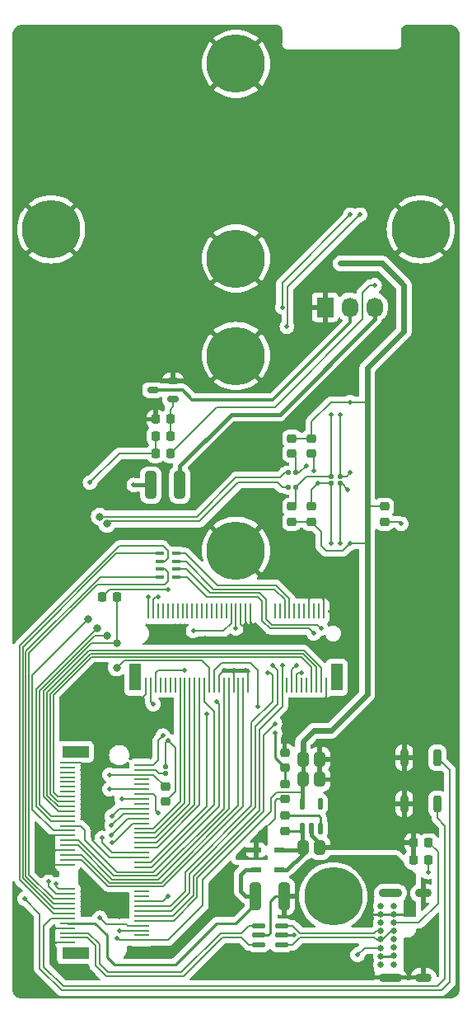
<source format=gbr>
%TF.GenerationSoftware,KiCad,Pcbnew,7.0.6*%
%TF.CreationDate,2023-08-09T14:48:51+09:30*%
%TF.ProjectId,backplane,6261636b-706c-4616-9e65-2e6b69636164,V1.0*%
%TF.SameCoordinates,Original*%
%TF.FileFunction,Copper,L1,Top*%
%TF.FilePolarity,Positive*%
%FSLAX46Y46*%
G04 Gerber Fmt 4.6, Leading zero omitted, Abs format (unit mm)*
G04 Created by KiCad (PCBNEW 7.0.6) date 2023-08-09 14:48:51*
%MOMM*%
%LPD*%
G01*
G04 APERTURE LIST*
G04 Aperture macros list*
%AMRoundRect*
0 Rectangle with rounded corners*
0 $1 Rounding radius*
0 $2 $3 $4 $5 $6 $7 $8 $9 X,Y pos of 4 corners*
0 Add a 4 corners polygon primitive as box body*
4,1,4,$2,$3,$4,$5,$6,$7,$8,$9,$2,$3,0*
0 Add four circle primitives for the rounded corners*
1,1,$1+$1,$2,$3*
1,1,$1+$1,$4,$5*
1,1,$1+$1,$6,$7*
1,1,$1+$1,$8,$9*
0 Add four rect primitives between the rounded corners*
20,1,$1+$1,$2,$3,$4,$5,0*
20,1,$1+$1,$4,$5,$6,$7,0*
20,1,$1+$1,$6,$7,$8,$9,0*
20,1,$1+$1,$8,$9,$2,$3,0*%
G04 Aperture macros list end*
%TA.AperFunction,SMDPad,CuDef*%
%ADD10RoundRect,0.125000X-0.130000X0.125000X-0.130000X-0.125000X0.130000X-0.125000X0.130000X0.125000X0*%
%TD*%
%TA.AperFunction,ComponentPad*%
%ADD11C,6.000000*%
%TD*%
%TA.AperFunction,SMDPad,CuDef*%
%ADD12RoundRect,0.212500X0.277500X-0.212500X0.277500X0.212500X-0.277500X0.212500X-0.277500X-0.212500X0*%
%TD*%
%TA.AperFunction,SMDPad,CuDef*%
%ADD13R,1.060000X0.500000*%
%TD*%
%TA.AperFunction,SMDPad,CuDef*%
%ADD14RoundRect,0.125000X0.125000X0.130000X-0.125000X0.130000X-0.125000X-0.130000X0.125000X-0.130000X0*%
%TD*%
%TA.AperFunction,SMDPad,CuDef*%
%ADD15RoundRect,0.212500X-0.277500X0.212500X-0.277500X-0.212500X0.277500X-0.212500X0.277500X0.212500X0*%
%TD*%
%TA.AperFunction,SMDPad,CuDef*%
%ADD16RoundRect,0.212500X-0.212500X-0.277500X0.212500X-0.277500X0.212500X0.277500X-0.212500X0.277500X0*%
%TD*%
%TA.AperFunction,SMDPad,CuDef*%
%ADD17R,2.750000X1.200000*%
%TD*%
%TA.AperFunction,SMDPad,CuDef*%
%ADD18R,1.550000X0.250000*%
%TD*%
%TA.AperFunction,SMDPad,CuDef*%
%ADD19RoundRect,0.295000X-0.295000X-1.110000X0.295000X-1.110000X0.295000X1.110000X-0.295000X1.110000X0*%
%TD*%
%TA.AperFunction,SMDPad,CuDef*%
%ADD20RoundRect,0.200000X-0.200000X-0.650000X0.200000X-0.650000X0.200000X0.650000X-0.200000X0.650000X0*%
%TD*%
%TA.AperFunction,SMDPad,CuDef*%
%ADD21RoundRect,0.290000X0.290000X0.445000X-0.290000X0.445000X-0.290000X-0.445000X0.290000X-0.445000X0*%
%TD*%
%TA.AperFunction,ComponentPad*%
%ADD22C,0.650000*%
%TD*%
%TA.AperFunction,ComponentPad*%
%ADD23O,2.400000X0.900000*%
%TD*%
%TA.AperFunction,ComponentPad*%
%ADD24O,1.700000X0.900000*%
%TD*%
%TA.AperFunction,SMDPad,CuDef*%
%ADD25R,1.200000X2.750000*%
%TD*%
%TA.AperFunction,SMDPad,CuDef*%
%ADD26R,0.250000X1.550000*%
%TD*%
%TA.AperFunction,SMDPad,CuDef*%
%ADD27RoundRect,0.212500X0.212500X0.277500X-0.212500X0.277500X-0.212500X-0.277500X0.212500X-0.277500X0*%
%TD*%
%TA.AperFunction,SMDPad,CuDef*%
%ADD28RoundRect,0.152500X-0.437500X0.152500X-0.437500X-0.152500X0.437500X-0.152500X0.437500X0.152500X0*%
%TD*%
%TA.AperFunction,SMDPad,CuDef*%
%ADD29RoundRect,0.100000X0.350000X0.100000X-0.350000X0.100000X-0.350000X-0.100000X0.350000X-0.100000X0*%
%TD*%
%TA.AperFunction,SMDPad,CuDef*%
%ADD30RoundRect,0.115000X0.115000X-0.460000X0.115000X0.460000X-0.115000X0.460000X-0.115000X-0.460000X0*%
%TD*%
%TA.AperFunction,SMDPad,CuDef*%
%ADD31RoundRect,0.140000X0.535000X0.140000X-0.535000X0.140000X-0.535000X-0.140000X0.535000X-0.140000X0*%
%TD*%
%TA.AperFunction,SMDPad,CuDef*%
%ADD32RoundRect,0.125000X-0.125000X-0.130000X0.125000X-0.130000X0.125000X0.130000X-0.125000X0.130000X0*%
%TD*%
%TA.AperFunction,SMDPad,CuDef*%
%ADD33RoundRect,0.295000X0.295000X1.110000X-0.295000X1.110000X-0.295000X-1.110000X0.295000X-1.110000X0*%
%TD*%
%TA.AperFunction,ComponentPad*%
%ADD34R,1.727200X2.032000*%
%TD*%
%TA.AperFunction,ComponentPad*%
%ADD35O,1.727200X2.032000*%
%TD*%
%TA.AperFunction,ViaPad*%
%ADD36C,0.500000*%
%TD*%
%TA.AperFunction,ViaPad*%
%ADD37C,0.800000*%
%TD*%
%TA.AperFunction,Conductor*%
%ADD38C,0.250000*%
%TD*%
%TA.AperFunction,Conductor*%
%ADD39C,0.200000*%
%TD*%
%TA.AperFunction,Conductor*%
%ADD40C,0.130000*%
%TD*%
%TA.AperFunction,Conductor*%
%ADD41C,0.400000*%
%TD*%
%TA.AperFunction,Conductor*%
%ADD42C,0.150000*%
%TD*%
%TA.AperFunction,Conductor*%
%ADD43C,0.600000*%
%TD*%
%TA.AperFunction,Conductor*%
%ADD44C,0.300000*%
%TD*%
%TA.AperFunction,Conductor*%
%ADD45C,0.350000*%
%TD*%
G04 APERTURE END LIST*
D10*
%TO.P,SL5,1,1*%
%TO.N,/Expansion IO/I2C1.SCL*%
X129100000Y-97500000D03*
%TO.P,SL5,2,2*%
%TO.N,Net-(X1-I2C_SCL1)*%
X128400000Y-97500000D03*
%TD*%
D11*
%TO.P,MNT2,1*%
%TO.N,GND*%
X142000000Y-71000000D03*
%TD*%
D12*
%TO.P,R1,1*%
%TO.N,+3.3V*%
X130750000Y-92475000D03*
%TO.P,R1,2*%
%TO.N,/Expansion IO/I2C0.SDA*%
X130750000Y-94025000D03*
%TD*%
D13*
%TO.P,D3,A,A*%
%TO.N,+POWER*%
X125070000Y-134750000D03*
%TO.P,D3,C,C*%
%TO.N,Net-(U9-VIN)*%
X127430000Y-134750000D03*
%TD*%
D14*
%TO.P,SL1,1,1*%
%TO.N,Net-(X1-RTC_3V_BATT)*%
X115750000Y-126850000D03*
%TO.P,SL1,2,2*%
%TO.N,+3.3V*%
X115750000Y-126150000D03*
%TD*%
D15*
%TO.P,R2,2*%
%TO.N,/Expansion IO/I2C0.SCL*%
X130750000Y-99475000D03*
%TO.P,R2,1*%
%TO.N,+3.3V*%
X130750000Y-101025000D03*
%TD*%
D16*
%TO.P,R9,1*%
%TO.N,Net-(Q1-G)*%
X116275000Y-90500000D03*
%TO.P,R9,2*%
%TO.N,GND*%
X114725000Y-90500000D03*
%TD*%
D17*
%TO.P,X1,*%
%TO.N,*%
X106500000Y-145350000D03*
X106500000Y-124650000D03*
D18*
%TO.P,X1,1,GND*%
%TO.N,GND*%
X105725000Y-144250000D03*
%TO.P,X1,2,3V3*%
%TO.N,+3.3V*%
X113275000Y-144000000D03*
%TO.P,X1,3,USB_D+*%
%TO.N,/Processor/NATIVE.D+*%
X105725000Y-143750000D03*
%TO.P,X1,4,3V3_EN*%
%TO.N,unconnected-(X1-3V3_EN-Pad4)*%
X113275000Y-143500000D03*
%TO.P,X1,5,USB_D-*%
%TO.N,/Processor/NATIVE.D-*%
X105725000Y-143250000D03*
%TO.P,X1,6,~{RESET}*%
%TO.N,/Processor/~{RESET}*%
X113275000Y-143000000D03*
%TO.P,X1,7,GND*%
%TO.N,GND*%
X105725000Y-142750000D03*
%TO.P,X1,8,G11/SWDSWO*%
%TO.N,/Processor/SWO*%
X113275000Y-142500000D03*
%TO.P,X1,9,USB_VIN*%
%TO.N,/Power Regulation/USB_VCC*%
X105725000Y-142250000D03*
%TO.P,X1,10,D0*%
%TO.N,/Function Board/FN_~{INT}*%
X113275000Y-142000000D03*
%TO.P,X1,11,BOOT*%
%TO.N,/Processor/~{BOOT}*%
X105725000Y-141750000D03*
%TO.P,X1,12,I2C_SDA*%
%TO.N,/Expansion IO/I2C0.SDA*%
X113275000Y-141500000D03*
%TO.P,X1,13,UART_RTS1*%
%TO.N,/Function Board/RTS*%
X105725000Y-141250000D03*
%TO.P,X1,14,I2C_SCL*%
%TO.N,/Expansion IO/I2C0.SCL*%
X113275000Y-141000000D03*
%TO.P,X1,15,UARTCTS1*%
%TO.N,/Function Board/CTS*%
X105725000Y-140750000D03*
%TO.P,X1,16,~{I2C_INT}*%
%TO.N,/Expansion IO/~{I2C_INT}*%
X113275000Y-140500000D03*
%TO.P,X1,17,UART_TX1*%
%TO.N,/Function Board/TX*%
X105725000Y-140250000D03*
%TO.P,X1,18,D1/CAM_TRIG*%
%TO.N,/Expansion IO/DIGITAL_OUT*%
X113275000Y-140000000D03*
%TO.P,X1,19,UART_RX1*%
%TO.N,/Function Board/RX*%
X105725000Y-139750000D03*
%TO.P,X1,20,UART_RX2*%
%TO.N,unconnected-(X1-UART_RX2-Pad20)*%
X113275000Y-139500000D03*
%TO.P,X1,21,SWDCLK*%
%TO.N,/Processor/SWDCLK*%
X105725000Y-139250000D03*
%TO.P,X1,22,UART_TX2*%
%TO.N,unconnected-(X1-UART_TX2-Pad22)*%
X113275000Y-139000000D03*
%TO.P,X1,23,SWDIO*%
%TO.N,/Processor/SWDIO*%
X105725000Y-138750000D03*
%TO.P,X1,32,PWM0*%
%TO.N,/Function Board/FN_PWM*%
X113275000Y-136500000D03*
%TO.P,X1,33,GND*%
%TO.N,GND*%
X105725000Y-136250000D03*
%TO.P,X1,34,A0*%
%TO.N,/Function Board/FN_ANALOG*%
X113275000Y-136000000D03*
%TO.P,X1,35,USBHOST_D+*%
%TO.N,/Function Board/D+*%
X105725000Y-135750000D03*
%TO.P,X1,36,GND*%
%TO.N,GND*%
X113275000Y-135500000D03*
%TO.P,X1,37,USBHOST_D-*%
%TO.N,/Function Board/D-*%
X105725000Y-135250000D03*
%TO.P,X1,38,A1*%
%TO.N,/Expansion IO/ANALOG_IN*%
X113275000Y-135000000D03*
%TO.P,X1,39,GND*%
%TO.N,GND*%
X105725000Y-134750000D03*
%TO.P,X1,40,G0/BUS0*%
%TO.N,/Function Board/G0*%
X113275000Y-134500000D03*
%TO.P,X1,41,CAN_RX*%
%TO.N,/Function Board/CAN.RX*%
X105725000Y-134250000D03*
%TO.P,X1,42,G1/BUS1*%
%TO.N,/Function Board/G1*%
X113275000Y-134000000D03*
%TO.P,X1,43,CAN_TX*%
%TO.N,/Function Board/CAN.TX*%
X105725000Y-133750000D03*
%TO.P,X1,44,G2/BUS2*%
%TO.N,/Function Board/G2*%
X113275000Y-133500000D03*
%TO.P,X1,45,GND*%
%TO.N,GND*%
X105725000Y-133250000D03*
%TO.P,X1,46,G3/BUS3*%
%TO.N,/Function Board/G3*%
X113275000Y-133000000D03*
%TO.P,X1,47,PWM1*%
%TO.N,/Expansion IO/PWM_OUTPUT*%
X105725000Y-132750000D03*
%TO.P,X1,48,G4/BUS4*%
%TO.N,/Function Board/G4*%
X113275000Y-132500000D03*
%TO.P,X1,49,BATT_VIN/3*%
%TO.N,Net-(X1-BATT_VIN{slash}3)*%
X105725000Y-132250000D03*
%TO.P,X1,50,AUD_BCLK/PCM_CLK/I2S_SCK/PDM_CLK*%
%TO.N,Net-(P9-P1)*%
X113275000Y-132000000D03*
%TO.P,X1,51,I2C_SDA1*%
%TO.N,Net-(X1-I2C_SDA1)*%
X105725000Y-131750000D03*
%TO.P,X1,52,AUD_LRCLK/PCM_SYNC/I2S_WS/PDM_DATA*%
%TO.N,Net-(P8-P1)*%
X113275000Y-131500000D03*
%TO.P,X1,53,I2C_SCL1*%
%TO.N,Net-(X1-I2C_SCL1)*%
X105725000Y-131250000D03*
%TO.P,X1,54,AUD_IN/PCM_IN/I2S_IN/CAM_PCLK*%
%TO.N,Net-(P7-P1)*%
X113275000Y-131000000D03*
%TO.P,X1,55,~{SPI_CS}*%
%TO.N,/Function Board/~{CS}*%
X105725000Y-130750000D03*
%TO.P,X1,56,AUD_OUT/PCM_OUT/I2S_OUT/CAM_MCLK*%
%TO.N,Net-(P6-P1)*%
X113275000Y-130500000D03*
%TO.P,X1,57,SPI_SCK*%
%TO.N,/Function Board/CLK*%
X105725000Y-130250000D03*
%TO.P,X1,58,AUD_MCLK*%
%TO.N,unconnected-(X1-AUD_MCLK-Pad58)*%
X113275000Y-130000000D03*
%TO.P,X1,59,SPI_COPI*%
%TO.N,/Function Board/COPI*%
X105725000Y-129750000D03*
%TO.P,X1,60,SPI_SCK1/SDIO_CLK*%
%TO.N,/Expansion IO/CLK*%
X113275000Y-129500000D03*
%TO.P,X1,61,SPI_CIPO*%
%TO.N,/Function Board/CIPO*%
X105725000Y-129250000D03*
%TO.P,X1,62,SPI_COPI1/SDIO_CMD*%
%TO.N,/Expansion IO/COPI*%
X113275000Y-129000000D03*
%TO.P,X1,63,G10/ADC_D+/CAM_VSYNC*%
%TO.N,unconnected-(X1-G10{slash}ADC_D+{slash}CAM_VSYNC-Pad63)*%
X105725000Y-128750000D03*
%TO.P,X1,64,SPI_CIPO1/SDIO_DATA0*%
%TO.N,/Expansion IO/CIPO*%
X113275000Y-128500000D03*
%TO.P,X1,65,G9/ADC_D-/CAM_HSYNC*%
%TO.N,unconnected-(X1-G9{slash}ADC_D-{slash}CAM_HSYNC-Pad65)*%
X105725000Y-128250000D03*
%TO.P,X1,66,SDIO_DATA1*%
%TO.N,unconnected-(X1-SDIO_DATA1-Pad66)*%
X113275000Y-128000000D03*
%TO.P,X1,67,G8*%
%TO.N,unconnected-(X1-G8-Pad67)*%
X105725000Y-127750000D03*
%TO.P,X1,68,SDIO_DATA2*%
%TO.N,unconnected-(X1-SDIO_DATA2-Pad68)*%
X113275000Y-127500000D03*
%TO.P,X1,69,G7/BUS7*%
%TO.N,unconnected-(X1-G7{slash}BUS7-Pad69)*%
X105725000Y-127250000D03*
%TO.P,X1,70,~{SPI_CS1}/SDIO_DATA3*%
%TO.N,/Expansion IO/~{CS}*%
X113275000Y-127000000D03*
%TO.P,X1,71,G6/BUS6*%
%TO.N,unconnected-(X1-G6{slash}BUS6-Pad71)*%
X105725000Y-126750000D03*
%TO.P,X1,72,RTC_3V_BATT*%
%TO.N,Net-(X1-RTC_3V_BATT)*%
X113275000Y-126500000D03*
%TO.P,X1,73,G5/BUS5*%
%TO.N,unconnected-(X1-G5{slash}BUS5-Pad73)*%
X105725000Y-126250000D03*
%TO.P,X1,74,3V3*%
%TO.N,+3.3V*%
X113275000Y-126000000D03*
%TO.P,X1,75,GND*%
%TO.N,GND*%
X105725000Y-125750000D03*
%TD*%
D19*
%TO.P,F2,1*%
%TO.N,+POWER*%
X114250000Y-97250000D03*
%TO.P,F2,2*%
%TO.N,Net-(P10-P3)*%
X117220000Y-97250000D03*
%TD*%
D20*
%TO.P,SW1,1,1*%
%TO.N,/Processor/~{RESET}*%
X143700000Y-125250000D03*
%TO.P,SW1,2,2*%
%TO.N,GND*%
X140300000Y-125250000D03*
%TD*%
D21*
%TO.P,C2,1*%
%TO.N,+3.3V*%
X129875000Y-127500000D03*
%TO.P,C2,2*%
%TO.N,GND*%
X131625000Y-127500000D03*
%TD*%
D20*
%TO.P,SW2,1,1*%
%TO.N,/Processor/~{BOOT}*%
X143700000Y-130000000D03*
%TO.P,SW2,2,2*%
%TO.N,GND*%
X140300000Y-130000000D03*
%TD*%
D11*
%TO.P,MNT3,1*%
%TO.N,GND*%
X104000000Y-71000000D03*
%TD*%
D22*
%TO.P,J1,A1,GND*%
%TO.N,GND*%
X137900000Y-146475000D03*
%TO.P,J1,A4,VBUS*%
%TO.N,Net-(U1-VBUS)*%
X137900000Y-145625000D03*
%TO.P,J1,A5,CC1*%
%TO.N,Net-(J1-CC1)*%
X137900000Y-144775000D03*
%TO.P,J1,A6,D+*%
%TO.N,/USB Input/USBC_P*%
X137900000Y-143925000D03*
%TO.P,J1,A7,D-*%
%TO.N,/USB Input/USBC_N*%
X137900000Y-143075000D03*
%TO.P,J1,A8,SBU1*%
%TO.N,unconnected-(J1-SBU1-PadA8)*%
X137900000Y-142225000D03*
%TO.P,J1,A9,VBUS*%
%TO.N,Net-(U1-VBUS)*%
X137900000Y-141375000D03*
%TO.P,J1,A12,GND*%
%TO.N,GND*%
X137900000Y-140525000D03*
%TO.P,J1,B1,GND*%
X139225000Y-140520000D03*
%TO.P,J1,B4,VBUS*%
%TO.N,Net-(U1-VBUS)*%
X139225000Y-141370000D03*
%TO.P,J1,B5,CC2*%
%TO.N,Net-(J1-CC2)*%
X139225000Y-142220000D03*
%TO.P,J1,B6,D+*%
%TO.N,/USB Input/USBC_P*%
X139225000Y-143070000D03*
%TO.P,J1,B7,D-*%
%TO.N,/USB Input/USBC_N*%
X139225000Y-143920000D03*
%TO.P,J1,B8,SBU2*%
%TO.N,unconnected-(J1-SBU2-PadB8)*%
X139225000Y-144770000D03*
%TO.P,J1,B9,VBUS*%
%TO.N,Net-(U1-VBUS)*%
X139225000Y-145620000D03*
%TO.P,J1,B12,GND*%
%TO.N,GND*%
X139225000Y-146475000D03*
D23*
%TO.P,J1,S1,Shield*%
X138880000Y-147825000D03*
D24*
X142260000Y-147825000D03*
D23*
X138880000Y-139175000D03*
D24*
X142260000Y-139175000D03*
%TD*%
D11*
%TO.P,MNT1,1*%
%TO.N,GND*%
X133000000Y-139500000D03*
%TD*%
D10*
%TO.P,SL4,1,1*%
%TO.N,/Expansion IO/I2C1.SDA*%
X129100000Y-96000000D03*
%TO.P,SL4,2,2*%
%TO.N,Net-(X1-I2C_SDA1)*%
X128400000Y-96000000D03*
%TD*%
D21*
%TO.P,C3,1*%
%TO.N,+3.3V*%
X129875000Y-125395000D03*
%TO.P,C3,2*%
%TO.N,GND*%
X131625000Y-125395000D03*
%TD*%
D25*
%TO.P,X3,*%
%TO.N,*%
X133350000Y-117000000D03*
X112650000Y-117000000D03*
D26*
%TO.P,X3,1,GND*%
%TO.N,GND*%
X132250000Y-117775000D03*
%TO.P,X3,2,GND*%
X132000000Y-110225000D03*
%TO.P,X3,3,SPI_SCK*%
%TO.N,/Function Board/CLK*%
X131750000Y-117775000D03*
%TO.P,X3,4,DFU_FC_TX*%
%TO.N,unconnected-(X3-DFU_FC_TX-Pad4)*%
X131500000Y-110225000D03*
%TO.P,X3,5,SPI_SDI*%
%TO.N,/Function Board/COPI*%
X131250000Y-117775000D03*
%TO.P,X3,6,DFU_FC_RX*%
%TO.N,unconnected-(X3-DFU_FC_RX-Pad6)*%
X131000000Y-110225000D03*
%TO.P,X3,7,SPI_SDO*%
%TO.N,/Function Board/CIPO*%
X130750000Y-117775000D03*
%TO.P,X3,8,GND*%
%TO.N,GND*%
X130500000Y-110225000D03*
%TO.P,X3,9*%
%TO.N,N/C*%
X130250000Y-117775000D03*
%TO.P,X3,10,~{DFU_ACTIVE}*%
%TO.N,unconnected-(X3-~{DFU_ACTIVE}-Pad10)*%
X130000000Y-110225000D03*
%TO.P,X3,11*%
%TO.N,N/C*%
X129750000Y-117775000D03*
%TO.P,X3,12*%
X129500000Y-110225000D03*
%TO.P,X3,13,FUNC_TX*%
%TO.N,Net-(X3-FUNC_TX)*%
X129250000Y-117775000D03*
%TO.P,X3,14*%
%TO.N,N/C*%
X129000000Y-110225000D03*
%TO.P,X3,15,FUNC_RX*%
%TO.N,Net-(X3-FUNC_RX)*%
X128750000Y-117775000D03*
%TO.P,X3,16,FUNC_RTS*%
%TO.N,Net-(X3-FUNC_RTS)*%
X128500000Y-110225000D03*
%TO.P,X3,17*%
%TO.N,N/C*%
X128250000Y-117775000D03*
%TO.P,X3,18,FUNC_CTS*%
%TO.N,Net-(X3-FUNC_CTS)*%
X128000000Y-110225000D03*
%TO.P,X3,19,I2C_SDA*%
%TO.N,/Expansion IO/I2C0.SDA*%
X127750000Y-117775000D03*
%TO.P,X3,20*%
%TO.N,N/C*%
X127500000Y-110225000D03*
%TO.P,X3,21,I2C_SCL*%
%TO.N,/Expansion IO/I2C0.SCL*%
X127250000Y-117775000D03*
%TO.P,X3,22*%
%TO.N,N/C*%
X127000000Y-110225000D03*
%TO.P,X3,23,~{I2C_INT}*%
%TO.N,/Expansion IO/~{I2C_INT}*%
X126750000Y-117775000D03*
%TO.P,X3,32,EEPROM_A2*%
%TO.N,GND*%
X124500000Y-110225000D03*
%TO.P,X3,33,GND*%
X124250000Y-117775000D03*
%TO.P,X3,34,EEPROM_A1*%
X124000000Y-110225000D03*
%TO.P,X3,35,USBHOST_D+*%
%TO.N,/Function Board/D+*%
X123750000Y-117775000D03*
%TO.P,X3,36,EEPROM_A0*%
%TO.N,GND*%
X123500000Y-110225000D03*
%TO.P,X3,37,USBHOST_D-*%
%TO.N,/Function Board/D-*%
X123250000Y-117775000D03*
%TO.P,X3,38,A0*%
%TO.N,/Function Board/FN_ANALOG*%
X123000000Y-110225000D03*
%TO.P,X3,39,GND*%
%TO.N,GND*%
X122750000Y-117775000D03*
%TO.P,X3,40,EEPROM_WP*%
%TO.N,Net-(TEST2-PAD)*%
X122500000Y-110225000D03*
%TO.P,X3,41,CAN_TX*%
%TO.N,/Function Board/CAN.RX*%
X122250000Y-117775000D03*
%TO.P,X3,42*%
%TO.N,N/C*%
X122000000Y-110225000D03*
%TO.P,X3,43,CAN_RX*%
%TO.N,/Function Board/CAN.TX*%
X121750000Y-117775000D03*
%TO.P,X3,44*%
%TO.N,N/C*%
X121500000Y-110225000D03*
%TO.P,X3,45,GND*%
%TO.N,GND*%
X121250000Y-117775000D03*
%TO.P,X3,46*%
%TO.N,N/C*%
X121000000Y-110225000D03*
%TO.P,X3,47,F0/~{INT}*%
%TO.N,/Function Board/FN_~{INT}*%
X120750000Y-117775000D03*
%TO.P,X3,48*%
%TO.N,N/C*%
X120500000Y-110225000D03*
%TO.P,X3,49,F1/~{CS}*%
%TO.N,/Function Board/~{CS}*%
X120250000Y-117775000D03*
%TO.P,X3,50*%
%TO.N,N/C*%
X120000000Y-110225000D03*
%TO.P,X3,51,F2/PWM*%
%TO.N,/Function Board/FN_PWM*%
X119750000Y-117775000D03*
%TO.P,X3,52*%
%TO.N,N/C*%
X119500000Y-110225000D03*
%TO.P,X3,53,F3*%
%TO.N,/Function Board/G0*%
X119250000Y-117775000D03*
%TO.P,X3,54*%
%TO.N,N/C*%
X119000000Y-110225000D03*
%TO.P,X3,55,F4*%
%TO.N,/Function Board/G1*%
X118750000Y-117775000D03*
%TO.P,X3,56*%
%TO.N,N/C*%
X118500000Y-110225000D03*
%TO.P,X3,57,F5*%
%TO.N,/Function Board/G2*%
X118250000Y-117775000D03*
%TO.P,X3,58*%
%TO.N,N/C*%
X118000000Y-110225000D03*
%TO.P,X3,59,F6*%
%TO.N,/Function Board/G3*%
X117750000Y-117775000D03*
%TO.P,X3,60*%
%TO.N,N/C*%
X117500000Y-110225000D03*
%TO.P,X3,61,F7*%
%TO.N,/Function Board/G4*%
X117250000Y-117775000D03*
%TO.P,X3,62*%
%TO.N,N/C*%
X117000000Y-110225000D03*
%TO.P,X3,63*%
X116750000Y-117775000D03*
%TO.P,X3,64*%
X116500000Y-110225000D03*
%TO.P,X3,65*%
X116250000Y-117775000D03*
%TO.P,X3,66,~{DFU_BOOT}*%
%TO.N,unconnected-(X3-~{DFU_BOOT}-Pad66)*%
X116000000Y-110225000D03*
%TO.P,X3,67*%
%TO.N,N/C*%
X115750000Y-117775000D03*
%TO.P,X3,68,~{DFU_RST}*%
%TO.N,unconnected-(X3-~{DFU_RST}-Pad68)*%
X115500000Y-110225000D03*
%TO.P,X3,69*%
%TO.N,N/C*%
X115250000Y-117775000D03*
%TO.P,X3,70,USB_VIN*%
%TO.N,unconnected-(X3-USB_VIN-Pad70)*%
X115000000Y-110225000D03*
%TO.P,X3,71,PWR_EN*%
%TO.N,Net-(TEST1-PAD)*%
X114750000Y-117775000D03*
%TO.P,X3,72,VCC*%
%TO.N,+POWER*%
X114500000Y-110225000D03*
%TO.P,X3,73,3V3*%
%TO.N,+3.3V*%
X114250000Y-117775000D03*
%TO.P,X3,74,VCC*%
%TO.N,+POWER*%
X114000000Y-110225000D03*
%TO.P,X3,75,GND*%
%TO.N,GND*%
X113750000Y-117775000D03*
%TD*%
D15*
%TO.P,R15,1*%
%TO.N,+3.3V*%
X115750000Y-129775000D03*
%TO.P,R15,2*%
%TO.N,/Expansion IO/~{CS}*%
X115750000Y-128225000D03*
%TD*%
D13*
%TO.P,D2,A,A*%
%TO.N,/Power Regulation/USB_VCC*%
X125070000Y-136750000D03*
%TO.P,D2,C,C*%
%TO.N,Net-(U9-VIN)*%
X127430000Y-136750000D03*
%TD*%
D21*
%TO.P,C1,1*%
%TO.N,Net-(U9-VIN)*%
X129875000Y-134500000D03*
%TO.P,C1,2*%
%TO.N,GND*%
X131625000Y-134500000D03*
%TD*%
D27*
%TO.P,R16,1*%
%TO.N,+3.3V*%
X109225000Y-108750000D03*
%TO.P,R16,2*%
%TO.N,/Function Board/~{CS}*%
X110775000Y-108750000D03*
%TD*%
D28*
%TO.P,Q1,3,D*%
%TO.N,Net-(P10-P2)*%
X114475000Y-87500000D03*
%TO.P,Q1,2,S*%
%TO.N,GND*%
X116525000Y-86550000D03*
%TO.P,Q1,1,G*%
%TO.N,Net-(Q1-G)*%
X116525000Y-88450000D03*
%TD*%
D12*
%TO.P,R3,1*%
%TO.N,+3.3V*%
X128750000Y-92475000D03*
%TO.P,R3,2*%
%TO.N,/Expansion IO/I2C1.SDA*%
X128750000Y-94025000D03*
%TD*%
D16*
%TO.P,R5,1*%
%TO.N,Net-(J1-CC1)*%
X142775000Y-135750000D03*
%TO.P,R5,2*%
%TO.N,GND*%
X141225000Y-135750000D03*
%TD*%
D15*
%TO.P,R11,1*%
%TO.N,Net-(X1-BATT_VIN{slash}3)*%
X128000000Y-126275000D03*
%TO.P,R11,2*%
%TO.N,GND*%
X128000000Y-124725000D03*
%TD*%
D29*
%TO.P,R14,1*%
%TO.N,Net-(X3-FUNC_RX)*%
X116850000Y-106700000D03*
%TO.P,R14,2*%
%TO.N,Net-(X3-FUNC_TX)*%
X116850000Y-105900000D03*
%TO.P,R14,3*%
%TO.N,Net-(X3-FUNC_CTS)*%
X116850000Y-105100000D03*
%TO.P,R14,4*%
%TO.N,Net-(X3-FUNC_RTS)*%
X116850000Y-104300000D03*
%TO.P,R14,5*%
%TO.N,/Function Board/CTS*%
X115150000Y-104300000D03*
%TO.P,R14,6*%
%TO.N,/Function Board/RTS*%
X115150000Y-105100000D03*
%TO.P,R14,7*%
%TO.N,/Function Board/RX*%
X115150000Y-105900000D03*
%TO.P,R14,8*%
%TO.N,/Function Board/TX*%
X115150000Y-106700000D03*
%TD*%
D30*
%TO.P,U9,1,VIN*%
%TO.N,Net-(U9-VIN)*%
X129800000Y-132500000D03*
%TO.P,U9,2,GND*%
%TO.N,GND*%
X130750000Y-132500000D03*
%TO.P,U9,3,EN*%
%TO.N,Net-(U9-EN)*%
X131700000Y-132500000D03*
%TO.P,U9,4,NC*%
%TO.N,unconnected-(U9-NC-Pad4)*%
X131700000Y-130000000D03*
%TO.P,U9,5,VOUT*%
%TO.N,+3.3V*%
X129800000Y-130000000D03*
%TD*%
D15*
%TO.P,R4,2*%
%TO.N,/Expansion IO/I2C1.SCL*%
X128750000Y-99475000D03*
%TO.P,R4,1*%
%TO.N,+3.3V*%
X128750000Y-101025000D03*
%TD*%
D31*
%TO.P,U1,1,IN_1*%
%TO.N,/USB Input/USBC_P*%
X127675000Y-144450000D03*
%TO.P,U1,2,GND*%
%TO.N,GND*%
X127675000Y-143500000D03*
%TO.P,U1,3,IN_2*%
%TO.N,/USB Input/USBC_N*%
X127675000Y-142550000D03*
%TO.P,U1,4,OUT_2*%
%TO.N,/Processor/NATIVE.D-*%
X125325000Y-142550000D03*
%TO.P,U1,5,VBUS*%
%TO.N,Net-(U1-VBUS)*%
X125325000Y-143500000D03*
%TO.P,U1,6,OUT_1*%
%TO.N,/Processor/NATIVE.D+*%
X125325000Y-144450000D03*
%TD*%
D27*
%TO.P,R8,1*%
%TO.N,/Expansion IO/PWM_OUTPUT*%
X114725000Y-92250000D03*
%TO.P,R8,2*%
%TO.N,Net-(Q1-G)*%
X116275000Y-92250000D03*
%TD*%
D15*
%TO.P,R10,1*%
%TO.N,+POWER*%
X128000000Y-129525000D03*
%TO.P,R10,2*%
%TO.N,Net-(X1-BATT_VIN{slash}3)*%
X128000000Y-127975000D03*
%TD*%
D32*
%TO.P,SL7,1,1*%
%TO.N,/Expansion IO/I2C1.SDA*%
X133750000Y-96400000D03*
%TO.P,SL7,2,2*%
%TO.N,/Expansion IO/I2C0.SDA*%
X133750000Y-97100000D03*
%TD*%
D14*
%TO.P,SL6,1,1*%
%TO.N,/Expansion IO/I2C0.SCL*%
X132750000Y-97100000D03*
%TO.P,SL6,2,2*%
%TO.N,/Expansion IO/I2C1.SCL*%
X132750000Y-96400000D03*
%TD*%
D16*
%TO.P,R13,2*%
%TO.N,/Expansion IO/PWM_OUTPUT*%
X114725000Y-94000000D03*
%TO.P,R13,1*%
%TO.N,Net-(D1-PadA)*%
X116275000Y-94000000D03*
%TD*%
D15*
%TO.P,R12,1*%
%TO.N,Net-(U9-VIN)*%
X128000000Y-132775000D03*
%TO.P,R12,2*%
%TO.N,Net-(U9-EN)*%
X128000000Y-131225000D03*
%TD*%
D12*
%TO.P,R7,2*%
%TO.N,/Expansion IO/~{I2C_INT}*%
X138250000Y-101025000D03*
%TO.P,R7,1*%
%TO.N,+3.3V*%
X138250000Y-99475000D03*
%TD*%
D16*
%TO.P,R6,1*%
%TO.N,Net-(J1-CC2)*%
X142800000Y-134000000D03*
%TO.P,R6,2*%
%TO.N,GND*%
X141250000Y-134000000D03*
%TD*%
D33*
%TO.P,F1,1*%
%TO.N,Net-(U1-VBUS)*%
X127985000Y-139500000D03*
%TO.P,F1,2*%
%TO.N,/Power Regulation/USB_VCC*%
X125015000Y-139500000D03*
%TD*%
D11*
%TO.P,MNT4,1*%
%TO.N,GND*%
X123000000Y-104000000D03*
%TD*%
%TO.P,MNT7,1*%
%TO.N,GND*%
X123000000Y-54000000D03*
%TD*%
D34*
%TO.P,P10,1,P1*%
%TO.N,GND*%
X132170000Y-79000000D03*
D35*
%TO.P,P10,2,P2*%
%TO.N,Net-(P10-P2)*%
X134710000Y-79000000D03*
%TO.P,P10,3,P3*%
%TO.N,Net-(P10-P3)*%
X137250000Y-79000000D03*
%TD*%
D11*
%TO.P,MNT6,1*%
%TO.N,GND*%
X123000000Y-84000000D03*
%TD*%
%TO.P,MNT5,1*%
%TO.N,GND*%
X123000000Y-74000000D03*
%TD*%
D36*
%TO.N,GND*%
X115600000Y-145200000D03*
X121000000Y-138200000D03*
X101800000Y-148400000D03*
X106600000Y-147200000D03*
X131400000Y-146800000D03*
X121200000Y-146800000D03*
X133600000Y-132000000D03*
X133600000Y-133000000D03*
X133600000Y-134000000D03*
X119800000Y-113000000D03*
X133200000Y-114200000D03*
X138400000Y-117800000D03*
X139000000Y-85800000D03*
X135600000Y-84000000D03*
X123000000Y-91800000D03*
X123000000Y-95000000D03*
X106400000Y-105800000D03*
X112200000Y-102200000D03*
X101200000Y-111200000D03*
X106000000Y-119600000D03*
X108800000Y-116600000D03*
X116000000Y-121400000D03*
X107600000Y-131000000D03*
X107400000Y-137200000D03*
X111000000Y-141600000D03*
%TO.N,+3.3V*%
X110800000Y-143800000D03*
X116000000Y-108000000D03*
%TO.N,GND*%
X141250000Y-132750000D03*
X139000000Y-130000000D03*
X139000000Y-125250000D03*
X133250000Y-127500000D03*
X133250000Y-125500000D03*
X133250000Y-126500000D03*
X111500000Y-119750000D03*
%TO.N,+3.3V*%
X115500000Y-123000000D03*
X116000000Y-123500000D03*
X114500000Y-119750000D03*
X130500000Y-123000000D03*
X131000000Y-122500000D03*
X130000000Y-123500000D03*
X134750000Y-88750000D03*
X133750000Y-74500000D03*
X134750000Y-103250000D03*
%TO.N,+POWER*%
X114000000Y-108750000D03*
X115000000Y-108750006D03*
X125500000Y-133000000D03*
X125500000Y-133750000D03*
%TO.N,Net-(D1-PadA)*%
X137249990Y-76750000D03*
%TO.N,/Expansion IO/PWM_OUTPUT*%
X108000000Y-97000000D03*
%TO.N,GND*%
X121750000Y-116250000D03*
%TO.N,+POWER*%
X112500000Y-97250000D03*
%TO.N,/Expansion IO/ANALOG_IN*%
X109250000Y-133500000D03*
%TO.N,/Expansion IO/DIGITAL_OUT*%
X116000000Y-139500000D03*
D37*
%TO.N,/Function Board/~{CS}*%
X110750000Y-116000000D03*
X110750000Y-113500000D03*
%TO.N,/Expansion IO/PWM_OUTPUT*%
X107800008Y-111061880D03*
%TO.N,Net-(X1-I2C_SDA1)*%
X109000000Y-100500000D03*
%TO.N,Net-(X1-I2C_SCL1)*%
X109750000Y-101250000D03*
%TO.N,Net-(X1-I2C_SDA1)*%
X108749994Y-112000000D03*
%TO.N,Net-(X1-I2C_SCL1)*%
X109750000Y-112750000D03*
D36*
%TO.N,GND*%
X103500000Y-133249994D03*
X103500000Y-136250000D03*
X132250000Y-119750000D03*
X130000000Y-108249998D03*
X103500000Y-134750000D03*
X104250000Y-145750000D03*
X122750000Y-116250000D03*
X124000000Y-112000000D03*
X124750000Y-111999996D03*
X107500000Y-126250000D03*
X108250000Y-132499994D03*
X131250000Y-108250000D03*
X124000000Y-116250000D03*
X129000000Y-143500000D03*
%TO.N,/Expansion IO/~{I2C_INT}*%
X126250000Y-116500000D03*
X140000000Y-101250000D03*
%TO.N,/Processor/~{RESET}*%
X111000000Y-143050000D03*
X101249996Y-139750000D03*
%TO.N,Net-(J1-CC1)*%
X142750000Y-137000000D03*
X135500000Y-145499996D03*
%TO.N,/Processor/SWO*%
X109000000Y-141710000D03*
%TO.N,/Processor/SWDCLK*%
X103750000Y-138000000D03*
%TO.N,/Processor/SWDIO*%
X104500000Y-138250004D03*
%TO.N,/Function Board/FN_~{INT}*%
X127000000Y-121750000D03*
X125250000Y-120000000D03*
%TO.N,/Function Board/FN_ANALOG*%
X123000000Y-112000000D03*
X120000000Y-120750000D03*
%TO.N,/Expansion IO/I2C0.SDA*%
X131000010Y-95765000D03*
X127750002Y-79000000D03*
X134500000Y-97750000D03*
X134750000Y-69500000D03*
X127750004Y-115750000D03*
X133750000Y-103250000D03*
%TO.N,/Expansion IO/I2C0.SCL*%
X135750000Y-69500000D03*
X132750000Y-103250000D03*
X128235000Y-81000000D03*
X126750000Y-115750000D03*
X131400000Y-97100000D03*
%TO.N,/Expansion IO/I2C1.SDA*%
X133750000Y-89999996D03*
X134750000Y-96000000D03*
X130250002Y-95250000D03*
%TO.N,/Expansion IO/I2C1.SCL*%
X132750000Y-90000000D03*
%TO.N,Net-(X1-BATT_VIN{slash}3)*%
X127000000Y-122750000D03*
X121000000Y-119500000D03*
%TO.N,Net-(TEST2-PAD)*%
X118600000Y-112250000D03*
%TO.N,Net-(X3-FUNC_RX)*%
X131000000Y-112500000D03*
X129234996Y-115750000D03*
%TO.N,Net-(X3-FUNC_TX)*%
X131750000Y-112000000D03*
X129749996Y-116500000D03*
%TO.N,Net-(P6-P1)*%
X110236091Y-131263909D03*
%TO.N,Net-(P7-P1)*%
X110211093Y-132211089D03*
%TO.N,Net-(P8-P1)*%
X110200000Y-133200000D03*
%TO.N,Net-(P9-P1)*%
X110249994Y-134000000D03*
%TO.N,Net-(TEST1-PAD)*%
X117750000Y-116250000D03*
%TO.N,/Expansion IO/CLK*%
X111249994Y-129500000D03*
%TO.N,/Expansion IO/CIPO*%
X110000000Y-128500000D03*
%TO.N,/Expansion IO/COPI*%
X115000000Y-130950000D03*
%TO.N,/Expansion IO/~{CS}*%
X110000000Y-126999996D03*
%TD*%
D38*
%TO.N,Net-(U1-VBUS)*%
X137900000Y-141375000D02*
X139220000Y-141375000D01*
X139220000Y-141375000D02*
X139225000Y-141370000D01*
D39*
%TO.N,Net-(P9-P1)*%
X113275000Y-132000000D02*
X112400000Y-132000000D01*
X112400000Y-132000000D02*
X110400000Y-134000000D01*
X110400000Y-134000000D02*
X110249994Y-134000000D01*
%TO.N,Net-(P8-P1)*%
X111900000Y-131500000D02*
X110200000Y-133200000D01*
X113275000Y-131500000D02*
X111900000Y-131500000D01*
%TO.N,Net-(P7-P1)*%
X111422182Y-131000000D02*
X110211093Y-132211089D01*
X113275000Y-131000000D02*
X111422182Y-131000000D01*
%TO.N,/Processor/SWO*%
X113275000Y-142500000D02*
X111900000Y-142500000D01*
X111900000Y-142500000D02*
X111800000Y-142400000D01*
X111800000Y-142400000D02*
X109690000Y-142400000D01*
X109690000Y-142400000D02*
X109000000Y-141710000D01*
D40*
%TO.N,/Processor/~{RESET}*%
X111014500Y-143000000D02*
X111000000Y-143014500D01*
X111000000Y-143014500D02*
X111000000Y-143050000D01*
D39*
%TO.N,Net-(TEST2-PAD)*%
X121702500Y-112250000D02*
X118600000Y-112250000D01*
X122500000Y-111452500D02*
X121702500Y-112250000D01*
X122500000Y-110225000D02*
X122500000Y-111452500D01*
D41*
%TO.N,GND*%
X131625000Y-127500000D02*
X133250000Y-127500000D01*
X131625000Y-125395000D02*
X133145000Y-125395000D01*
X133145000Y-125395000D02*
X133250000Y-125500000D01*
D40*
X128000000Y-124725000D02*
X128000000Y-123400000D01*
X128000000Y-123400000D02*
X128200000Y-123200000D01*
D39*
%TO.N,Net-(X1-BATT_VIN{slash}3)*%
X121000000Y-119500000D02*
X121250000Y-119750000D01*
X121250000Y-119750000D02*
X121250000Y-130250000D01*
X121250000Y-130250000D02*
X114500000Y-137000000D01*
X114500000Y-137000000D02*
X110766188Y-137000000D01*
X110766188Y-137000000D02*
X107500000Y-133733812D01*
X107500000Y-133733812D02*
X107500000Y-132750000D01*
X107500000Y-132750000D02*
X107000000Y-132250000D01*
X107000000Y-132250000D02*
X105725000Y-132250000D01*
%TO.N,Net-(X1-RTC_3V_BATT)*%
X115750000Y-126850000D02*
X115100000Y-126850000D01*
X115100000Y-126850000D02*
X114750000Y-126500000D01*
X114750000Y-126500000D02*
X113275000Y-126500000D01*
%TO.N,+3.3V*%
X115750000Y-126150000D02*
X115750000Y-123750000D01*
X115750000Y-123750000D02*
X116000000Y-123500000D01*
X128750000Y-92475000D02*
X130750000Y-92475000D01*
X128750000Y-101025000D02*
X130750000Y-101025000D01*
X113275000Y-144000000D02*
X111000000Y-144000000D01*
X111000000Y-144000000D02*
X110800000Y-143800000D01*
%TO.N,/Function Board/FN_~{INT}*%
X113275000Y-142000000D02*
X116600000Y-142000000D01*
X116600000Y-142000000D02*
X119000000Y-139600000D01*
X119000000Y-139600000D02*
X119000000Y-137600000D01*
X119000000Y-137600000D02*
X125800000Y-130800000D01*
X125800000Y-130800000D02*
X125800000Y-122950000D01*
X125800000Y-122950000D02*
X127000000Y-121750000D01*
%TO.N,/Expansion IO/~{I2C_INT}*%
X117800000Y-138950000D02*
X116250000Y-140500000D01*
%TO.N,/Expansion IO/I2C0.SCL*%
X118200000Y-139115685D02*
X118200000Y-137165685D01*
%TO.N,/Expansion IO/~{I2C_INT}*%
X126750000Y-119500000D02*
X124600000Y-121650000D01*
X126750000Y-117775000D02*
X126750000Y-119500000D01*
X124600000Y-130200000D02*
X117800000Y-137000000D01*
%TO.N,/Expansion IO/I2C0.SCL*%
X125000000Y-130365685D02*
X125000000Y-122000000D01*
X113275000Y-141000000D02*
X116315685Y-141000000D01*
%TO.N,/Expansion IO/~{I2C_INT}*%
X124600000Y-121650000D02*
X124600000Y-130200000D01*
%TO.N,/Expansion IO/I2C0.SCL*%
X116315685Y-141000000D02*
X118200000Y-139115685D01*
X125000000Y-122000000D02*
X127250000Y-119750000D01*
X118200000Y-137165685D02*
X125000000Y-130365685D01*
%TO.N,/Expansion IO/~{I2C_INT}*%
X117800000Y-137000000D02*
X117800000Y-138950000D01*
%TO.N,/Expansion IO/I2C0.SCL*%
X127250000Y-119750000D02*
X127250000Y-117775000D01*
%TO.N,/Expansion IO/~{I2C_INT}*%
X116250000Y-140500000D02*
X113275000Y-140500000D01*
%TO.N,/Expansion IO/I2C0.SDA*%
X125400000Y-130634314D02*
X125400000Y-122350000D01*
X118600000Y-137434314D02*
X125400000Y-130634314D01*
X127750000Y-120000000D02*
X127750000Y-117775000D01*
X118600000Y-139400000D02*
X118600000Y-137434314D01*
X116500000Y-141500000D02*
X118600000Y-139400000D01*
X113275000Y-141500000D02*
X116500000Y-141500000D01*
X125400000Y-122350000D02*
X127750000Y-120000000D01*
%TO.N,+3.3V*%
X115000000Y-144000000D02*
X116000000Y-144000000D01*
X116000000Y-144000000D02*
X119600000Y-140400000D01*
X119600000Y-140400000D02*
X119600000Y-137800000D01*
X119600000Y-137800000D02*
X126600000Y-130800000D01*
X126600000Y-130800000D02*
X126600000Y-129400000D01*
X126600000Y-129400000D02*
X127200000Y-128800000D01*
X127200000Y-128800000D02*
X129800000Y-128800000D01*
D41*
X129800000Y-130000000D02*
X129800000Y-128800000D01*
X129800000Y-128800000D02*
X129800000Y-127575000D01*
D42*
%TO.N,/Function Board/D+*%
X105725000Y-135750000D02*
X107150000Y-135750000D01*
X115550000Y-138450000D02*
X123750000Y-130250000D01*
X107150000Y-135750000D02*
X109850000Y-138450000D01*
X109850000Y-138450000D02*
X115550000Y-138450000D01*
X123750000Y-130250000D02*
X123750000Y-117775000D01*
%TO.N,/Function Board/D-*%
X105725000Y-135250000D02*
X107144974Y-135250000D01*
X107144974Y-135250000D02*
X109994974Y-138100000D01*
X109994974Y-138100000D02*
X115300000Y-138100000D01*
X115300000Y-138100000D02*
X123250000Y-130150000D01*
X123250000Y-130150000D02*
X123250000Y-117775000D01*
%TO.N,/Function Board/CAN.RX*%
X110255026Y-137750000D02*
X115011630Y-137750000D01*
%TO.N,/Function Board/CAN.TX*%
X121750000Y-130516655D02*
X121750000Y-117775000D01*
%TO.N,/Function Board/CAN.RX*%
X105725000Y-134250000D02*
X106755026Y-134250000D01*
X115011630Y-137750000D02*
X122250000Y-130511629D01*
%TO.N,/Function Board/CAN.TX*%
X110400000Y-137400000D02*
X114866655Y-137400000D01*
X105725000Y-133750000D02*
X106750000Y-133750000D01*
%TO.N,/Function Board/CAN.RX*%
X106755026Y-134250000D02*
X110255026Y-137750000D01*
X122250000Y-130511629D02*
X122250000Y-117775000D01*
%TO.N,/Function Board/CAN.TX*%
X106750000Y-133750000D02*
X110400000Y-137400000D01*
X114866655Y-137400000D02*
X121750000Y-130516655D01*
D39*
%TO.N,+POWER*%
X125500000Y-133000000D02*
X127000000Y-131500000D01*
X127000000Y-131500000D02*
X127000000Y-129750000D01*
X127000000Y-129750000D02*
X127225000Y-129525000D01*
X127225000Y-129525000D02*
X128000000Y-129525000D01*
%TO.N,Net-(X1-I2C_SCL1)*%
X128400000Y-97500000D02*
X127750000Y-97500000D01*
X127750000Y-97500000D02*
X127250000Y-97000000D01*
X127250000Y-97000000D02*
X123250000Y-97000000D01*
X123250000Y-97000000D02*
X119250000Y-101000000D01*
X119250000Y-101000000D02*
X110000000Y-101000000D01*
X110000000Y-101000000D02*
X109750000Y-101250000D01*
%TO.N,Net-(X1-I2C_SDA1)*%
X128400000Y-96000000D02*
X128000000Y-96000000D01*
X128000000Y-96000000D02*
X127500000Y-96500000D01*
X127500000Y-96500000D02*
X123000000Y-96500000D01*
X123000000Y-96500000D02*
X119000000Y-100500000D01*
X119000000Y-100500000D02*
X109000000Y-100500000D01*
%TO.N,/Processor/~{RESET}*%
X143700000Y-125250000D02*
X145000000Y-126550000D01*
X102850000Y-146915685D02*
X102850000Y-141350004D01*
X145000000Y-126550000D02*
X145000000Y-148250000D01*
X145000000Y-148250000D02*
X144100000Y-149150000D01*
X144100000Y-149150000D02*
X105084314Y-149150000D01*
X105084314Y-149150000D02*
X102850000Y-146915685D01*
X102850000Y-141350004D02*
X101249996Y-139750000D01*
%TO.N,/Processor/~{BOOT}*%
X105250000Y-148750000D02*
X143684314Y-148750000D01*
X144500000Y-132250000D02*
X143700000Y-131450000D01*
X103250000Y-146750000D02*
X105250000Y-148750000D01*
X103250000Y-142500000D02*
X103250000Y-146750000D01*
X104000000Y-141750000D02*
X103250000Y-142500000D01*
X105725000Y-141750000D02*
X104000000Y-141750000D01*
X143684314Y-148750000D02*
X144500000Y-147934314D01*
X143700000Y-131450000D02*
X143700000Y-130000000D01*
X144500000Y-147934314D02*
X144500000Y-132250000D01*
%TO.N,GND*%
X113275000Y-135500000D02*
X110000000Y-135500000D01*
X110000000Y-135500000D02*
X108250000Y-133750000D01*
X108250000Y-133750000D02*
X108250000Y-132499994D01*
%TO.N,/Expansion IO/ANALOG_IN*%
X113275000Y-135000000D02*
X110250000Y-135000000D01*
X110250000Y-135000000D02*
X109250000Y-134000000D01*
X109250000Y-134000000D02*
X109250000Y-133500000D01*
%TO.N,/Function Board/FN_PWM*%
X119750000Y-117775000D02*
X119750000Y-119500000D01*
X120750000Y-120500000D02*
X120750000Y-130065685D01*
X119750000Y-119500000D02*
X120750000Y-120500000D01*
X120750000Y-130065685D02*
X114315685Y-136500000D01*
X114315685Y-136500000D02*
X113275000Y-136500000D01*
%TO.N,/Function Board/FN_ANALOG*%
X114250000Y-136000000D02*
X120000000Y-130250000D01*
X120000000Y-130250000D02*
X120000000Y-120750000D01*
X113275000Y-136000000D02*
X114250000Y-136000000D01*
%TO.N,/Function Board/G3*%
X117750000Y-129927942D02*
X117750000Y-117775000D01*
%TO.N,/Function Board/G2*%
X118250000Y-129993628D02*
X118250000Y-117775000D01*
X114743628Y-133500000D02*
X118250000Y-129993628D01*
%TO.N,/Function Board/G1*%
X114809314Y-134000000D02*
X118750000Y-130059314D01*
X113275000Y-134000000D02*
X114809314Y-134000000D01*
%TO.N,/Function Board/G0*%
X114875000Y-134500000D02*
X119250000Y-130125000D01*
%TO.N,/Function Board/G2*%
X113275000Y-133500000D02*
X114743628Y-133500000D01*
%TO.N,/Function Board/G3*%
X113275000Y-133000000D02*
X114677942Y-133000000D01*
X114677942Y-133000000D02*
X117750000Y-129927942D01*
%TO.N,/Function Board/G1*%
X118750000Y-130059314D02*
X118750000Y-117775000D01*
%TO.N,/Function Board/G0*%
X119250000Y-130125000D02*
X119250000Y-117775000D01*
X113275000Y-134500000D02*
X114875000Y-134500000D01*
%TO.N,/Function Board/G4*%
X113275000Y-132500000D02*
X114500000Y-132500000D01*
X114500000Y-132500000D02*
X117250000Y-129750000D01*
X117250000Y-129750000D02*
X117250000Y-117775000D01*
%TO.N,Net-(X3-FUNC_TX)*%
X126070000Y-109004314D02*
X125415685Y-108350000D01*
X117900000Y-105900000D02*
X116850000Y-105900000D01*
%TO.N,Net-(X3-FUNC_CTS)*%
X128000000Y-110225000D02*
X128000000Y-109000000D01*
%TO.N,Net-(X3-FUNC_TX)*%
X126070000Y-111004314D02*
X126070000Y-109004314D01*
%TO.N,Net-(X3-FUNC_CTS)*%
X128000000Y-109000000D02*
X126950000Y-107950000D01*
%TO.N,Net-(X3-FUNC_TX)*%
X131750000Y-112000000D02*
X131350000Y-111600000D01*
%TO.N,Net-(X3-FUNC_CTS)*%
X120700000Y-107950000D02*
X117850000Y-105100000D01*
%TO.N,Net-(X3-FUNC_RX)*%
X120000000Y-108750000D02*
X117950000Y-106700000D01*
%TO.N,Net-(X3-FUNC_CTS)*%
X126950000Y-107950000D02*
X120700000Y-107950000D01*
%TO.N,Net-(X3-FUNC_RTS)*%
X117813678Y-104300000D02*
X116850000Y-104300000D01*
X128500000Y-110225000D02*
X128500000Y-108934314D01*
X128500000Y-108934314D02*
X127115686Y-107550000D01*
%TO.N,Net-(X3-FUNC_TX)*%
X125415685Y-108350000D02*
X120350000Y-108350000D01*
%TO.N,Net-(X3-FUNC_RTS)*%
X127115686Y-107550000D02*
X121063678Y-107550000D01*
%TO.N,Net-(X3-FUNC_TX)*%
X131350000Y-111600000D02*
X126665686Y-111600000D01*
%TO.N,Net-(X3-FUNC_RTS)*%
X121063678Y-107550000D02*
X117813678Y-104300000D01*
%TO.N,Net-(X3-FUNC_TX)*%
X120350000Y-108350000D02*
X117900000Y-105900000D01*
X126665686Y-111600000D02*
X126070000Y-111004314D01*
%TO.N,Net-(X3-FUNC_CTS)*%
X117850000Y-105100000D02*
X116850000Y-105100000D01*
%TO.N,Net-(X3-FUNC_RX)*%
X131000000Y-112500000D02*
X130500000Y-112000000D01*
X125670000Y-111170000D02*
X125670000Y-109170000D01*
X130500000Y-112000000D02*
X126500000Y-112000000D01*
X126500000Y-112000000D02*
X125670000Y-111170000D01*
X125670000Y-109170000D02*
X125250000Y-108750000D01*
X117950000Y-106700000D02*
X116850000Y-106700000D01*
X125250000Y-108750000D02*
X120000000Y-108750000D01*
%TO.N,/Expansion IO/~{I2C_INT}*%
X126500000Y-116500000D02*
X126250000Y-116500000D01*
X126750000Y-116750000D02*
X126500000Y-116500000D01*
X126750000Y-117775000D02*
X126750000Y-116750000D01*
%TO.N,Net-(X3-FUNC_TX)*%
X129250000Y-117775000D02*
X129250000Y-116672500D01*
X129250000Y-116672500D02*
X129422500Y-116500000D01*
X129422500Y-116500000D02*
X129749996Y-116500000D01*
%TO.N,Net-(P6-P1)*%
X113275000Y-130500000D02*
X111000000Y-130500000D01*
X111000000Y-130500000D02*
X110236091Y-131263909D01*
%TO.N,/Expansion IO/COPI*%
X113275000Y-129000000D02*
X114500000Y-129000000D01*
X114500000Y-129000000D02*
X114750000Y-129250000D01*
X114750000Y-129250000D02*
X114750000Y-130700000D01*
X114750000Y-130700000D02*
X115000000Y-130950000D01*
%TO.N,+POWER*%
X114500000Y-110225000D02*
X114500000Y-109000000D01*
X114500000Y-109000000D02*
X114749994Y-108750006D01*
X114749994Y-108750006D02*
X115000000Y-108750006D01*
X114000000Y-110225000D02*
X114000000Y-108750000D01*
D40*
%TO.N,+3.3V*%
X111745000Y-107995000D02*
X115995000Y-107995000D01*
X115995000Y-107995000D02*
X116000000Y-108000000D01*
%TO.N,GND*%
X141225000Y-135750000D02*
X141225000Y-134025000D01*
X141225000Y-134025000D02*
X141250000Y-134000000D01*
D39*
%TO.N,/Function Board/FN_~{INT}*%
X120750000Y-117775000D02*
X120750000Y-116250000D01*
X120750000Y-116250000D02*
X121500000Y-115500000D01*
X121500000Y-115500000D02*
X124500000Y-115500000D01*
X124500000Y-115500000D02*
X125250000Y-116250000D01*
X125250000Y-116250000D02*
X125250000Y-120000000D01*
D38*
%TO.N,Net-(X1-BATT_VIN{slash}3)*%
X127000000Y-125275000D02*
X127000000Y-122750000D01*
X128000000Y-126275000D02*
X127000000Y-125275000D01*
D39*
%TO.N,GND*%
X112750000Y-119749994D02*
X111500006Y-119749994D01*
X111500006Y-119749994D02*
X111500000Y-119750000D01*
%TO.N,+3.3V*%
X114250000Y-117775000D02*
X114250000Y-119500000D01*
X114250000Y-119500000D02*
X114500000Y-119750000D01*
X115000000Y-125500000D02*
X115000000Y-123500000D01*
X115000000Y-123500000D02*
X115500000Y-123000000D01*
D40*
X115750000Y-129775000D02*
X115750000Y-129750000D01*
D39*
X115750000Y-129750000D02*
X116750000Y-128750000D01*
X116750000Y-128750000D02*
X116750000Y-124250000D01*
X116750000Y-124250000D02*
X116000000Y-123500000D01*
D43*
X130500000Y-123000000D02*
X131000000Y-122500000D01*
X130000000Y-123500000D02*
X130500000Y-123000000D01*
D39*
X130750000Y-101025000D02*
X131750000Y-102025000D01*
X134000000Y-104000000D02*
X134750000Y-103250000D01*
X131750000Y-102025000D02*
X131750000Y-103500000D01*
X131750000Y-103500000D02*
X132250000Y-104000000D01*
X132250000Y-104000000D02*
X134000000Y-104000000D01*
X134750000Y-88750000D02*
X132750000Y-88750000D01*
X132750000Y-88750000D02*
X130750000Y-90750000D01*
X130750000Y-90750000D02*
X130750000Y-92475000D01*
%TO.N,/Expansion IO/I2C1.SDA*%
X133750000Y-90750000D02*
X133750000Y-89999996D01*
X133750000Y-96400000D02*
X133750000Y-90750000D01*
%TO.N,/Expansion IO/I2C1.SCL*%
X132750000Y-90750000D02*
X132750000Y-90000000D01*
X132750000Y-96400000D02*
X132750000Y-90750000D01*
D43*
%TO.N,+3.3V*%
X136500000Y-99500000D02*
X136500000Y-88750000D01*
X136500000Y-88750000D02*
X136500000Y-85250000D01*
D39*
X134750000Y-88750000D02*
X136500000Y-88750000D01*
D43*
X136500000Y-85250000D02*
X140250000Y-81500000D01*
X140250000Y-81500000D02*
X140250000Y-76750000D01*
X140250000Y-76750000D02*
X138000000Y-74500000D01*
X138000000Y-74500000D02*
X133750000Y-74500000D01*
X136500000Y-118750000D02*
X136500000Y-103250000D01*
X136500000Y-103250000D02*
X136500000Y-99500000D01*
D39*
X134750000Y-103250000D02*
X136500000Y-103250000D01*
X138250000Y-99475000D02*
X136525000Y-99475000D01*
D40*
X136525000Y-99475000D02*
X136500000Y-99500000D01*
D39*
%TO.N,Net-(D1-PadA)*%
X116275000Y-94000000D02*
X121025000Y-89250000D01*
X121025000Y-89250000D02*
X127000000Y-89250000D01*
X127000000Y-89250000D02*
X136000000Y-80250000D01*
X136000000Y-80250000D02*
X136000000Y-77500000D01*
X136000000Y-77500000D02*
X136750000Y-76750000D01*
X136750000Y-76750000D02*
X137249990Y-76750000D01*
D43*
%TO.N,+3.3V*%
X129875000Y-125395000D02*
X129875000Y-123625000D01*
X129875000Y-123625000D02*
X130000000Y-123500000D01*
X132750000Y-122500000D02*
X136500000Y-118750000D01*
X131000000Y-122500000D02*
X132750000Y-122500000D01*
D39*
%TO.N,GND*%
X105725000Y-133250000D02*
X103500006Y-133250000D01*
D40*
X103500006Y-133250000D02*
X103500000Y-133249994D01*
%TO.N,/Expansion IO/PWM_OUTPUT*%
X102070000Y-130586655D02*
X102070000Y-116791888D01*
X104233345Y-132750000D02*
X102070000Y-130586655D01*
X105725000Y-132750000D02*
X104233345Y-132750000D01*
X102070000Y-116791888D02*
X107800008Y-111061880D01*
D39*
%TO.N,GND*%
X105725000Y-136250000D02*
X104000000Y-136250000D01*
X104000000Y-136250000D02*
X103500000Y-136250000D01*
X104000000Y-134750000D02*
X103500000Y-134750000D01*
X105725000Y-134750000D02*
X104000000Y-134750000D01*
%TO.N,Net-(TEST1-PAD)*%
X115000000Y-116250000D02*
X117750000Y-116250000D01*
X114750000Y-116500000D02*
X115000000Y-116250000D01*
X114750000Y-117775000D02*
X114750000Y-116500000D01*
D40*
%TO.N,+3.3V*%
X109225000Y-108750000D02*
X109980000Y-107995000D01*
X109980000Y-107995000D02*
X111745000Y-107995000D01*
D39*
%TO.N,GND*%
X113750000Y-118749994D02*
X112750000Y-119749994D01*
X113750000Y-117775000D02*
X113750000Y-118749994D01*
D41*
%TO.N,Net-(P10-P3)*%
X127500000Y-90000000D02*
X137250000Y-80250000D01*
X137250000Y-80250000D02*
X137250000Y-79000000D01*
X122500000Y-90000000D02*
X127500000Y-90000000D01*
X117220000Y-95280000D02*
X122500000Y-90000000D01*
X117220000Y-97250000D02*
X117220000Y-95280000D01*
D44*
%TO.N,Net-(P10-P2)*%
X134710000Y-79000000D02*
X134710000Y-80540000D01*
X134710000Y-80540000D02*
X126750000Y-88500000D01*
X126750000Y-88500000D02*
X118500000Y-88500000D01*
X118500000Y-88500000D02*
X117500000Y-87500000D01*
X117500000Y-87500000D02*
X114475000Y-87500000D01*
D39*
%TO.N,/Expansion IO/I2C0.SCL*%
X128300000Y-80935000D02*
X128235000Y-81000000D01*
X128300000Y-76950000D02*
X128300000Y-80935000D01*
X135750000Y-69500000D02*
X128300000Y-76950000D01*
%TO.N,/Expansion IO/I2C0.SDA*%
X127750002Y-76499998D02*
X127750002Y-79000000D01*
X134750000Y-69500000D02*
X127750002Y-76499998D01*
%TO.N,/Expansion IO/PWM_OUTPUT*%
X114725000Y-94000000D02*
X111000000Y-94000000D01*
X111000000Y-94000000D02*
X108000000Y-97000000D01*
X114725000Y-92250000D02*
X114725000Y-94000000D01*
%TO.N,Net-(Q1-G)*%
X116525000Y-88450000D02*
X116525000Y-89225000D01*
X116525000Y-89225000D02*
X116250000Y-89500000D01*
X116250000Y-89500000D02*
X116250000Y-90475000D01*
X116250000Y-90475000D02*
X116275000Y-90500000D01*
%TO.N,GND*%
X121250000Y-117775000D02*
X121250000Y-116750000D01*
X121250000Y-116750000D02*
X121750000Y-116250000D01*
D41*
%TO.N,+POWER*%
X114250000Y-97250000D02*
X112500000Y-97250000D01*
D39*
%TO.N,Net-(Q1-G)*%
X116275000Y-90500000D02*
X116275000Y-92250000D01*
D40*
%TO.N,/Function Board/RX*%
X101740000Y-137240000D02*
X104250000Y-139750000D01*
X101740000Y-114510000D02*
X101740000Y-137240000D01*
X108750000Y-107500000D02*
X101740000Y-114510000D01*
X115658094Y-107500000D02*
X108750000Y-107500000D01*
X116000000Y-106250000D02*
X116000000Y-107158094D01*
X104250000Y-139750000D02*
X105725000Y-139750000D01*
X115650000Y-105900000D02*
X116000000Y-106250000D01*
X116000000Y-107158094D02*
X115658094Y-107500000D01*
X115150000Y-105900000D02*
X115650000Y-105900000D01*
D39*
%TO.N,/Processor/~{RESET}*%
X111014500Y-143000000D02*
X113275000Y-143000000D01*
%TO.N,/Expansion IO/DIGITAL_OUT*%
X115500000Y-140000000D02*
X116000000Y-139500000D01*
X113275000Y-140000000D02*
X115500000Y-140000000D01*
D40*
%TO.N,/Function Board/RTS*%
X100750000Y-137750000D02*
X104250000Y-141250000D01*
%TO.N,/Function Board/CTS*%
X110666690Y-104300000D02*
X101080000Y-113886690D01*
%TO.N,/Function Board/RTS*%
X100750000Y-113750000D02*
X100750000Y-137750000D01*
X115150000Y-105100000D02*
X115650000Y-105100000D01*
X111000000Y-103500000D02*
X100750000Y-113750000D01*
%TO.N,/Function Board/CTS*%
X101080000Y-113886690D02*
X101080000Y-137580000D01*
%TO.N,/Function Board/RTS*%
X115500000Y-103500000D02*
X111000000Y-103500000D01*
X116000000Y-104750000D02*
X116000000Y-104000000D01*
%TO.N,/Function Board/CTS*%
X101080000Y-137580000D02*
X104250000Y-140750000D01*
X115150000Y-104300000D02*
X110666690Y-104300000D01*
%TO.N,/Function Board/RTS*%
X116000000Y-104000000D02*
X115500000Y-103500000D01*
X115650000Y-105100000D02*
X116000000Y-104750000D01*
%TO.N,/Function Board/CTS*%
X104250000Y-140750000D02*
X105725000Y-140750000D01*
%TO.N,/Function Board/RTS*%
X104250000Y-141250000D02*
X105725000Y-141250000D01*
%TO.N,/Function Board/TX*%
X105725000Y-140250000D02*
X104250000Y-140250000D01*
X104250000Y-140250000D02*
X101410000Y-137410000D01*
X101410000Y-137410000D02*
X101410000Y-114340000D01*
X101410000Y-114340000D02*
X109050000Y-106700000D01*
X109050000Y-106700000D02*
X115150000Y-106700000D01*
%TO.N,/Function Board/CLK*%
X131750000Y-116000000D02*
X131750000Y-117775000D01*
%TO.N,/Function Board/~{CS}*%
X103250000Y-129250000D02*
X103250000Y-118433374D01*
%TO.N,/Function Board/CLK*%
X104716690Y-130250000D02*
X103580000Y-129113310D01*
%TO.N,Net-(X1-I2C_SCL1)*%
X105725000Y-131250000D02*
X104000000Y-131250000D01*
%TO.N,/Function Board/COPI*%
X104683380Y-129750000D02*
X105725000Y-129750000D01*
%TO.N,Net-(X1-I2C_SCL1)*%
X104000000Y-131250000D02*
X102830000Y-130080000D01*
%TO.N,/Function Board/~{CS}*%
X104750000Y-130750000D02*
X103250000Y-129250000D01*
X103250000Y-118433374D02*
X108183374Y-113500000D01*
%TO.N,/Function Board/COPI*%
X103920001Y-118696753D02*
X103920001Y-128986621D01*
%TO.N,/Function Board/CLK*%
X105725000Y-130250000D02*
X104716690Y-130250000D01*
%TO.N,/Function Board/~{CS}*%
X108183374Y-113500000D02*
X110750000Y-113500000D01*
%TO.N,/Function Board/CLK*%
X103580000Y-129113310D02*
X103580000Y-118570064D01*
X103580000Y-118570064D02*
X107900064Y-114250000D01*
%TO.N,Net-(X1-I2C_SCL1)*%
X102830000Y-130080000D02*
X102830000Y-118386684D01*
%TO.N,/Function Board/CIPO*%
X130750000Y-117775000D02*
X130750000Y-115933380D01*
X104250000Y-128849930D02*
X104650070Y-129250000D01*
X104250001Y-118833443D02*
X104250000Y-128849930D01*
%TO.N,Net-(X1-I2C_SCL1)*%
X102830000Y-118386684D02*
X108466684Y-112750000D01*
%TO.N,/Function Board/CIPO*%
X108173444Y-114910000D02*
X104250001Y-118833443D01*
X129726620Y-114910000D02*
X108173444Y-114910000D01*
X130750000Y-115933380D02*
X129726620Y-114910000D01*
%TO.N,/Function Board/COPI*%
X103920001Y-128986621D02*
X104683380Y-129750000D01*
X108036754Y-114580000D02*
X103920001Y-118696753D01*
X129863310Y-114580000D02*
X108036754Y-114580000D01*
%TO.N,Net-(X1-I2C_SCL1)*%
X108466684Y-112750000D02*
X109750000Y-112750000D01*
%TO.N,/Function Board/CIPO*%
X104650070Y-129250000D02*
X105725000Y-129250000D01*
%TO.N,/Function Board/COPI*%
X131250000Y-115966690D02*
X129863310Y-114580000D01*
%TO.N,/Function Board/CLK*%
X130000000Y-114250000D02*
X131750000Y-116000000D01*
%TO.N,/Function Board/COPI*%
X131250000Y-117775000D02*
X131250000Y-115966690D01*
%TO.N,Net-(X1-I2C_SDA1)*%
X102500000Y-118249994D02*
X108749994Y-112000000D01*
%TO.N,/Function Board/CLK*%
X107900064Y-114250000D02*
X130000000Y-114250000D01*
%TO.N,/Function Board/~{CS}*%
X105725000Y-130750000D02*
X104750000Y-130750000D01*
%TO.N,Net-(X1-I2C_SDA1)*%
X105725000Y-131750000D02*
X104000000Y-131750000D01*
X104000000Y-131750000D02*
X102500000Y-130250000D01*
X102500000Y-130250000D02*
X102500000Y-118249994D01*
D39*
%TO.N,/Function Board/~{CS}*%
X110775000Y-108750000D02*
X110775000Y-113475000D01*
D40*
X110775000Y-113475000D02*
X110750000Y-113500000D01*
X119500000Y-115250000D02*
X111750000Y-115250000D01*
X110750000Y-116000000D02*
X111500000Y-115250000D01*
X111500000Y-115250000D02*
X111750000Y-115250000D01*
X120250000Y-117775000D02*
X120250000Y-116000000D01*
X120250000Y-116000000D02*
X119500000Y-115250000D01*
D41*
%TO.N,Net-(U9-VIN)*%
X129875000Y-134500000D02*
X129800000Y-134425000D01*
X129800000Y-134425000D02*
X129800000Y-132500000D01*
D39*
%TO.N,GND*%
X124500000Y-110225000D02*
X124500000Y-112000000D01*
X104250000Y-143000000D02*
X104250000Y-145250000D01*
X104500000Y-142750000D02*
X104250000Y-143000000D01*
D41*
X131625000Y-134375000D02*
X131625000Y-134750000D01*
X131625000Y-127500000D02*
X131625000Y-125395000D01*
D39*
X123500000Y-110225000D02*
X123500000Y-111500000D01*
X124749996Y-112000000D02*
X124750000Y-111999996D01*
X124250000Y-117775000D02*
X124250000Y-116500000D01*
X132000000Y-108500000D02*
X131750000Y-108250000D01*
X122750000Y-116250000D02*
X122750000Y-117775000D01*
X130249998Y-108249998D02*
X130000000Y-108249998D01*
D41*
X131625000Y-134062500D02*
X131625000Y-134500000D01*
X130750000Y-133187500D02*
X131625000Y-134062500D01*
D39*
X124000000Y-110225000D02*
X124000000Y-112000000D01*
X105725000Y-142750000D02*
X104500000Y-142750000D01*
X132000000Y-110225000D02*
X132000000Y-108500000D01*
X124500000Y-112000000D02*
X124749996Y-112000000D01*
X104250000Y-144250000D02*
X104250000Y-145250000D01*
D41*
X130750000Y-132500000D02*
X130750000Y-133187500D01*
D39*
X130500000Y-108500000D02*
X130249998Y-108249998D01*
X131750000Y-108250000D02*
X131250000Y-108250000D01*
X104250000Y-145250000D02*
X104250000Y-145750000D01*
X105725000Y-125750000D02*
X107000000Y-125750000D01*
X123500000Y-111500000D02*
X124000000Y-112000000D01*
D38*
X127675000Y-143500000D02*
X129000000Y-143500000D01*
D39*
X130500000Y-110225000D02*
X130500000Y-108500000D01*
X107000000Y-125750000D02*
X107500000Y-126250000D01*
X124250000Y-116500000D02*
X124000000Y-116250000D01*
X132250000Y-117775000D02*
X132250000Y-119750000D01*
X105725000Y-144250000D02*
X104250000Y-144250000D01*
%TO.N,/USB Input/USBC_P*%
X137900000Y-143925000D02*
X137825000Y-144000000D01*
X128827818Y-144450000D02*
X127675000Y-144450000D01*
X137225000Y-143725000D02*
X129552818Y-143725000D01*
X137900000Y-143925000D02*
X138075000Y-143925000D01*
X137825000Y-144000000D02*
X137500000Y-144000000D01*
X129552818Y-143725000D02*
X128827818Y-144450000D01*
X137500000Y-144000000D02*
X137225000Y-143725000D01*
X138075000Y-143925000D02*
X138930000Y-143070000D01*
X138930000Y-143070000D02*
X139225000Y-143070000D01*
%TO.N,/USB Input/USBC_N*%
X128827818Y-142550000D02*
X127675000Y-142550000D01*
X137225000Y-143275000D02*
X129550000Y-143275000D01*
X137900000Y-143075000D02*
X137425000Y-143075000D01*
X137425000Y-143075000D02*
X137225000Y-143275000D01*
X129550000Y-143275000D02*
X129550000Y-143272182D01*
X129550000Y-143272182D02*
X128827818Y-142550000D01*
%TO.N,/Expansion IO/~{I2C_INT}*%
X138250000Y-101025000D02*
X139775000Y-101025000D01*
X139775000Y-101025000D02*
X140000000Y-101250000D01*
D38*
%TO.N,Net-(U1-VBUS)*%
X140380000Y-141370000D02*
X140500000Y-141250000D01*
X126500000Y-143250000D02*
X126500000Y-140000000D01*
X137900000Y-145625000D02*
X139220000Y-145625000D01*
X139220000Y-145625000D02*
X139225000Y-145620000D01*
X126500000Y-140000000D02*
X127000000Y-139500000D01*
X127000000Y-139500000D02*
X127985000Y-139500000D01*
X137900000Y-141375000D02*
X136875000Y-141375000D01*
X139225000Y-141370000D02*
X140380000Y-141370000D01*
D45*
X127985000Y-139985000D02*
X127985000Y-139500000D01*
D38*
X136875000Y-141375000D02*
X136750000Y-141250000D01*
X126250000Y-143500000D02*
X126500000Y-143250000D01*
X125325000Y-143500000D02*
X126250000Y-143500000D01*
D39*
%TO.N,/Processor/NATIVE.D-*%
X117406800Y-147275000D02*
X109843200Y-147275000D01*
X123587499Y-143275000D02*
X121406800Y-143275000D01*
X109843200Y-147275000D02*
X108975000Y-146406800D01*
X107818200Y-143250000D02*
X105725000Y-143250000D01*
X125325000Y-142550000D02*
X124312499Y-142550000D01*
X108975000Y-144406800D02*
X107818200Y-143250000D01*
X108975000Y-146406800D02*
X108975000Y-144406800D01*
X124312499Y-142550000D02*
X123587499Y-143275000D01*
X121406800Y-143275000D02*
X117406800Y-147275000D01*
%TO.N,/Processor/NATIVE.D+*%
X124312499Y-144450000D02*
X123587499Y-143725000D01*
X107681800Y-143750000D02*
X105725000Y-143750000D01*
X108525000Y-146593200D02*
X108525000Y-144593200D01*
X109656800Y-147725000D02*
X108525000Y-146593200D01*
X108525000Y-144593200D02*
X107681800Y-143750000D01*
X125325000Y-144450000D02*
X124312499Y-144450000D01*
X123587499Y-143725000D02*
X121593200Y-143725000D01*
X117593200Y-147725000D02*
X109656800Y-147725000D01*
X121593200Y-143725000D02*
X117593200Y-147725000D01*
%TO.N,+3.3V*%
X113275000Y-144000000D02*
X115000000Y-144000000D01*
D41*
X129875000Y-127500000D02*
X129875000Y-125395000D01*
D39*
X113275000Y-126000000D02*
X114500000Y-126000000D01*
X114500000Y-126000000D02*
X115000000Y-125500000D01*
D41*
X129800000Y-127575000D02*
X129875000Y-127500000D01*
D39*
%TO.N,Net-(J1-CC2)*%
X142800000Y-134000000D02*
X143750000Y-134950000D01*
X143750000Y-140250000D02*
X141780000Y-142220000D01*
X141780000Y-142220000D02*
X139225000Y-142220000D01*
X143750000Y-134950000D02*
X143750000Y-140250000D01*
%TO.N,Net-(J1-CC1)*%
X137900000Y-144775000D02*
X136224996Y-144775000D01*
X136224996Y-144775000D02*
X135500000Y-145499996D01*
X142775000Y-135750000D02*
X142775000Y-136975000D01*
X142775000Y-136975000D02*
X142750000Y-137000000D01*
%TO.N,/Processor/SWDCLK*%
X103750000Y-138477500D02*
X103750000Y-138000000D01*
X105725000Y-139250000D02*
X104522500Y-139250000D01*
X104522500Y-139250000D02*
X103750000Y-138477500D01*
%TO.N,/Processor/SWDIO*%
X104500000Y-138500000D02*
X104500000Y-138250004D01*
X104750000Y-138750000D02*
X104500000Y-138500000D01*
X105725000Y-138750000D02*
X104750000Y-138750000D01*
%TO.N,/Function Board/FN_ANALOG*%
X123000000Y-110225000D02*
X123000000Y-112000000D01*
%TO.N,/Expansion IO/I2C0.SDA*%
X127750000Y-115750004D02*
X127750004Y-115750000D01*
X127750000Y-117775000D02*
X127750000Y-115750004D01*
X131000010Y-94275010D02*
X131000010Y-95765000D01*
X130750000Y-94025000D02*
X131000010Y-94275010D01*
X133750000Y-97100000D02*
X133850000Y-97100000D01*
X133750000Y-97100000D02*
X133750000Y-103250000D01*
X133850000Y-97100000D02*
X134500000Y-97750000D01*
%TO.N,/Expansion IO/I2C0.SCL*%
X130750000Y-99475000D02*
X130750000Y-97750000D01*
X132750000Y-97100000D02*
X132750000Y-103250000D01*
X130750000Y-97750000D02*
X131400000Y-97100000D01*
X127250000Y-116250000D02*
X126750000Y-115750000D01*
X127250000Y-117775000D02*
X127250000Y-116250000D01*
X131400000Y-97100000D02*
X132750000Y-97100000D01*
%TO.N,/Expansion IO/I2C1.SDA*%
X129100000Y-96000000D02*
X129500002Y-96000000D01*
X128750000Y-94025000D02*
X129100000Y-94375000D01*
X129100000Y-94375000D02*
X129100000Y-96000000D01*
X134350000Y-96400000D02*
X134750000Y-96000000D01*
X133750000Y-96400000D02*
X134350000Y-96400000D01*
X129500002Y-96000000D02*
X130250002Y-95250000D01*
D40*
%TO.N,/Expansion IO/I2C1.SCL*%
X129100000Y-99125000D02*
X128750000Y-99475000D01*
D39*
X129100000Y-97500000D02*
X129100000Y-99125000D01*
X132750000Y-96400000D02*
X130200000Y-96400000D01*
X130200000Y-96400000D02*
X129100000Y-97500000D01*
D38*
%TO.N,Net-(X1-BATT_VIN{slash}3)*%
X128000000Y-127000000D02*
X128000000Y-126275000D01*
X128000000Y-127975000D02*
X128000000Y-127000000D01*
%TO.N,Net-(U9-VIN)*%
X128000000Y-132775000D02*
X129525000Y-132775000D01*
X129525000Y-132775000D02*
X129800000Y-132500000D01*
D41*
X127430000Y-136750000D02*
X128250000Y-136750000D01*
X129875000Y-135125000D02*
X129875000Y-134500000D01*
X129875000Y-134750000D02*
X129800000Y-134675000D01*
X128250000Y-136750000D02*
X129875000Y-135125000D01*
X129625000Y-134750000D02*
X127430000Y-134750000D01*
X129875000Y-134500000D02*
X129625000Y-134750000D01*
D38*
%TO.N,/Power Regulation/USB_VCC*%
X116750000Y-146500000D02*
X121000000Y-142250000D01*
D41*
X125070000Y-136750000D02*
X124000000Y-136750000D01*
X124000000Y-136750000D02*
X123500000Y-137250000D01*
D38*
X109750000Y-145750000D02*
X110500000Y-146500000D01*
X123000000Y-142250000D02*
X125015000Y-140235000D01*
X121000000Y-142250000D02*
X123000000Y-142250000D01*
X125015000Y-140235000D02*
X125015000Y-139500000D01*
D41*
X123500000Y-137250000D02*
X123500000Y-139000000D01*
D38*
X109750000Y-143500000D02*
X109750000Y-145750000D01*
X108500000Y-142250000D02*
X109750000Y-143500000D01*
D41*
X123500000Y-139000000D02*
X124000000Y-139500000D01*
D38*
X110500000Y-146500000D02*
X116750000Y-146500000D01*
X105725000Y-142250000D02*
X108500000Y-142250000D01*
D41*
X124000000Y-139500000D02*
X125015000Y-139500000D01*
D38*
%TO.N,Net-(U9-EN)*%
X131475000Y-131225000D02*
X131700000Y-131450000D01*
X131700000Y-131450000D02*
X131700000Y-132500000D01*
X128000000Y-131225000D02*
X131475000Y-131225000D01*
D39*
%TO.N,Net-(X3-FUNC_RX)*%
X128750000Y-116234996D02*
X129234996Y-115750000D01*
X128750000Y-117775000D02*
X128750000Y-116234996D01*
%TO.N,/Expansion IO/CLK*%
X113275000Y-129500000D02*
X111249994Y-129500000D01*
%TO.N,/Expansion IO/CIPO*%
X113275000Y-128500000D02*
X110000000Y-128500000D01*
%TO.N,/Expansion IO/~{CS}*%
X110000004Y-127000000D02*
X110000000Y-126999996D01*
X114525000Y-127000000D02*
X115750000Y-128225000D01*
X113275000Y-127000000D02*
X114525000Y-127000000D01*
X113275000Y-127000000D02*
X110000004Y-127000000D01*
%TD*%
%TA.AperFunction,Conductor*%
%TO.N,Net-(U1-VBUS)*%
G36*
X139515677Y-135269685D02*
G01*
X139536319Y-135286319D01*
X140265404Y-136015404D01*
X140298889Y-136076727D01*
X140301081Y-136090483D01*
X140309476Y-136172663D01*
X140309476Y-136172665D01*
X140337644Y-136257669D01*
X140361903Y-136330878D01*
X140449404Y-136472739D01*
X140567261Y-136590596D01*
X140709122Y-136678097D01*
X140814598Y-136713048D01*
X140867336Y-136730524D01*
X140881994Y-136732021D01*
X140949517Y-136738919D01*
X141014208Y-136765315D01*
X141024596Y-136774596D01*
X141463681Y-137213681D01*
X141497166Y-137275004D01*
X141500000Y-137301362D01*
X141500000Y-138214724D01*
X141480315Y-138281763D01*
X141436177Y-138323143D01*
X141314211Y-138390839D01*
X141314206Y-138390842D01*
X141167533Y-138516758D01*
X141167531Y-138516759D01*
X141049205Y-138669624D01*
X141049203Y-138669628D01*
X140964068Y-138843187D01*
X140915616Y-139030317D01*
X140915615Y-139030323D01*
X140905824Y-139223390D01*
X140935095Y-139414466D01*
X140935098Y-139414478D01*
X141002234Y-139595748D01*
X141002238Y-139595757D01*
X141104488Y-139759803D01*
X141104489Y-139759804D01*
X141104491Y-139759807D01*
X141237677Y-139899919D01*
X141396342Y-140010353D01*
X141424900Y-140022608D01*
X141478744Y-140067134D01*
X141499967Y-140133703D01*
X141500000Y-140136559D01*
X141500000Y-141495500D01*
X141480315Y-141562539D01*
X141427511Y-141608294D01*
X141376000Y-141619500D01*
X140324000Y-141619500D01*
X140256961Y-141599815D01*
X140211206Y-141547011D01*
X140200000Y-141495500D01*
X140200000Y-139995350D01*
X140219685Y-139928311D01*
X140243230Y-139901264D01*
X140322467Y-139833241D01*
X140322468Y-139833240D01*
X140379309Y-139759807D01*
X140440796Y-139680373D01*
X140525930Y-139506816D01*
X140574385Y-139319674D01*
X140584176Y-139126610D01*
X140554903Y-138935526D01*
X140487764Y-138754247D01*
X140435020Y-138669627D01*
X140385511Y-138590196D01*
X140385510Y-138590195D01*
X140385509Y-138590193D01*
X140252323Y-138450081D01*
X140204509Y-138416801D01*
X140093657Y-138339646D01*
X139916012Y-138263413D01*
X139726656Y-138224500D01*
X138081794Y-138224500D01*
X138081793Y-138224500D01*
X137937677Y-138239154D01*
X137753240Y-138297022D01*
X137753225Y-138297029D01*
X137584211Y-138390839D01*
X137584206Y-138390842D01*
X137437533Y-138516758D01*
X137437531Y-138516759D01*
X137319205Y-138669624D01*
X137319203Y-138669628D01*
X137234068Y-138843187D01*
X137185616Y-139030317D01*
X137185615Y-139030323D01*
X137175824Y-139223390D01*
X137205095Y-139414466D01*
X137205097Y-139414474D01*
X137226254Y-139471599D01*
X137231078Y-139541300D01*
X137200000Y-139598062D01*
X137200000Y-140053209D01*
X137183387Y-140115209D01*
X137141712Y-140187391D01*
X137088093Y-140352420D01*
X137088092Y-140352424D01*
X137069953Y-140525000D01*
X137088092Y-140697576D01*
X137088093Y-140697579D01*
X137141712Y-140862607D01*
X137156662Y-140888501D01*
X137173134Y-140956401D01*
X137156663Y-141012498D01*
X137142173Y-141037596D01*
X137088585Y-141202523D01*
X137088584Y-141202526D01*
X137070456Y-141375000D01*
X137088584Y-141547473D01*
X137088585Y-141547476D01*
X137142174Y-141712407D01*
X137142176Y-141712411D01*
X137156661Y-141737501D01*
X137173132Y-141805402D01*
X137156662Y-141861497D01*
X137141713Y-141887390D01*
X137088093Y-142052420D01*
X137088092Y-142052424D01*
X137082571Y-142104952D01*
X137069953Y-142224999D01*
X137088092Y-142397576D01*
X137088094Y-142397582D01*
X137107572Y-142457532D01*
X137109567Y-142527374D01*
X137073486Y-142587206D01*
X137065128Y-142594224D01*
X136993907Y-142648875D01*
X136928739Y-142674070D01*
X136918420Y-142674500D01*
X134957509Y-142674500D01*
X134890470Y-142654815D01*
X134844715Y-142602011D01*
X134834771Y-142532853D01*
X134863796Y-142469297D01*
X134889974Y-142446505D01*
X135060364Y-142335852D01*
X135060366Y-142335851D01*
X135345506Y-142104949D01*
X135604949Y-141845506D01*
X135835851Y-141560366D01*
X136035682Y-141252652D01*
X136202255Y-140925736D01*
X136333742Y-140583199D01*
X136428705Y-140228794D01*
X136486102Y-139866404D01*
X136505304Y-139500000D01*
X136486102Y-139133596D01*
X136428705Y-138771206D01*
X136333742Y-138416801D01*
X136202255Y-138074264D01*
X136035682Y-137747348D01*
X136035679Y-137747343D01*
X135835852Y-137439635D01*
X135604952Y-137154498D01*
X135604949Y-137154494D01*
X135345506Y-136895051D01*
X135154652Y-136740500D01*
X135060364Y-136664147D01*
X134752656Y-136464320D01*
X134425739Y-136297746D01*
X134083206Y-136166260D01*
X134083199Y-136166258D01*
X133728794Y-136071295D01*
X133728790Y-136071294D01*
X133728789Y-136071294D01*
X133366405Y-136013898D01*
X133000001Y-135994696D01*
X132999999Y-135994696D01*
X132633594Y-136013898D01*
X132271211Y-136071294D01*
X132271209Y-136071294D01*
X131916793Y-136166260D01*
X131574260Y-136297746D01*
X131247343Y-136464320D01*
X130939635Y-136664147D01*
X130654498Y-136895047D01*
X130654490Y-136895054D01*
X130395054Y-137154490D01*
X130395047Y-137154498D01*
X130164147Y-137439635D01*
X129964320Y-137747343D01*
X129797746Y-138074260D01*
X129666260Y-138416793D01*
X129571294Y-138771209D01*
X129571294Y-138771211D01*
X129513898Y-139133594D01*
X129494696Y-139499999D01*
X129494696Y-139500000D01*
X129513898Y-139866405D01*
X129571294Y-140228788D01*
X129571294Y-140228790D01*
X129666260Y-140583206D01*
X129797746Y-140925739D01*
X129964320Y-141252656D01*
X130164147Y-141560364D01*
X130335815Y-141772356D01*
X130395051Y-141845506D01*
X130654494Y-142104949D01*
X130654498Y-142104952D01*
X130939635Y-142335852D01*
X131110026Y-142446505D01*
X131155529Y-142499526D01*
X131165143Y-142568731D01*
X131135816Y-142632148D01*
X131076859Y-142669642D01*
X131042491Y-142674500D01*
X129852915Y-142674500D01*
X129785876Y-142654815D01*
X129765234Y-142638181D01*
X129524629Y-142397576D01*
X129283138Y-142156085D01*
X129277798Y-142149995D01*
X129256100Y-142121718D01*
X129130659Y-142025464D01*
X128984580Y-141964956D01*
X128984578Y-141964955D01*
X128867179Y-141949500D01*
X128827818Y-141944318D01*
X128792488Y-141948969D01*
X128784390Y-141949500D01*
X128706667Y-141949500D01*
X128639628Y-141929815D01*
X128618986Y-141913181D01*
X128605692Y-141899887D01*
X128605684Y-141899881D01*
X128528707Y-141854357D01*
X128466395Y-141817506D01*
X128466394Y-141817505D01*
X128466393Y-141817505D01*
X128466390Y-141817504D01*
X128310997Y-141772357D01*
X128310991Y-141772356D01*
X128274692Y-141769500D01*
X128274690Y-141769500D01*
X127374000Y-141769500D01*
X127306961Y-141749815D01*
X127261206Y-141697011D01*
X127250000Y-141645500D01*
X127250000Y-141473063D01*
X127269685Y-141406024D01*
X127322489Y-141360269D01*
X127391647Y-141350325D01*
X127414955Y-141356022D01*
X127511975Y-141389971D01*
X127511985Y-141389973D01*
X127645352Y-141404999D01*
X127735000Y-141404998D01*
X127735000Y-139750000D01*
X128235000Y-139750000D01*
X128235000Y-141404999D01*
X128324643Y-141404999D01*
X128324650Y-141404998D01*
X128458017Y-141389973D01*
X128458030Y-141389970D01*
X128627111Y-141330806D01*
X128627118Y-141330802D01*
X128778811Y-141235488D01*
X128905488Y-141108811D01*
X129000802Y-140957118D01*
X129000803Y-140957116D01*
X129059972Y-140788019D01*
X129059973Y-140788014D01*
X129074999Y-140654649D01*
X129075000Y-140654645D01*
X129075000Y-139750000D01*
X128235000Y-139750000D01*
X127735000Y-139750000D01*
X127735000Y-139374000D01*
X127754685Y-139306961D01*
X127807489Y-139261206D01*
X127859000Y-139250000D01*
X129074999Y-139250000D01*
X129074999Y-138345357D01*
X129074998Y-138345349D01*
X129059973Y-138211982D01*
X129059970Y-138211969D01*
X129000806Y-138042888D01*
X129000802Y-138042881D01*
X128905488Y-137891188D01*
X128778811Y-137764511D01*
X128627118Y-137669197D01*
X128519417Y-137631511D01*
X128462641Y-137590789D01*
X128436894Y-137525836D01*
X128450350Y-137457274D01*
X128498738Y-137406872D01*
X128509461Y-137401403D01*
X128516505Y-137398232D01*
X128519925Y-137396815D01*
X128577930Y-137374818D01*
X128586266Y-137369062D01*
X128605821Y-137358034D01*
X128615057Y-137353878D01*
X128663896Y-137315613D01*
X128666876Y-137313421D01*
X128717929Y-137278183D01*
X128759065Y-137231748D01*
X128761599Y-137229056D01*
X130230288Y-135760367D01*
X130291609Y-135726884D01*
X130304065Y-135724832D01*
X130342016Y-135720557D01*
X130510155Y-135661723D01*
X130660987Y-135566949D01*
X130662319Y-135565616D01*
X130663390Y-135565031D01*
X130666430Y-135562608D01*
X130666854Y-135563140D01*
X130723642Y-135532132D01*
X130793334Y-135537116D01*
X130833376Y-135562850D01*
X130833570Y-135562608D01*
X130835940Y-135564498D01*
X130837681Y-135565617D01*
X130839013Y-135566949D01*
X130989845Y-135661723D01*
X131157984Y-135720556D01*
X131157984Y-135720557D01*
X131157989Y-135720558D01*
X131239023Y-135729688D01*
X131290600Y-135735499D01*
X131290603Y-135735500D01*
X131290606Y-135735500D01*
X131959397Y-135735500D01*
X131959398Y-135735499D01*
X132035863Y-135726884D01*
X132092010Y-135720558D01*
X132092013Y-135720557D01*
X132092016Y-135720557D01*
X132260155Y-135661723D01*
X132410987Y-135566949D01*
X132536949Y-135440987D01*
X132620492Y-135308028D01*
X132672828Y-135261737D01*
X132725487Y-135250000D01*
X139448638Y-135250000D01*
X139515677Y-135269685D01*
G37*
%TD.AperFunction*%
%TD*%
%TA.AperFunction,Conductor*%
%TO.N,GND*%
G36*
X127253455Y-50000889D02*
G01*
X127266485Y-50002357D01*
X127276354Y-50003470D01*
X127318982Y-50009081D01*
X127355831Y-50013932D01*
X127380599Y-50019830D01*
X127414736Y-50031775D01*
X127417976Y-50033011D01*
X127472195Y-50055469D01*
X127490695Y-50065027D01*
X127525520Y-50086909D01*
X127530267Y-50090212D01*
X127578200Y-50126993D01*
X127584295Y-50132337D01*
X127617660Y-50165702D01*
X127623005Y-50171798D01*
X127659786Y-50219731D01*
X127663096Y-50224488D01*
X127684967Y-50259296D01*
X127694536Y-50277818D01*
X127716983Y-50332014D01*
X127718223Y-50335263D01*
X127730169Y-50369401D01*
X127736066Y-50394169D01*
X127746530Y-50473647D01*
X127749110Y-50496538D01*
X127749500Y-50503486D01*
X127749500Y-51917062D01*
X127742306Y-51941560D01*
X127748969Y-51992169D01*
X127749500Y-52000271D01*
X127749500Y-52056391D01*
X127749501Y-52056400D01*
X127751251Y-52064069D01*
X127749796Y-52087786D01*
X127761091Y-52115053D01*
X127767421Y-52134913D01*
X127774596Y-52166352D01*
X127785016Y-52187989D01*
X127789281Y-52213891D01*
X127803537Y-52232470D01*
X127816881Y-52254155D01*
X127823532Y-52267966D01*
X127823533Y-52267969D01*
X127846965Y-52297350D01*
X127857804Y-52323901D01*
X127872421Y-52335117D01*
X127888880Y-52351271D01*
X127888930Y-52351222D01*
X127898778Y-52361070D01*
X127898728Y-52361119D01*
X127914880Y-52377577D01*
X127921526Y-52386238D01*
X127926170Y-52386878D01*
X127952648Y-52403033D01*
X127982031Y-52426466D01*
X127982033Y-52426467D01*
X127995845Y-52433119D01*
X128017529Y-52446463D01*
X128028503Y-52454883D01*
X128030321Y-52454690D01*
X128062011Y-52464982D01*
X128083649Y-52475403D01*
X128115089Y-52482578D01*
X128134946Y-52488908D01*
X128152137Y-52496029D01*
X128185933Y-52498749D01*
X128193600Y-52500499D01*
X128193605Y-52500499D01*
X128193607Y-52500500D01*
X128193609Y-52500500D01*
X128249736Y-52500500D01*
X128257837Y-52501031D01*
X128296546Y-52506127D01*
X128332937Y-52500500D01*
X139417062Y-52500500D01*
X139441558Y-52507693D01*
X139492162Y-52501031D01*
X139500263Y-52500500D01*
X139556391Y-52500500D01*
X139556393Y-52500500D01*
X139564060Y-52498750D01*
X139587782Y-52500202D01*
X139615048Y-52488909D01*
X139634904Y-52482580D01*
X139666351Y-52475403D01*
X139687986Y-52464983D01*
X139713890Y-52460717D01*
X139732465Y-52446465D01*
X139754152Y-52433120D01*
X139767967Y-52426467D01*
X139767968Y-52426466D01*
X139797348Y-52403035D01*
X139823902Y-52392194D01*
X139835116Y-52377580D01*
X139851271Y-52361119D01*
X139851222Y-52361070D01*
X139861070Y-52351222D01*
X139861119Y-52351271D01*
X139877580Y-52335116D01*
X139886242Y-52328469D01*
X139886882Y-52323823D01*
X139903036Y-52297348D01*
X139926465Y-52267969D01*
X139926467Y-52267967D01*
X139933120Y-52254152D01*
X139946465Y-52232465D01*
X139954885Y-52221490D01*
X139954692Y-52219672D01*
X139964984Y-52187986D01*
X139975403Y-52166351D01*
X139982580Y-52134904D01*
X139988909Y-52115048D01*
X139996028Y-52097860D01*
X139998750Y-52064059D01*
X140000498Y-52056400D01*
X140000500Y-52056393D01*
X140000500Y-52000261D01*
X140001031Y-51992160D01*
X140006126Y-51953455D01*
X140000500Y-51917061D01*
X140000500Y-50503480D01*
X140000890Y-50496538D01*
X140003017Y-50477666D01*
X140003470Y-50473645D01*
X140012981Y-50401398D01*
X140013933Y-50394163D01*
X140019830Y-50369399D01*
X140031775Y-50335262D01*
X140033001Y-50332047D01*
X140055474Y-50277794D01*
X140065021Y-50259313D01*
X140086922Y-50224459D01*
X140090197Y-50219752D01*
X140127003Y-50171786D01*
X140132323Y-50165718D01*
X140165718Y-50132323D01*
X140171786Y-50127003D01*
X140219752Y-50090197D01*
X140224459Y-50086922D01*
X140259313Y-50065021D01*
X140277794Y-50055474D01*
X140332047Y-50033001D01*
X140335253Y-50031778D01*
X140369402Y-50019829D01*
X140394163Y-50013933D01*
X140441020Y-50007764D01*
X140473646Y-50003470D01*
X140482632Y-50002456D01*
X140496545Y-50000889D01*
X140503481Y-50000500D01*
X144997293Y-50000500D01*
X145002695Y-50000735D01*
X145045519Y-50004482D01*
X145171771Y-50016918D01*
X145191685Y-50020541D01*
X145258349Y-50038403D01*
X145351570Y-50066682D01*
X145367971Y-50072958D01*
X145435411Y-50104406D01*
X145438375Y-50105888D01*
X145475969Y-50125982D01*
X145522327Y-50150762D01*
X145528667Y-50154657D01*
X145594828Y-50200983D01*
X145598600Y-50203844D01*
X145670808Y-50263103D01*
X145675309Y-50267182D01*
X145732815Y-50324688D01*
X145736895Y-50329190D01*
X145796154Y-50401398D01*
X145799015Y-50405170D01*
X145845341Y-50471331D01*
X145849236Y-50477671D01*
X145894101Y-50561605D01*
X145895614Y-50564631D01*
X145927040Y-50632027D01*
X145933319Y-50648435D01*
X145961601Y-50741669D01*
X145979454Y-50808299D01*
X145983082Y-50828238D01*
X145995523Y-50954554D01*
X145999264Y-50997302D01*
X145999500Y-51002710D01*
X145999500Y-148997289D01*
X145999264Y-149002697D01*
X145995523Y-149045445D01*
X145983082Y-149171760D01*
X145979454Y-149191699D01*
X145961601Y-149258330D01*
X145933318Y-149351563D01*
X145927040Y-149367971D01*
X145895614Y-149435367D01*
X145894101Y-149438393D01*
X145849236Y-149522327D01*
X145845341Y-149528667D01*
X145799015Y-149594828D01*
X145796154Y-149598600D01*
X145736895Y-149670808D01*
X145732806Y-149675320D01*
X145675320Y-149732806D01*
X145670808Y-149736895D01*
X145598600Y-149796154D01*
X145594828Y-149799015D01*
X145528667Y-149845341D01*
X145522327Y-149849236D01*
X145438393Y-149894101D01*
X145435367Y-149895614D01*
X145367971Y-149927040D01*
X145351563Y-149933318D01*
X145258330Y-149961601D01*
X145191699Y-149979454D01*
X145171760Y-149983082D01*
X145045445Y-149995523D01*
X145004789Y-149999080D01*
X145002696Y-149999264D01*
X144997290Y-149999500D01*
X144139892Y-149999500D01*
X144100574Y-149987955D01*
X144079213Y-149998019D01*
X144060108Y-149999500D01*
X105124206Y-149999500D01*
X105084888Y-149987955D01*
X105063528Y-149998019D01*
X105044422Y-149999500D01*
X101002710Y-149999500D01*
X100997303Y-149999264D01*
X100995015Y-149999063D01*
X100954554Y-149995523D01*
X100828238Y-149983082D01*
X100808299Y-149979454D01*
X100741669Y-149961601D01*
X100648435Y-149933319D01*
X100632027Y-149927040D01*
X100583433Y-149904381D01*
X100564618Y-149895607D01*
X100561605Y-149894101D01*
X100477671Y-149849236D01*
X100471331Y-149845341D01*
X100405170Y-149799015D01*
X100401398Y-149796154D01*
X100329190Y-149736895D01*
X100324688Y-149732815D01*
X100267182Y-149675309D01*
X100263103Y-149670808D01*
X100203844Y-149598600D01*
X100200983Y-149594828D01*
X100154657Y-149528667D01*
X100150762Y-149522327D01*
X100125982Y-149475969D01*
X100105888Y-149438375D01*
X100104406Y-149435411D01*
X100072958Y-149367971D01*
X100066682Y-149351570D01*
X100038398Y-149258330D01*
X100020541Y-149191685D01*
X100016918Y-149171771D01*
X100004475Y-149045435D01*
X100000733Y-149002671D01*
X100000500Y-148997315D01*
X100000500Y-138041660D01*
X100020185Y-137974622D01*
X100072989Y-137928867D01*
X100142147Y-137918923D01*
X100205703Y-137947948D01*
X100239061Y-137994209D01*
X100242105Y-138001558D01*
X100256034Y-138035187D01*
X100256035Y-138035189D01*
X100256036Y-138035190D01*
X100346680Y-138153320D01*
X100373122Y-138173610D01*
X100379212Y-138178950D01*
X100717778Y-138517516D01*
X101040185Y-138839923D01*
X101073670Y-138901246D01*
X101068686Y-138970938D01*
X101026814Y-139026871D01*
X100993460Y-139044645D01*
X100922307Y-139069543D01*
X100922298Y-139069547D01*
X100779111Y-139159518D01*
X100779105Y-139159523D01*
X100659519Y-139279109D01*
X100659514Y-139279115D01*
X100569543Y-139422302D01*
X100569541Y-139422305D01*
X100513681Y-139581943D01*
X100494747Y-139749997D01*
X100494747Y-139750002D01*
X100513681Y-139918056D01*
X100569541Y-140077694D01*
X100569543Y-140077697D01*
X100659514Y-140220884D01*
X100659519Y-140220890D01*
X100779105Y-140340476D01*
X100779111Y-140340481D01*
X100922298Y-140430452D01*
X100922304Y-140430455D01*
X100922306Y-140430456D01*
X101081937Y-140486313D01*
X101100957Y-140488455D01*
X101165369Y-140515520D01*
X101174756Y-140523995D01*
X102213181Y-141562420D01*
X102246666Y-141623743D01*
X102249500Y-141650101D01*
X102249500Y-146872256D01*
X102248969Y-146880358D01*
X102244318Y-146915684D01*
X102244318Y-146915686D01*
X102258242Y-147021450D01*
X102264956Y-147072445D01*
X102264956Y-147072447D01*
X102304165Y-147167107D01*
X102325464Y-147218526D01*
X102421718Y-147343967D01*
X102449995Y-147365665D01*
X102456085Y-147371005D01*
X104087776Y-149002697D01*
X104628983Y-149543904D01*
X104634336Y-149550007D01*
X104656032Y-149578282D01*
X104781651Y-149674674D01*
X104783346Y-149675312D01*
X104927552Y-149735044D01*
X105014721Y-149746519D01*
X105060607Y-149752561D01*
X105081236Y-149761686D01*
X105089271Y-149756523D01*
X105108016Y-149752561D01*
X105119644Y-149751030D01*
X105127741Y-149750500D01*
X144056573Y-149750500D01*
X144064669Y-149751030D01*
X144076295Y-149752561D01*
X144096922Y-149761686D01*
X144104957Y-149756523D01*
X144123707Y-149752561D01*
X144151430Y-149748911D01*
X144256762Y-149735044D01*
X144402841Y-149674536D01*
X144402841Y-149674535D01*
X144402841Y-149674534D01*
X144410305Y-149671443D01*
X144419082Y-149662072D01*
X144528282Y-149578282D01*
X144549983Y-149549999D01*
X144555311Y-149543922D01*
X145393922Y-148705311D01*
X145399999Y-148699983D01*
X145428282Y-148678282D01*
X145524536Y-148552841D01*
X145585044Y-148406762D01*
X145600500Y-148289361D01*
X145605682Y-148250000D01*
X145601030Y-148214669D01*
X145600500Y-148206571D01*
X145600500Y-126593427D01*
X145601031Y-126585326D01*
X145602111Y-126577128D01*
X145605682Y-126550000D01*
X145604823Y-126543478D01*
X145591923Y-126445491D01*
X145585044Y-126393238D01*
X145532969Y-126267517D01*
X145524538Y-126247163D01*
X145524535Y-126247158D01*
X145516549Y-126236751D01*
X145473927Y-126181204D01*
X145428282Y-126121718D01*
X145400005Y-126100020D01*
X145393904Y-126094669D01*
X144636819Y-125337584D01*
X144603334Y-125276261D01*
X144600500Y-125249903D01*
X144600500Y-124543386D01*
X144594086Y-124472807D01*
X144594086Y-124472804D01*
X144543478Y-124310394D01*
X144455472Y-124164815D01*
X144455470Y-124164813D01*
X144455469Y-124164811D01*
X144335188Y-124044530D01*
X144189606Y-123956522D01*
X144139475Y-123940901D01*
X144027196Y-123905914D01*
X144027194Y-123905913D01*
X144027192Y-123905913D01*
X143977778Y-123901423D01*
X143956616Y-123899500D01*
X143443384Y-123899500D01*
X143424145Y-123901248D01*
X143372807Y-123905913D01*
X143210393Y-123956522D01*
X143064811Y-124044530D01*
X142944530Y-124164811D01*
X142856522Y-124310393D01*
X142805913Y-124472807D01*
X142799500Y-124543386D01*
X142799500Y-125956613D01*
X142805913Y-126027192D01*
X142856522Y-126189606D01*
X142944530Y-126335188D01*
X143064811Y-126455469D01*
X143064813Y-126455470D01*
X143064815Y-126455472D01*
X143210394Y-126543478D01*
X143372804Y-126594086D01*
X143443384Y-126600500D01*
X143443387Y-126600500D01*
X143956613Y-126600500D01*
X143956616Y-126600500D01*
X144027196Y-126594086D01*
X144083455Y-126576554D01*
X144153315Y-126575405D01*
X144208025Y-126607260D01*
X144363181Y-126762416D01*
X144396666Y-126823739D01*
X144399500Y-126850097D01*
X144399500Y-128613550D01*
X144379815Y-128680589D01*
X144327011Y-128726344D01*
X144257853Y-128736288D01*
X144211350Y-128719667D01*
X144189606Y-128706522D01*
X144066171Y-128668059D01*
X144027196Y-128655914D01*
X144027194Y-128655913D01*
X144027192Y-128655913D01*
X143977778Y-128651423D01*
X143956616Y-128649500D01*
X143443384Y-128649500D01*
X143424145Y-128651248D01*
X143372807Y-128655913D01*
X143210393Y-128706522D01*
X143064811Y-128794530D01*
X142944530Y-128914811D01*
X142856522Y-129060393D01*
X142805913Y-129222807D01*
X142799500Y-129293386D01*
X142799500Y-130706613D01*
X142805913Y-130777192D01*
X142805913Y-130777194D01*
X142805914Y-130777196D01*
X142856522Y-130939606D01*
X142944528Y-131085185D01*
X143063182Y-131203839D01*
X143096666Y-131265160D01*
X143099500Y-131291519D01*
X143099500Y-131406571D01*
X143098969Y-131414669D01*
X143097889Y-131422873D01*
X143094318Y-131449999D01*
X143094318Y-131450000D01*
X143111055Y-131577129D01*
X143114955Y-131606759D01*
X143114956Y-131606762D01*
X143170227Y-131740199D01*
X143175464Y-131752841D01*
X143271718Y-131878282D01*
X143299995Y-131899980D01*
X143306085Y-131905320D01*
X143611852Y-132211086D01*
X143863181Y-132462415D01*
X143896666Y-132523738D01*
X143899500Y-132550096D01*
X143899500Y-133366762D01*
X143879815Y-133433801D01*
X143827011Y-133479556D01*
X143757853Y-133489500D01*
X143694297Y-133460475D01*
X143667458Y-133424917D01*
X143666888Y-133425269D01*
X143663152Y-133419212D01*
X143663118Y-133419167D01*
X143663098Y-133419125D01*
X143663097Y-133419124D01*
X143663097Y-133419122D01*
X143575596Y-133277261D01*
X143457739Y-133159404D01*
X143316621Y-133072361D01*
X143315880Y-133071904D01*
X143315875Y-133071902D01*
X143157664Y-133019476D01*
X143060014Y-133009500D01*
X142539994Y-133009500D01*
X142539976Y-133009501D01*
X142442337Y-133019475D01*
X142442334Y-133019476D01*
X142284124Y-133071902D01*
X142284119Y-133071904D01*
X142142259Y-133159405D01*
X142112327Y-133189338D01*
X142051004Y-133222823D01*
X141981312Y-133217839D01*
X141936965Y-133189338D01*
X141907427Y-133159800D01*
X141765667Y-133072361D01*
X141765662Y-133072359D01*
X141607561Y-133019970D01*
X141509980Y-133010000D01*
X141500000Y-133010000D01*
X141500000Y-134953638D01*
X141480315Y-135020677D01*
X141475000Y-135027272D01*
X141475000Y-135876000D01*
X141455315Y-135943039D01*
X141402511Y-135988794D01*
X141351000Y-136000000D01*
X141099000Y-136000000D01*
X141031961Y-135980315D01*
X140986206Y-135927511D01*
X140975000Y-135876000D01*
X140975000Y-134796362D01*
X140994685Y-134729323D01*
X141000000Y-134722727D01*
X141000000Y-134250000D01*
X140325001Y-134250000D01*
X140325001Y-134324980D01*
X140334970Y-134422562D01*
X140387359Y-134580662D01*
X140387361Y-134580667D01*
X140474800Y-134722427D01*
X140527191Y-134774818D01*
X140560676Y-134836141D01*
X140555692Y-134905833D01*
X140527192Y-134950179D01*
X140449800Y-135027572D01*
X140358569Y-135175482D01*
X140356205Y-135174024D01*
X140318446Y-135216884D01*
X140251247Y-135236016D01*
X140184371Y-135215780D01*
X140164586Y-135199701D01*
X139884181Y-134919296D01*
X139884180Y-134919296D01*
X139873167Y-134909404D01*
X139864044Y-134901209D01*
X139864045Y-134901209D01*
X139832861Y-134876080D01*
X139788974Y-134844433D01*
X139658100Y-134784663D01*
X139591063Y-134764978D01*
X139591057Y-134764976D01*
X139489354Y-134750354D01*
X139448638Y-134744500D01*
X132725487Y-134744500D01*
X132678917Y-134749627D01*
X132672127Y-134750000D01*
X131499000Y-134750000D01*
X131431961Y-134730315D01*
X131386206Y-134677511D01*
X131375000Y-134626000D01*
X131375000Y-134374000D01*
X131394685Y-134306961D01*
X131447489Y-134261206D01*
X131499000Y-134250000D01*
X132705000Y-134250000D01*
X132705000Y-134010629D01*
X132704999Y-134010625D01*
X132690068Y-133878104D01*
X132690066Y-133878094D01*
X132645244Y-133750000D01*
X140325000Y-133750000D01*
X141000000Y-133750000D01*
X141000000Y-133009999D01*
X140990035Y-133010000D01*
X140892438Y-133019970D01*
X140734337Y-133072359D01*
X140734332Y-133072361D01*
X140592572Y-133159800D01*
X140474800Y-133277572D01*
X140387361Y-133419332D01*
X140387359Y-133419337D01*
X140334970Y-133577438D01*
X140325000Y-133675019D01*
X140325000Y-133750000D01*
X132645244Y-133750000D01*
X132631269Y-133710063D01*
X132631267Y-133710060D01*
X132536554Y-133559325D01*
X132410675Y-133433446D01*
X132395795Y-133424096D01*
X132349505Y-133371760D01*
X132338858Y-133302707D01*
X132355035Y-133255986D01*
X132384368Y-133206387D01*
X132427754Y-133057051D01*
X132429488Y-133035023D01*
X132430500Y-133022161D01*
X132430499Y-131977842D01*
X132430499Y-131977841D01*
X132427754Y-131942949D01*
X132384368Y-131793613D01*
X132342766Y-131723268D01*
X132325499Y-131660151D01*
X132325499Y-131532744D01*
X132327224Y-131517130D01*
X132326937Y-131517103D01*
X132327670Y-131509340D01*
X132327672Y-131509333D01*
X132325499Y-131440203D01*
X132325500Y-131410650D01*
X132324629Y-131403758D01*
X132324172Y-131397946D01*
X132322709Y-131351372D01*
X132317122Y-131332144D01*
X132313174Y-131313084D01*
X132310663Y-131293204D01*
X132293512Y-131249887D01*
X132291619Y-131244358D01*
X132278618Y-131199609D01*
X132278616Y-131199606D01*
X132268423Y-131182371D01*
X132259861Y-131164894D01*
X132252487Y-131146269D01*
X132246159Y-131137559D01*
X132225089Y-131108559D01*
X132221895Y-131103697D01*
X132203910Y-131073286D01*
X132186728Y-131005565D01*
X132208888Y-130939303D01*
X132222956Y-130922492D01*
X132305206Y-130840243D01*
X132384368Y-130706387D01*
X132420084Y-130583453D01*
X132427753Y-130557055D01*
X132427754Y-130557049D01*
X132430500Y-130522161D01*
X132430500Y-130250000D01*
X139400001Y-130250000D01*
X139400001Y-130706582D01*
X139406408Y-130777102D01*
X139406409Y-130777107D01*
X139456981Y-130939396D01*
X139544927Y-131084877D01*
X139665122Y-131205072D01*
X139810604Y-131293019D01*
X139810603Y-131293019D01*
X139972894Y-131343590D01*
X139972893Y-131343590D01*
X140043408Y-131349998D01*
X140043426Y-131349999D01*
X140049999Y-131349998D01*
X140050000Y-131349998D01*
X140050000Y-130250000D01*
X140550000Y-130250000D01*
X140550000Y-131349999D01*
X140556581Y-131349999D01*
X140627102Y-131343591D01*
X140627107Y-131343590D01*
X140789396Y-131293018D01*
X140934877Y-131205072D01*
X141055072Y-131084877D01*
X141143019Y-130939395D01*
X141193590Y-130777106D01*
X141200000Y-130706572D01*
X141200000Y-130250000D01*
X140550000Y-130250000D01*
X140050000Y-130250000D01*
X139400001Y-130250000D01*
X132430500Y-130250000D01*
X132430499Y-129750000D01*
X139400000Y-129750000D01*
X140050000Y-129750000D01*
X140050000Y-128650000D01*
X140550000Y-128650000D01*
X140550000Y-129750000D01*
X141199999Y-129750000D01*
X141199999Y-129293417D01*
X141193591Y-129222897D01*
X141193590Y-129222892D01*
X141143018Y-129060603D01*
X141055072Y-128915122D01*
X140934877Y-128794927D01*
X140789395Y-128706980D01*
X140789396Y-128706980D01*
X140627105Y-128656409D01*
X140627106Y-128656409D01*
X140556572Y-128650000D01*
X140550000Y-128650000D01*
X140050000Y-128650000D01*
X140049999Y-128649999D01*
X140043436Y-128650000D01*
X140043417Y-128650001D01*
X139972897Y-128656408D01*
X139972892Y-128656409D01*
X139810603Y-128706981D01*
X139665122Y-128794927D01*
X139544927Y-128915122D01*
X139456980Y-129060604D01*
X139406409Y-129222893D01*
X139400000Y-129293427D01*
X139400000Y-129750000D01*
X132430499Y-129750000D01*
X132430499Y-129477842D01*
X132430499Y-129477839D01*
X132427754Y-129442949D01*
X132384368Y-129293613D01*
X132305206Y-129159757D01*
X132305204Y-129159755D01*
X132305201Y-129159751D01*
X132195248Y-129049798D01*
X132195240Y-129049792D01*
X132061387Y-128970632D01*
X132043619Y-128965470D01*
X131984735Y-128927864D01*
X131955528Y-128864392D01*
X131965274Y-128795205D01*
X132010877Y-128742271D01*
X132064333Y-128723174D01*
X132091895Y-128720068D01*
X132091905Y-128720066D01*
X132259936Y-128661269D01*
X132259939Y-128661267D01*
X132410674Y-128566554D01*
X132536554Y-128440674D01*
X132631267Y-128289939D01*
X132631269Y-128289936D01*
X132690066Y-128121905D01*
X132690068Y-128121895D01*
X132704999Y-127989374D01*
X132705000Y-127989370D01*
X132705000Y-127750000D01*
X131499000Y-127750000D01*
X131431961Y-127730315D01*
X131386206Y-127677511D01*
X131375000Y-127626000D01*
X131375000Y-125645000D01*
X131875000Y-125645000D01*
X131875000Y-127250000D01*
X132705000Y-127250000D01*
X132705000Y-127010629D01*
X132704999Y-127010625D01*
X132690068Y-126878104D01*
X132690066Y-126878094D01*
X132631269Y-126710063D01*
X132631267Y-126710060D01*
X132536554Y-126559325D01*
X132512410Y-126535181D01*
X132478925Y-126473858D01*
X132483909Y-126404166D01*
X132512410Y-126359819D01*
X132536554Y-126335674D01*
X132631267Y-126184939D01*
X132631269Y-126184936D01*
X132690066Y-126016905D01*
X132690068Y-126016895D01*
X132704999Y-125884374D01*
X132705000Y-125884370D01*
X132705000Y-125645000D01*
X131875000Y-125645000D01*
X131375000Y-125645000D01*
X131375000Y-125500000D01*
X139400001Y-125500000D01*
X139400001Y-125956582D01*
X139406408Y-126027102D01*
X139406409Y-126027107D01*
X139456981Y-126189396D01*
X139544927Y-126334877D01*
X139665122Y-126455072D01*
X139810604Y-126543019D01*
X139810603Y-126543019D01*
X139972894Y-126593590D01*
X139972893Y-126593590D01*
X140043408Y-126599998D01*
X140043426Y-126599999D01*
X140049999Y-126599998D01*
X140050000Y-126599998D01*
X140050000Y-125500000D01*
X140550000Y-125500000D01*
X140550000Y-126599999D01*
X140556581Y-126599999D01*
X140627102Y-126593591D01*
X140627107Y-126593590D01*
X140789396Y-126543018D01*
X140934877Y-126455072D01*
X141055072Y-126334877D01*
X141143019Y-126189395D01*
X141193590Y-126027106D01*
X141200000Y-125956572D01*
X141200000Y-125500000D01*
X140550000Y-125500000D01*
X140050000Y-125500000D01*
X139400001Y-125500000D01*
X131375000Y-125500000D01*
X131375000Y-124160000D01*
X131875000Y-124160000D01*
X131875000Y-125145000D01*
X132705000Y-125145000D01*
X132705000Y-125000000D01*
X139400000Y-125000000D01*
X140050000Y-125000000D01*
X140050000Y-123900000D01*
X140550000Y-123900000D01*
X140550000Y-125000000D01*
X141199999Y-125000000D01*
X141199999Y-124543417D01*
X141193591Y-124472897D01*
X141193590Y-124472892D01*
X141143018Y-124310603D01*
X141055072Y-124165122D01*
X140934877Y-124044927D01*
X140789395Y-123956980D01*
X140789396Y-123956980D01*
X140627105Y-123906409D01*
X140627106Y-123906409D01*
X140556572Y-123900000D01*
X140550000Y-123900000D01*
X140050000Y-123900000D01*
X140049999Y-123899999D01*
X140043436Y-123900000D01*
X140043417Y-123900001D01*
X139972897Y-123906408D01*
X139972892Y-123906409D01*
X139810603Y-123956981D01*
X139665122Y-124044927D01*
X139544927Y-124165122D01*
X139456980Y-124310604D01*
X139406409Y-124472893D01*
X139400000Y-124543427D01*
X139400000Y-125000000D01*
X132705000Y-125000000D01*
X132705000Y-124905629D01*
X132704999Y-124905625D01*
X132690068Y-124773104D01*
X132690066Y-124773094D01*
X132631269Y-124605063D01*
X132631267Y-124605060D01*
X132536554Y-124454325D01*
X132410674Y-124328445D01*
X132259939Y-124233732D01*
X132259936Y-124233730D01*
X132091905Y-124174933D01*
X132091895Y-124174931D01*
X131959374Y-124160000D01*
X131875000Y-124160000D01*
X131375000Y-124160000D01*
X131290625Y-124160000D01*
X131158104Y-124174931D01*
X131158094Y-124174933D01*
X130990063Y-124233730D01*
X130990060Y-124233732D01*
X130865472Y-124312016D01*
X130798235Y-124331016D01*
X130731400Y-124310648D01*
X130686186Y-124257380D01*
X130675500Y-124207022D01*
X130675500Y-124007940D01*
X130695185Y-123940901D01*
X130711819Y-123920259D01*
X131156376Y-123475702D01*
X131156384Y-123475692D01*
X131295260Y-123336816D01*
X131356583Y-123303334D01*
X131382940Y-123300500D01*
X132840194Y-123300500D01*
X132880903Y-123291208D01*
X132887760Y-123290043D01*
X132929255Y-123285368D01*
X132968680Y-123271571D01*
X132975321Y-123269658D01*
X133016061Y-123260360D01*
X133053693Y-123242236D01*
X133060105Y-123239580D01*
X133099522Y-123225789D01*
X133134889Y-123203565D01*
X133140961Y-123200209D01*
X133178587Y-123182091D01*
X133211236Y-123156052D01*
X133216895Y-123152037D01*
X133252262Y-123129816D01*
X133379816Y-123002262D01*
X137097826Y-119284252D01*
X137129816Y-119252262D01*
X137152041Y-119216889D01*
X137156039Y-119211255D01*
X137182092Y-119178587D01*
X137200208Y-119140965D01*
X137203575Y-119134874D01*
X137206638Y-119130000D01*
X137225789Y-119099522D01*
X137239578Y-119060109D01*
X137242235Y-119053695D01*
X137260360Y-119016061D01*
X137269652Y-118975349D01*
X137271573Y-118968676D01*
X137285368Y-118929255D01*
X137290043Y-118887760D01*
X137291208Y-118880905D01*
X137296673Y-118856961D01*
X137300500Y-118840194D01*
X137300500Y-118659806D01*
X137300500Y-118659805D01*
X137300500Y-103205046D01*
X137300500Y-101873196D01*
X137320185Y-101806158D01*
X137372989Y-101760403D01*
X137442147Y-101750459D01*
X137505703Y-101779484D01*
X137512181Y-101785516D01*
X137527261Y-101800596D01*
X137669122Y-101888097D01*
X137827337Y-101940524D01*
X137924987Y-101950500D01*
X138575012Y-101950499D01*
X138575020Y-101950498D01*
X138575023Y-101950498D01*
X138628489Y-101945036D01*
X138672663Y-101940524D01*
X138830878Y-101888097D01*
X138972739Y-101800596D01*
X139090596Y-101682739D01*
X139090600Y-101682732D01*
X139095074Y-101677075D01*
X139096478Y-101678185D01*
X139141526Y-101637674D01*
X139195108Y-101625500D01*
X139281053Y-101625500D01*
X139348092Y-101645185D01*
X139386047Y-101683529D01*
X139409519Y-101720885D01*
X139409521Y-101720888D01*
X139529109Y-101840476D01*
X139529115Y-101840481D01*
X139672302Y-101930452D01*
X139672305Y-101930454D01*
X139672309Y-101930455D01*
X139672310Y-101930456D01*
X139699400Y-101939935D01*
X139831943Y-101986314D01*
X139999997Y-102005249D01*
X140000000Y-102005249D01*
X140000003Y-102005249D01*
X140168056Y-101986314D01*
X140214156Y-101970183D01*
X140327690Y-101930456D01*
X140327692Y-101930454D01*
X140327694Y-101930454D01*
X140327697Y-101930452D01*
X140470884Y-101840481D01*
X140470885Y-101840480D01*
X140470890Y-101840477D01*
X140590477Y-101720890D01*
X140590481Y-101720884D01*
X140680452Y-101577697D01*
X140680454Y-101577694D01*
X140680454Y-101577692D01*
X140680456Y-101577690D01*
X140736313Y-101418059D01*
X140736313Y-101418058D01*
X140736314Y-101418056D01*
X140755249Y-101250002D01*
X140755249Y-101249997D01*
X140736314Y-101081943D01*
X140680454Y-100922305D01*
X140680452Y-100922302D01*
X140590481Y-100779115D01*
X140590476Y-100779109D01*
X140470890Y-100659523D01*
X140470884Y-100659518D01*
X140327697Y-100569547D01*
X140327692Y-100569544D01*
X140168059Y-100513687D01*
X140168056Y-100513686D01*
X140105371Y-100506623D01*
X140071807Y-100497965D01*
X139931762Y-100439956D01*
X139931760Y-100439955D01*
X139814361Y-100424500D01*
X139775000Y-100419318D01*
X139739670Y-100423969D01*
X139731572Y-100424500D01*
X139195108Y-100424500D01*
X139128069Y-100404815D01*
X139096023Y-100372174D01*
X139095074Y-100372925D01*
X139090594Y-100367259D01*
X139061016Y-100337681D01*
X139027531Y-100276358D01*
X139032515Y-100206666D01*
X139061016Y-100162319D01*
X139061018Y-100162317D01*
X139090596Y-100132739D01*
X139178097Y-99990878D01*
X139230524Y-99832663D01*
X139240500Y-99735013D01*
X139240499Y-99214988D01*
X139230524Y-99117337D01*
X139178097Y-98959122D01*
X139090596Y-98817261D01*
X138972739Y-98699404D01*
X138869370Y-98635645D01*
X138830880Y-98611904D01*
X138830875Y-98611902D01*
X138672664Y-98559476D01*
X138575014Y-98549500D01*
X137924994Y-98549500D01*
X137924976Y-98549501D01*
X137827337Y-98559475D01*
X137827334Y-98559476D01*
X137669124Y-98611902D01*
X137669119Y-98611904D01*
X137527259Y-98699405D01*
X137512179Y-98714485D01*
X137450855Y-98747969D01*
X137381164Y-98742983D01*
X137325231Y-98701110D01*
X137300816Y-98635645D01*
X137300500Y-98626802D01*
X137300500Y-85632940D01*
X137320185Y-85565901D01*
X137336819Y-85545259D01*
X139084956Y-83797122D01*
X140847826Y-82034252D01*
X140847826Y-82034251D01*
X140879816Y-82002262D01*
X140902041Y-81966889D01*
X140906039Y-81961255D01*
X140932092Y-81928587D01*
X140950208Y-81890965D01*
X140953575Y-81884874D01*
X140975789Y-81849522D01*
X140989578Y-81810109D01*
X140992235Y-81803695D01*
X141010360Y-81766061D01*
X141019652Y-81725349D01*
X141021573Y-81718676D01*
X141035368Y-81679255D01*
X141040043Y-81637760D01*
X141041208Y-81630905D01*
X141050435Y-81590477D01*
X141050500Y-81590194D01*
X141050500Y-81409806D01*
X141050500Y-81409805D01*
X141050500Y-76705046D01*
X141050500Y-76659806D01*
X141041207Y-76619093D01*
X141040042Y-76612233D01*
X141035368Y-76570745D01*
X141022976Y-76535330D01*
X141021576Y-76531328D01*
X141019650Y-76524641D01*
X141010360Y-76483939D01*
X140992238Y-76446307D01*
X140989583Y-76439899D01*
X140975789Y-76400478D01*
X140953574Y-76365123D01*
X140950208Y-76359033D01*
X140932092Y-76321415D01*
X140932090Y-76321411D01*
X140906060Y-76288770D01*
X140902033Y-76283096D01*
X140879816Y-76247738D01*
X138502262Y-73870184D01*
X138502259Y-73870182D01*
X138466904Y-73847966D01*
X138461229Y-73843940D01*
X138428589Y-73817910D01*
X138390959Y-73799787D01*
X138384872Y-73796422D01*
X138349525Y-73774212D01*
X138310114Y-73760421D01*
X138303688Y-73757759D01*
X138266061Y-73739639D01*
X138225345Y-73730345D01*
X138218662Y-73728420D01*
X138179259Y-73714632D01*
X138137763Y-73709955D01*
X138130908Y-73708791D01*
X138090200Y-73699501D01*
X138090196Y-73699500D01*
X138090194Y-73699500D01*
X138044954Y-73699500D01*
X133705046Y-73699500D01*
X133705039Y-73699500D01*
X133570750Y-73714630D01*
X133570745Y-73714631D01*
X133400476Y-73774211D01*
X133247737Y-73870184D01*
X133120184Y-73997737D01*
X133024211Y-74150476D01*
X132964631Y-74320745D01*
X132964630Y-74320750D01*
X132944435Y-74499996D01*
X132944435Y-74500003D01*
X132964630Y-74679249D01*
X132964631Y-74679254D01*
X133024211Y-74849523D01*
X133097598Y-74966317D01*
X133120184Y-75002262D01*
X133247738Y-75129816D01*
X133400478Y-75225789D01*
X133570744Y-75285368D01*
X133570745Y-75285368D01*
X133570750Y-75285369D01*
X133661246Y-75295565D01*
X133705040Y-75300499D01*
X133705043Y-75300500D01*
X133705046Y-75300500D01*
X137617060Y-75300500D01*
X137684099Y-75320185D01*
X137704741Y-75336819D01*
X139413181Y-77045259D01*
X139446666Y-77106582D01*
X139449500Y-77132940D01*
X139449500Y-81117059D01*
X139429815Y-81184098D01*
X139413181Y-81204740D01*
X135980296Y-84637625D01*
X135870183Y-84747739D01*
X135847966Y-84783096D01*
X135843941Y-84788769D01*
X135817910Y-84821410D01*
X135799791Y-84859033D01*
X135796427Y-84865120D01*
X135774212Y-84900476D01*
X135774208Y-84900483D01*
X135760416Y-84939895D01*
X135757755Y-84946320D01*
X135739639Y-84983939D01*
X135730344Y-85024659D01*
X135728419Y-85031341D01*
X135714632Y-85070744D01*
X135709955Y-85112235D01*
X135708791Y-85119089D01*
X135699500Y-85159806D01*
X135699500Y-88025500D01*
X135679815Y-88092539D01*
X135627011Y-88138294D01*
X135575500Y-88149500D01*
X135240663Y-88149500D01*
X135174691Y-88130494D01*
X135077692Y-88069545D01*
X135077691Y-88069544D01*
X135077690Y-88069544D01*
X135039370Y-88056135D01*
X134918056Y-88013685D01*
X134750003Y-87994751D01*
X134749997Y-87994751D01*
X134581943Y-88013685D01*
X134422307Y-88069545D01*
X134325309Y-88130494D01*
X134259337Y-88149500D01*
X132793428Y-88149500D01*
X132785329Y-88148969D01*
X132750000Y-88144318D01*
X132710639Y-88149500D01*
X132593239Y-88164955D01*
X132593237Y-88164956D01*
X132447157Y-88225464D01*
X132321719Y-88321716D01*
X132300019Y-88349994D01*
X132294668Y-88356096D01*
X130356096Y-90294668D01*
X130349993Y-90300020D01*
X130321719Y-90321716D01*
X130297550Y-90353215D01*
X130225461Y-90447162D01*
X130225461Y-90447163D01*
X130164957Y-90593234D01*
X130164955Y-90593239D01*
X130144318Y-90749998D01*
X130144318Y-90749999D01*
X130148969Y-90785326D01*
X130149500Y-90793428D01*
X130149500Y-91554799D01*
X130129815Y-91621838D01*
X130090597Y-91660337D01*
X130027264Y-91699401D01*
X130027260Y-91699404D01*
X129909405Y-91817259D01*
X129904926Y-91822925D01*
X129903521Y-91821814D01*
X129858474Y-91862326D01*
X129804892Y-91874500D01*
X129695108Y-91874500D01*
X129628069Y-91854815D01*
X129596023Y-91822174D01*
X129595074Y-91822925D01*
X129590594Y-91817259D01*
X129472740Y-91699405D01*
X129472739Y-91699404D01*
X129330878Y-91611903D01*
X129320273Y-91608389D01*
X129172664Y-91559476D01*
X129075014Y-91549500D01*
X128424994Y-91549500D01*
X128424976Y-91549501D01*
X128327337Y-91559475D01*
X128327334Y-91559476D01*
X128169124Y-91611902D01*
X128169119Y-91611904D01*
X128027259Y-91699405D01*
X127909405Y-91817259D01*
X127821904Y-91959119D01*
X127821902Y-91959124D01*
X127769476Y-92117335D01*
X127759500Y-92214979D01*
X127759500Y-92735005D01*
X127759501Y-92735023D01*
X127769475Y-92832662D01*
X127769476Y-92832665D01*
X127821902Y-92990875D01*
X127821904Y-92990880D01*
X127909403Y-93132738D01*
X127938985Y-93162320D01*
X127972469Y-93223644D01*
X127967483Y-93293335D01*
X127938985Y-93337680D01*
X127909403Y-93367261D01*
X127821904Y-93509119D01*
X127821902Y-93509124D01*
X127769476Y-93667335D01*
X127759500Y-93764979D01*
X127759500Y-94285005D01*
X127759501Y-94285023D01*
X127769475Y-94382662D01*
X127769476Y-94382665D01*
X127821902Y-94540875D01*
X127821903Y-94540878D01*
X127909404Y-94682739D01*
X128027261Y-94800596D01*
X128169122Y-94888097D01*
X128327337Y-94940524D01*
X128388103Y-94946731D01*
X128452793Y-94973126D01*
X128492945Y-95030306D01*
X128499500Y-95070089D01*
X128499500Y-95125500D01*
X128479815Y-95192539D01*
X128427011Y-95238294D01*
X128375501Y-95249500D01*
X128206838Y-95249501D01*
X128171372Y-95252291D01*
X128019614Y-95296380D01*
X128019609Y-95296382D01*
X127883585Y-95376826D01*
X127883575Y-95376834D01*
X127864460Y-95395949D01*
X127824234Y-95422827D01*
X127697160Y-95475463D01*
X127571714Y-95571721D01*
X127550024Y-95599990D01*
X127544671Y-95606094D01*
X127287584Y-95863181D01*
X127226261Y-95896666D01*
X127199903Y-95899500D01*
X123043428Y-95899500D01*
X123035329Y-95898969D01*
X123000000Y-95894318D01*
X122960639Y-95899500D01*
X122843239Y-95914955D01*
X122843237Y-95914956D01*
X122697160Y-95975463D01*
X122571714Y-96071721D01*
X122550024Y-96099990D01*
X122544671Y-96106094D01*
X118787584Y-99863181D01*
X118726261Y-99896666D01*
X118699903Y-99899500D01*
X109726258Y-99899500D01*
X109659219Y-99879815D01*
X109634109Y-99858473D01*
X109605871Y-99827112D01*
X109605864Y-99827106D01*
X109452734Y-99715851D01*
X109452729Y-99715848D01*
X109279807Y-99638857D01*
X109279802Y-99638855D01*
X109134001Y-99607865D01*
X109094646Y-99599500D01*
X108905354Y-99599500D01*
X108872897Y-99606398D01*
X108720197Y-99638855D01*
X108720192Y-99638857D01*
X108547270Y-99715848D01*
X108547265Y-99715851D01*
X108394129Y-99827111D01*
X108267466Y-99967785D01*
X108172821Y-100131715D01*
X108172818Y-100131722D01*
X108114327Y-100311740D01*
X108114326Y-100311744D01*
X108094540Y-100500000D01*
X108114326Y-100688256D01*
X108114327Y-100688259D01*
X108172818Y-100868277D01*
X108172821Y-100868284D01*
X108267467Y-101032216D01*
X108312240Y-101081941D01*
X108394129Y-101172888D01*
X108547265Y-101284148D01*
X108547270Y-101284151D01*
X108702572Y-101353297D01*
X108720197Y-101361144D01*
X108778080Y-101373447D01*
X108839558Y-101406637D01*
X108870227Y-101456418D01*
X108922818Y-101618277D01*
X108922821Y-101618284D01*
X109017467Y-101782216D01*
X109099387Y-101873197D01*
X109144129Y-101922888D01*
X109297265Y-102034148D01*
X109297270Y-102034151D01*
X109470192Y-102111142D01*
X109470197Y-102111144D01*
X109655354Y-102150500D01*
X109655355Y-102150500D01*
X109844644Y-102150500D01*
X109844646Y-102150500D01*
X110029803Y-102111144D01*
X110202730Y-102034151D01*
X110355871Y-101922888D01*
X110482533Y-101782216D01*
X110551650Y-101662500D01*
X110602218Y-101614285D01*
X110659038Y-101600500D01*
X119206572Y-101600500D01*
X119214670Y-101601030D01*
X119250000Y-101605682D01*
X119250001Y-101605682D01*
X119302254Y-101598802D01*
X119406762Y-101585044D01*
X119552841Y-101524536D01*
X119645701Y-101453282D01*
X119678282Y-101428282D01*
X119699984Y-101399998D01*
X119705310Y-101393923D01*
X123462415Y-97636819D01*
X123523739Y-97603334D01*
X123550097Y-97600500D01*
X126949903Y-97600500D01*
X127016942Y-97620185D01*
X127037584Y-97636819D01*
X127294669Y-97893904D01*
X127300020Y-97900005D01*
X127321718Y-97928282D01*
X127397346Y-97986313D01*
X127447159Y-98024536D01*
X127447162Y-98024537D01*
X127447163Y-98024538D01*
X127520198Y-98054789D01*
X127593238Y-98085044D01*
X127671619Y-98095363D01*
X127749999Y-98105682D01*
X127750000Y-98105682D01*
X127785329Y-98101030D01*
X127793428Y-98100500D01*
X127811899Y-98100500D01*
X127876674Y-98119520D01*
X127876865Y-98119199D01*
X127878132Y-98119948D01*
X127878938Y-98120185D01*
X127881014Y-98121653D01*
X127959256Y-98167925D01*
X128019610Y-98203618D01*
X128171373Y-98247709D01*
X128206837Y-98250500D01*
X128375500Y-98250499D01*
X128442539Y-98270183D01*
X128488294Y-98322987D01*
X128499500Y-98374499D01*
X128499500Y-98429910D01*
X128479815Y-98496949D01*
X128427011Y-98542704D01*
X128388103Y-98553268D01*
X128327336Y-98559476D01*
X128327334Y-98559476D01*
X128169124Y-98611902D01*
X128169119Y-98611904D01*
X128027259Y-98699405D01*
X127909405Y-98817259D01*
X127821904Y-98959119D01*
X127821902Y-98959124D01*
X127769476Y-99117335D01*
X127759500Y-99214979D01*
X127759500Y-99735005D01*
X127759501Y-99735023D01*
X127769475Y-99832662D01*
X127769476Y-99832665D01*
X127790684Y-99896666D01*
X127821903Y-99990878D01*
X127908772Y-100131715D01*
X127909406Y-100132742D01*
X127938983Y-100162319D01*
X127972468Y-100223642D01*
X127967484Y-100293334D01*
X127938985Y-100337680D01*
X127909403Y-100367261D01*
X127821904Y-100509119D01*
X127821902Y-100509124D01*
X127769476Y-100667335D01*
X127759500Y-100764979D01*
X127759500Y-101285005D01*
X127759501Y-101285023D01*
X127769475Y-101382662D01*
X127769476Y-101382665D01*
X127816487Y-101524535D01*
X127821903Y-101540878D01*
X127909404Y-101682739D01*
X128027261Y-101800596D01*
X128169122Y-101888097D01*
X128327337Y-101940524D01*
X128424987Y-101950500D01*
X129075012Y-101950499D01*
X129075020Y-101950498D01*
X129075023Y-101950498D01*
X129128489Y-101945036D01*
X129172663Y-101940524D01*
X129330878Y-101888097D01*
X129472739Y-101800596D01*
X129590596Y-101682739D01*
X129590600Y-101682732D01*
X129595074Y-101677075D01*
X129596478Y-101678185D01*
X129641526Y-101637674D01*
X129695108Y-101625500D01*
X129804892Y-101625500D01*
X129871931Y-101645185D01*
X129903976Y-101677825D01*
X129904926Y-101677075D01*
X129909403Y-101682737D01*
X129909404Y-101682739D01*
X130027261Y-101800596D01*
X130169122Y-101888097D01*
X130327337Y-101940524D01*
X130424987Y-101950500D01*
X130774902Y-101950499D01*
X130841941Y-101970183D01*
X130862583Y-101986818D01*
X131113181Y-102237416D01*
X131146666Y-102298739D01*
X131149500Y-102325097D01*
X131149500Y-103456571D01*
X131148969Y-103464669D01*
X131144318Y-103500000D01*
X131157420Y-103599522D01*
X131164956Y-103656762D01*
X131225464Y-103802841D01*
X131321718Y-103928282D01*
X131349995Y-103949980D01*
X131356085Y-103955320D01*
X131603643Y-104202878D01*
X131794669Y-104393904D01*
X131800020Y-104400005D01*
X131821718Y-104428282D01*
X131934674Y-104514956D01*
X131947159Y-104524536D01*
X132093238Y-104585044D01*
X132171618Y-104595363D01*
X132249999Y-104605682D01*
X132250000Y-104605682D01*
X132285329Y-104601030D01*
X132293428Y-104600500D01*
X133956572Y-104600500D01*
X133964670Y-104601030D01*
X134000000Y-104605682D01*
X134000001Y-104605682D01*
X134052254Y-104598802D01*
X134156762Y-104585044D01*
X134302841Y-104524536D01*
X134315326Y-104514956D01*
X134428282Y-104428282D01*
X134449983Y-104399999D01*
X134455311Y-104393922D01*
X134825240Y-104023993D01*
X134886561Y-103990510D01*
X134899024Y-103988457D01*
X134918059Y-103986313D01*
X135077690Y-103930456D01*
X135174691Y-103869505D01*
X135240663Y-103850500D01*
X135575500Y-103850500D01*
X135642539Y-103870185D01*
X135688294Y-103922989D01*
X135699500Y-103974500D01*
X135699500Y-118367059D01*
X135679815Y-118434098D01*
X135663181Y-118454740D01*
X132454741Y-121663181D01*
X132393418Y-121696666D01*
X132367060Y-121699500D01*
X131090194Y-121699500D01*
X130909806Y-121699500D01*
X130903888Y-121700850D01*
X130869089Y-121708791D01*
X130862235Y-121709955D01*
X130820743Y-121714632D01*
X130781339Y-121728419D01*
X130774658Y-121730344D01*
X130733935Y-121739641D01*
X130696308Y-121757759D01*
X130689885Y-121760420D01*
X130650481Y-121774210D01*
X130650475Y-121774212D01*
X130615122Y-121796425D01*
X130609036Y-121799789D01*
X130571414Y-121817907D01*
X130538767Y-121843941D01*
X130533096Y-121847964D01*
X130497738Y-121870183D01*
X130497733Y-121870187D01*
X130407164Y-121960754D01*
X130407160Y-121960760D01*
X129907164Y-122460755D01*
X129907160Y-122460761D01*
X129402174Y-122965748D01*
X129245186Y-123122735D01*
X129245183Y-123122739D01*
X129222966Y-123158096D01*
X129218941Y-123163769D01*
X129192910Y-123196410D01*
X129174791Y-123234033D01*
X129171427Y-123240120D01*
X129149212Y-123275476D01*
X129149208Y-123275483D01*
X129135416Y-123314895D01*
X129132755Y-123321320D01*
X129114639Y-123358939D01*
X129105344Y-123399659D01*
X129103419Y-123406341D01*
X129089632Y-123445744D01*
X129084955Y-123487235D01*
X129083791Y-123494089D01*
X129074500Y-123534806D01*
X129074500Y-124010194D01*
X129054815Y-124077233D01*
X129002011Y-124122988D01*
X128932853Y-124132932D01*
X128869297Y-124103907D01*
X128844963Y-124075294D01*
X128840200Y-124067574D01*
X128840200Y-124067573D01*
X128722427Y-123949800D01*
X128580667Y-123862361D01*
X128580662Y-123862359D01*
X128422561Y-123809970D01*
X128324980Y-123800000D01*
X128250000Y-123800000D01*
X128250000Y-124851000D01*
X128230315Y-124918039D01*
X128177511Y-124963794D01*
X128126000Y-124975000D01*
X127874000Y-124975000D01*
X127806961Y-124955315D01*
X127761206Y-124902511D01*
X127750000Y-124851000D01*
X127749999Y-123800000D01*
X127749998Y-123799999D01*
X127749500Y-123799999D01*
X127682461Y-123780314D01*
X127636706Y-123727510D01*
X127625500Y-123675999D01*
X127625500Y-123200875D01*
X127644507Y-123134902D01*
X127680456Y-123077690D01*
X127709326Y-122995183D01*
X127736313Y-122918059D01*
X127749491Y-122801102D01*
X127755249Y-122750002D01*
X127755249Y-122749997D01*
X127736314Y-122581943D01*
X127717693Y-122528730D01*
X127680456Y-122422310D01*
X127680454Y-122422307D01*
X127680454Y-122422306D01*
X127615885Y-122319547D01*
X127613638Y-122315971D01*
X127594638Y-122248737D01*
X127613638Y-122184029D01*
X127680456Y-122077690D01*
X127736313Y-121918059D01*
X127736313Y-121918058D01*
X127736314Y-121918056D01*
X127755249Y-121750002D01*
X127755249Y-121749997D01*
X127736314Y-121581943D01*
X127680454Y-121422305D01*
X127680452Y-121422302D01*
X127590481Y-121279115D01*
X127590476Y-121279109D01*
X127542981Y-121231614D01*
X127509496Y-121170291D01*
X127514480Y-121100599D01*
X127542979Y-121056254D01*
X128143922Y-120455311D01*
X128149999Y-120449983D01*
X128178282Y-120428282D01*
X128274536Y-120302841D01*
X128335044Y-120156762D01*
X128350500Y-120039361D01*
X128355682Y-120000000D01*
X128351030Y-119964669D01*
X128350500Y-119956571D01*
X128350500Y-119169663D01*
X128370185Y-119102624D01*
X128422989Y-119056869D01*
X128461242Y-119046374D01*
X128482483Y-119044091D01*
X128482485Y-119044089D01*
X128486746Y-119043632D01*
X128513254Y-119043632D01*
X128517514Y-119044089D01*
X128517517Y-119044091D01*
X128577127Y-119050500D01*
X128922872Y-119050499D01*
X128982483Y-119044091D01*
X128982487Y-119044089D01*
X128986743Y-119043632D01*
X129013253Y-119043632D01*
X129017514Y-119044090D01*
X129017517Y-119044091D01*
X129077127Y-119050500D01*
X129422872Y-119050499D01*
X129482483Y-119044091D01*
X129482486Y-119044089D01*
X129486744Y-119043632D01*
X129513254Y-119043632D01*
X129517514Y-119044089D01*
X129517517Y-119044091D01*
X129577127Y-119050500D01*
X129922872Y-119050499D01*
X129982483Y-119044091D01*
X129982487Y-119044089D01*
X129986743Y-119043632D01*
X130013253Y-119043632D01*
X130017514Y-119044090D01*
X130017517Y-119044091D01*
X130077127Y-119050500D01*
X130422872Y-119050499D01*
X130482483Y-119044091D01*
X130482486Y-119044089D01*
X130486744Y-119043632D01*
X130513254Y-119043632D01*
X130517514Y-119044089D01*
X130517517Y-119044091D01*
X130577127Y-119050500D01*
X130922872Y-119050499D01*
X130982483Y-119044091D01*
X130982487Y-119044089D01*
X130986743Y-119043632D01*
X131013253Y-119043632D01*
X131017514Y-119044090D01*
X131017517Y-119044091D01*
X131077127Y-119050500D01*
X131422872Y-119050499D01*
X131482483Y-119044091D01*
X131482486Y-119044089D01*
X131486744Y-119043632D01*
X131513254Y-119043632D01*
X131517514Y-119044089D01*
X131517517Y-119044091D01*
X131577127Y-119050500D01*
X131922872Y-119050499D01*
X131982483Y-119044091D01*
X131982483Y-119044090D01*
X131989096Y-119043380D01*
X132015607Y-119043381D01*
X132077157Y-119049999D01*
X132077172Y-119050000D01*
X132125000Y-119050000D01*
X132125051Y-119049948D01*
X132144685Y-118983084D01*
X132174691Y-118950856D01*
X132176697Y-118949353D01*
X132242161Y-118924941D01*
X132310433Y-118939797D01*
X132359836Y-118989205D01*
X132375000Y-119048626D01*
X132375000Y-119050000D01*
X132422828Y-119050000D01*
X132422844Y-119049999D01*
X132482372Y-119043598D01*
X132482379Y-119043596D01*
X132617086Y-118993354D01*
X132617088Y-118993352D01*
X132739289Y-118901874D01*
X132741170Y-118904386D01*
X132788884Y-118878333D01*
X132815233Y-118875499D01*
X133997872Y-118875499D01*
X134057483Y-118869091D01*
X134192331Y-118818796D01*
X134307546Y-118732546D01*
X134393796Y-118617331D01*
X134444091Y-118482483D01*
X134450500Y-118422873D01*
X134450499Y-115577128D01*
X134444091Y-115517517D01*
X134437644Y-115500233D01*
X134393797Y-115382671D01*
X134393793Y-115382664D01*
X134307547Y-115267455D01*
X134307544Y-115267452D01*
X134192335Y-115181206D01*
X134192328Y-115181202D01*
X134057482Y-115130908D01*
X134057483Y-115130908D01*
X133997883Y-115124501D01*
X133997881Y-115124500D01*
X133997873Y-115124500D01*
X133997864Y-115124500D01*
X132702129Y-115124500D01*
X132702123Y-115124501D01*
X132642516Y-115130908D01*
X132507671Y-115181202D01*
X132507664Y-115181206D01*
X132392455Y-115267452D01*
X132392452Y-115267455D01*
X132306206Y-115382664D01*
X132306203Y-115382669D01*
X132272087Y-115474139D01*
X132230215Y-115530072D01*
X132164751Y-115554489D01*
X132096478Y-115539637D01*
X132068224Y-115518486D01*
X131257656Y-114707918D01*
X130428950Y-113879212D01*
X130423610Y-113873122D01*
X130403320Y-113846680D01*
X130285190Y-113756036D01*
X130244216Y-113739064D01*
X130147625Y-113699054D01*
X130000001Y-113679619D01*
X129999999Y-113679619D01*
X129981117Y-113682104D01*
X129966958Y-113683969D01*
X129958859Y-113684500D01*
X113507477Y-113684500D01*
X113440438Y-113664815D01*
X113394683Y-113612011D01*
X113384739Y-113542853D01*
X113413764Y-113479297D01*
X113449023Y-113451142D01*
X113455384Y-113447741D01*
X113586450Y-113377685D01*
X113746410Y-113246410D01*
X113877685Y-113086450D01*
X113975232Y-112903954D01*
X114035300Y-112705934D01*
X114055583Y-112500000D01*
X114035300Y-112294066D01*
X113975232Y-112096046D01*
X113877685Y-111913550D01*
X113808966Y-111829815D01*
X113746410Y-111753589D01*
X113700498Y-111715911D01*
X113661163Y-111658165D01*
X113659292Y-111588320D01*
X113695479Y-111528552D01*
X113758235Y-111497836D01*
X113792416Y-111496768D01*
X113827127Y-111500500D01*
X114172872Y-111500499D01*
X114232483Y-111494091D01*
X114232487Y-111494089D01*
X114236743Y-111493632D01*
X114263253Y-111493632D01*
X114267514Y-111494090D01*
X114267517Y-111494091D01*
X114327127Y-111500500D01*
X114672872Y-111500499D01*
X114732483Y-111494091D01*
X114732486Y-111494089D01*
X114736744Y-111493632D01*
X114763254Y-111493632D01*
X114767514Y-111494089D01*
X114767517Y-111494091D01*
X114827127Y-111500500D01*
X115172872Y-111500499D01*
X115232483Y-111494091D01*
X115232487Y-111494089D01*
X115236743Y-111493632D01*
X115263253Y-111493632D01*
X115267514Y-111494090D01*
X115267517Y-111494091D01*
X115327127Y-111500500D01*
X115672872Y-111500499D01*
X115732483Y-111494091D01*
X115732486Y-111494089D01*
X115736744Y-111493632D01*
X115763254Y-111493632D01*
X115767514Y-111494089D01*
X115767517Y-111494091D01*
X115827127Y-111500500D01*
X116172872Y-111500499D01*
X116232483Y-111494091D01*
X116232487Y-111494089D01*
X116236743Y-111493632D01*
X116263253Y-111493632D01*
X116267514Y-111494090D01*
X116267517Y-111494091D01*
X116327127Y-111500500D01*
X116672872Y-111500499D01*
X116732483Y-111494091D01*
X116732486Y-111494089D01*
X116736744Y-111493632D01*
X116763254Y-111493632D01*
X116767514Y-111494089D01*
X116767517Y-111494091D01*
X116827127Y-111500500D01*
X117172872Y-111500499D01*
X117232483Y-111494091D01*
X117232487Y-111494089D01*
X117236743Y-111493632D01*
X117263253Y-111493632D01*
X117267514Y-111494090D01*
X117267517Y-111494091D01*
X117327127Y-111500500D01*
X117672872Y-111500499D01*
X117732483Y-111494091D01*
X117732486Y-111494089D01*
X117736744Y-111493632D01*
X117763254Y-111493632D01*
X117767514Y-111494089D01*
X117767517Y-111494091D01*
X117827127Y-111500500D01*
X117988771Y-111500499D01*
X118055810Y-111520183D01*
X118101565Y-111572987D01*
X118111509Y-111642145D01*
X118082484Y-111705701D01*
X118076453Y-111712180D01*
X118009518Y-111779115D01*
X117919547Y-111922302D01*
X117919545Y-111922305D01*
X117863685Y-112081943D01*
X117844751Y-112249997D01*
X117844751Y-112250002D01*
X117863685Y-112418056D01*
X117919545Y-112577694D01*
X117919547Y-112577697D01*
X118009518Y-112720884D01*
X118009523Y-112720890D01*
X118129109Y-112840476D01*
X118129115Y-112840481D01*
X118272302Y-112930452D01*
X118272305Y-112930454D01*
X118272309Y-112930455D01*
X118272310Y-112930456D01*
X118344913Y-112955860D01*
X118431943Y-112986314D01*
X118599997Y-113005249D01*
X118600000Y-113005249D01*
X118600003Y-113005249D01*
X118768056Y-112986314D01*
X118768059Y-112986313D01*
X118927690Y-112930456D01*
X119024691Y-112869505D01*
X119090663Y-112850500D01*
X121659072Y-112850500D01*
X121667170Y-112851030D01*
X121702500Y-112855682D01*
X121702501Y-112855682D01*
X121754753Y-112848802D01*
X121859262Y-112835044D01*
X122005341Y-112774536D01*
X122075254Y-112720890D01*
X122130782Y-112678282D01*
X122152483Y-112649999D01*
X122157811Y-112643922D01*
X122282504Y-112519229D01*
X122343825Y-112485746D01*
X122413517Y-112490730D01*
X122457864Y-112519231D01*
X122529109Y-112590476D01*
X122529115Y-112590481D01*
X122672302Y-112680452D01*
X122672305Y-112680454D01*
X122672309Y-112680455D01*
X122672310Y-112680456D01*
X122681141Y-112683546D01*
X122831943Y-112736314D01*
X122999997Y-112755249D01*
X123000000Y-112755249D01*
X123000003Y-112755249D01*
X123168056Y-112736314D01*
X123168059Y-112736313D01*
X123327690Y-112680456D01*
X123327692Y-112680454D01*
X123327694Y-112680454D01*
X123327697Y-112680452D01*
X123470884Y-112590481D01*
X123470885Y-112590480D01*
X123470890Y-112590477D01*
X123590477Y-112470890D01*
X123617250Y-112428282D01*
X123680452Y-112327697D01*
X123680454Y-112327694D01*
X123680454Y-112327692D01*
X123680456Y-112327690D01*
X123736313Y-112168059D01*
X123736313Y-112168058D01*
X123736314Y-112168056D01*
X123755249Y-112000002D01*
X123755249Y-111999997D01*
X123736314Y-111831943D01*
X123708897Y-111753589D01*
X123680456Y-111672310D01*
X123680455Y-111672308D01*
X123678156Y-111665738D01*
X123680079Y-111665064D01*
X123670344Y-111605949D01*
X123698065Y-111541814D01*
X123756059Y-111502846D01*
X123806677Y-111497796D01*
X123827165Y-111499999D01*
X123827172Y-111500000D01*
X123875000Y-111500000D01*
X123875000Y-111324000D01*
X123894685Y-111256961D01*
X123947489Y-111211206D01*
X123999000Y-111200000D01*
X124001000Y-111200000D01*
X124068039Y-111219685D01*
X124113794Y-111272489D01*
X124125000Y-111324000D01*
X124125000Y-111500000D01*
X124172828Y-111500000D01*
X124172841Y-111499999D01*
X124236742Y-111493128D01*
X124263256Y-111493128D01*
X124327158Y-111499999D01*
X124327172Y-111500000D01*
X124375000Y-111500000D01*
X124375000Y-111324000D01*
X124394685Y-111256961D01*
X124447489Y-111211206D01*
X124499000Y-111200000D01*
X124501000Y-111200000D01*
X124568039Y-111219685D01*
X124613794Y-111272489D01*
X124625000Y-111324000D01*
X124625000Y-111500000D01*
X124672828Y-111500000D01*
X124672844Y-111499999D01*
X124732372Y-111493598D01*
X124732379Y-111493596D01*
X124867086Y-111443354D01*
X124867089Y-111443352D01*
X124942465Y-111386925D01*
X125007929Y-111362507D01*
X125076202Y-111377358D01*
X125125608Y-111426762D01*
X125131338Y-111438738D01*
X125135765Y-111449427D01*
X125145464Y-111472841D01*
X125241718Y-111598282D01*
X125269995Y-111619980D01*
X125276085Y-111625320D01*
X125732706Y-112081941D01*
X126044669Y-112393904D01*
X126050020Y-112400005D01*
X126071718Y-112428282D01*
X126127246Y-112470890D01*
X126197159Y-112524536D01*
X126343238Y-112585044D01*
X126421619Y-112595362D01*
X126499999Y-112605682D01*
X126500000Y-112605682D01*
X126535329Y-112601030D01*
X126543428Y-112600500D01*
X130152065Y-112600500D01*
X130219104Y-112620185D01*
X130264859Y-112672989D01*
X130269100Y-112683528D01*
X130294196Y-112755249D01*
X130319544Y-112827692D01*
X130319547Y-112827697D01*
X130409518Y-112970884D01*
X130409523Y-112970890D01*
X130529109Y-113090476D01*
X130529115Y-113090481D01*
X130672302Y-113180452D01*
X130672305Y-113180454D01*
X130672309Y-113180455D01*
X130672310Y-113180456D01*
X130744913Y-113205860D01*
X130831943Y-113236314D01*
X130999997Y-113255249D01*
X131000000Y-113255249D01*
X131000003Y-113255249D01*
X131168056Y-113236314D01*
X131198135Y-113225789D01*
X131327690Y-113180456D01*
X131327692Y-113180454D01*
X131327694Y-113180454D01*
X131327697Y-113180452D01*
X131470884Y-113090481D01*
X131470885Y-113090480D01*
X131470890Y-113090477D01*
X131590477Y-112970890D01*
X131632536Y-112903954D01*
X131680452Y-112827697D01*
X131680453Y-112827694D01*
X131680456Y-112827690D01*
X131680457Y-112827685D01*
X131683477Y-112821417D01*
X131686337Y-112822794D01*
X131718744Y-112777382D01*
X131781413Y-112751709D01*
X131918059Y-112736313D01*
X131918061Y-112736313D01*
X132083026Y-112678589D01*
X132152805Y-112675027D01*
X132213432Y-112709755D01*
X132241023Y-112754676D01*
X132274210Y-112849521D01*
X132296053Y-112884284D01*
X132370184Y-113002262D01*
X132497738Y-113129816D01*
X132650478Y-113225789D01*
X132734670Y-113255249D01*
X132820745Y-113285368D01*
X132820750Y-113285369D01*
X132911246Y-113295565D01*
X132955040Y-113300499D01*
X132955043Y-113300500D01*
X132955046Y-113300500D01*
X133044957Y-113300500D01*
X133044958Y-113300499D01*
X133112104Y-113292934D01*
X133179249Y-113285369D01*
X133179252Y-113285368D01*
X133179255Y-113285368D01*
X133349522Y-113225789D01*
X133502262Y-113129816D01*
X133629816Y-113002262D01*
X133725789Y-112849522D01*
X133785368Y-112679255D01*
X133785478Y-112678282D01*
X133805565Y-112500003D01*
X133805565Y-112499996D01*
X133785369Y-112320750D01*
X133785368Y-112320745D01*
X133725788Y-112150476D01*
X133682724Y-112081941D01*
X133629816Y-111997738D01*
X133502262Y-111870184D01*
X133469344Y-111849500D01*
X133349523Y-111774211D01*
X133179254Y-111714631D01*
X133179249Y-111714630D01*
X133044960Y-111699500D01*
X133044954Y-111699500D01*
X132955046Y-111699500D01*
X132955039Y-111699500D01*
X132820750Y-111714630D01*
X132820745Y-111714631D01*
X132650475Y-111774211D01*
X132630998Y-111786450D01*
X132563761Y-111805449D01*
X132496926Y-111785080D01*
X132451713Y-111731812D01*
X132447986Y-111722409D01*
X132445712Y-111715911D01*
X132430456Y-111672310D01*
X132430455Y-111672307D01*
X132373140Y-111581093D01*
X132354139Y-111513856D01*
X132374506Y-111447021D01*
X132403823Y-111415853D01*
X132482189Y-111357188D01*
X132482190Y-111357187D01*
X132568350Y-111242093D01*
X132568354Y-111242086D01*
X132618596Y-111107379D01*
X132618598Y-111107372D01*
X132624999Y-111047844D01*
X132625000Y-111047827D01*
X132625000Y-110350000D01*
X132524000Y-110350000D01*
X132456961Y-110330315D01*
X132411206Y-110277511D01*
X132400000Y-110226000D01*
X132400000Y-110224000D01*
X132419685Y-110156961D01*
X132472489Y-110111206D01*
X132524000Y-110100000D01*
X132625000Y-110100000D01*
X132625000Y-109402172D01*
X132624999Y-109402155D01*
X132618598Y-109342627D01*
X132618596Y-109342620D01*
X132568354Y-109207913D01*
X132568350Y-109207906D01*
X132482190Y-109092812D01*
X132482187Y-109092809D01*
X132367093Y-109006649D01*
X132367086Y-109006645D01*
X132232379Y-108956403D01*
X132232372Y-108956401D01*
X132172844Y-108950000D01*
X132125000Y-108950000D01*
X132125000Y-108951373D01*
X132105315Y-109018412D01*
X132052511Y-109064167D01*
X131983353Y-109074111D01*
X131926695Y-109050644D01*
X131924695Y-109049147D01*
X131882821Y-108993216D01*
X131875027Y-108950028D01*
X131875000Y-108950000D01*
X131827166Y-108950000D01*
X131765595Y-108956619D01*
X131739088Y-108956619D01*
X131729818Y-108955622D01*
X131672873Y-108949500D01*
X131672865Y-108949500D01*
X131327130Y-108949500D01*
X131327120Y-108949501D01*
X131263248Y-108956367D01*
X131236742Y-108956367D01*
X131232483Y-108955909D01*
X131172873Y-108949500D01*
X131172865Y-108949500D01*
X130827130Y-108949500D01*
X130827125Y-108949501D01*
X130779160Y-108954657D01*
X130767517Y-108955909D01*
X130767516Y-108955909D01*
X130760904Y-108956620D01*
X130734393Y-108956619D01*
X130672842Y-108950000D01*
X130625000Y-108950000D01*
X130624948Y-108950051D01*
X130605315Y-109016914D01*
X130575336Y-109049123D01*
X130574336Y-109049872D01*
X130508879Y-109074306D01*
X130440602Y-109059472D01*
X130425664Y-109049872D01*
X130424664Y-109049123D01*
X130382807Y-108993178D01*
X130375028Y-108950028D01*
X130375000Y-108950000D01*
X130327166Y-108950000D01*
X130265595Y-108956619D01*
X130239088Y-108956619D01*
X130229818Y-108955622D01*
X130172873Y-108949500D01*
X130172865Y-108949500D01*
X129827130Y-108949500D01*
X129827120Y-108949501D01*
X129763248Y-108956367D01*
X129736742Y-108956367D01*
X129732483Y-108955909D01*
X129672873Y-108949500D01*
X129672865Y-108949500D01*
X129327130Y-108949500D01*
X129327120Y-108949501D01*
X129263248Y-108956367D01*
X129236742Y-108956367D01*
X129232483Y-108955909D01*
X129203700Y-108952814D01*
X129139150Y-108926077D01*
X129099302Y-108868685D01*
X129094017Y-108845710D01*
X129085044Y-108777552D01*
X129024536Y-108631473D01*
X129002853Y-108603215D01*
X128928282Y-108506032D01*
X128900005Y-108484334D01*
X128893904Y-108478983D01*
X127571014Y-107156093D01*
X127565660Y-107149988D01*
X127543972Y-107121722D01*
X127543969Y-107121720D01*
X127543968Y-107121718D01*
X127418527Y-107025464D01*
X127272448Y-106964956D01*
X127272446Y-106964955D01*
X127155047Y-106949500D01*
X127115686Y-106944318D01*
X127080356Y-106948969D01*
X127072258Y-106949500D01*
X125269390Y-106949500D01*
X125202351Y-106929815D01*
X125156596Y-106877011D01*
X125146652Y-106807853D01*
X125175677Y-106744297D01*
X125191354Y-106729134D01*
X125293148Y-106646702D01*
X124119410Y-105472963D01*
X124237842Y-105381514D01*
X124425800Y-105186560D01*
X124473475Y-105119922D01*
X125646701Y-106293148D01*
X125646702Y-106293148D01*
X125835450Y-106060065D01*
X126035245Y-105752406D01*
X126201795Y-105425535D01*
X126333263Y-105083051D01*
X126428215Y-104728686D01*
X126428215Y-104728684D01*
X126485602Y-104366353D01*
X126504803Y-104000000D01*
X126504803Y-103999999D01*
X126485602Y-103633646D01*
X126428215Y-103271315D01*
X126428215Y-103271313D01*
X126333263Y-102916948D01*
X126201795Y-102574464D01*
X126035245Y-102247594D01*
X125835450Y-101939935D01*
X125646701Y-101706851D01*
X124474208Y-102879344D01*
X124335384Y-102712528D01*
X124133695Y-102531815D01*
X124122221Y-102524224D01*
X125293148Y-101353297D01*
X125060064Y-101164549D01*
X124752406Y-100964754D01*
X124425535Y-100798204D01*
X124083051Y-100666736D01*
X123728685Y-100571784D01*
X123366353Y-100514397D01*
X123000001Y-100495197D01*
X122999999Y-100495197D01*
X122633646Y-100514397D01*
X122271315Y-100571784D01*
X122271313Y-100571784D01*
X121916948Y-100666736D01*
X121574464Y-100798204D01*
X121247594Y-100964754D01*
X120939929Y-101164553D01*
X120706851Y-101353297D01*
X121880590Y-102527036D01*
X121762158Y-102618486D01*
X121574200Y-102813440D01*
X121526524Y-102880077D01*
X120353297Y-101706851D01*
X120164553Y-101939929D01*
X119964754Y-102247594D01*
X119798204Y-102574464D01*
X119666736Y-102916948D01*
X119571784Y-103271313D01*
X119571784Y-103271315D01*
X119514397Y-103633646D01*
X119495197Y-103999999D01*
X119495197Y-104000000D01*
X119514397Y-104366353D01*
X119571784Y-104728684D01*
X119571785Y-104728691D01*
X119627769Y-104937626D01*
X119626106Y-105007476D01*
X119586943Y-105065338D01*
X119522715Y-105092842D01*
X119453813Y-105081255D01*
X119420313Y-105057400D01*
X118877869Y-104514956D01*
X118268998Y-103906085D01*
X118263658Y-103899995D01*
X118241960Y-103871718D01*
X118116519Y-103775464D01*
X117970440Y-103714956D01*
X117970438Y-103714955D01*
X117853039Y-103699500D01*
X117813678Y-103694318D01*
X117778348Y-103698969D01*
X117770250Y-103699500D01*
X117576257Y-103699500D01*
X117509218Y-103679815D01*
X117503900Y-103676075D01*
X117502836Y-103675461D01*
X117356765Y-103614957D01*
X117356760Y-103614955D01*
X117239361Y-103599500D01*
X116460633Y-103599500D01*
X116459058Y-103599604D01*
X116458598Y-103599500D01*
X116456581Y-103599501D01*
X116456581Y-103599049D01*
X116390877Y-103584335D01*
X116363287Y-103563549D01*
X116200812Y-103401074D01*
X115928950Y-103129212D01*
X115923610Y-103123122D01*
X115903320Y-103096680D01*
X115788411Y-103008507D01*
X115786879Y-103007164D01*
X115785186Y-103006032D01*
X115647629Y-102949056D01*
X115647627Y-102949055D01*
X115647626Y-102949055D01*
X115537074Y-102934500D01*
X115500001Y-102929619D01*
X115499999Y-102929619D01*
X115481117Y-102932104D01*
X115466958Y-102933969D01*
X115458859Y-102934500D01*
X111041141Y-102934500D01*
X111033041Y-102933969D01*
X111018882Y-102932104D01*
X111000001Y-102929619D01*
X110999999Y-102929619D01*
X110962926Y-102934500D01*
X110852374Y-102949055D01*
X110852373Y-102949055D01*
X110852370Y-102949056D01*
X110677285Y-103021578D01*
X110653634Y-103052977D01*
X110596682Y-103096677D01*
X110576389Y-103123122D01*
X110571037Y-103129223D01*
X100379223Y-113321038D01*
X100373120Y-113326389D01*
X100346681Y-113346678D01*
X100323920Y-113376342D01*
X100256034Y-113464813D01*
X100256033Y-113464814D01*
X100239059Y-113505792D01*
X100195217Y-113560195D01*
X100128922Y-113582258D01*
X100061223Y-113564977D01*
X100013614Y-113513839D01*
X100000500Y-113458341D01*
X100000500Y-97000002D01*
X107244751Y-97000002D01*
X107263685Y-97168056D01*
X107319545Y-97327694D01*
X107319547Y-97327697D01*
X107409518Y-97470884D01*
X107409523Y-97470890D01*
X107529109Y-97590476D01*
X107529115Y-97590481D01*
X107672302Y-97680452D01*
X107672305Y-97680454D01*
X107672309Y-97680455D01*
X107672310Y-97680456D01*
X107729593Y-97700500D01*
X107831943Y-97736314D01*
X107999997Y-97755249D01*
X108000000Y-97755249D01*
X108000003Y-97755249D01*
X108168056Y-97736314D01*
X108168059Y-97736313D01*
X108327690Y-97680456D01*
X108327692Y-97680454D01*
X108327694Y-97680454D01*
X108327697Y-97680452D01*
X108470884Y-97590481D01*
X108470885Y-97590480D01*
X108470890Y-97590477D01*
X108590477Y-97470890D01*
X108595906Y-97462250D01*
X108680452Y-97327697D01*
X108680455Y-97327691D01*
X108680456Y-97327690D01*
X108707640Y-97250002D01*
X111744751Y-97250002D01*
X111763685Y-97418056D01*
X111819545Y-97577694D01*
X111819547Y-97577697D01*
X111909518Y-97720884D01*
X111909523Y-97720890D01*
X112029109Y-97840476D01*
X112029115Y-97840481D01*
X112172302Y-97930452D01*
X112172305Y-97930454D01*
X112172309Y-97930455D01*
X112172310Y-97930456D01*
X112229593Y-97950500D01*
X112331943Y-97986314D01*
X112499997Y-98005249D01*
X112500000Y-98005249D01*
X112500003Y-98005249D01*
X112668059Y-97986313D01*
X112668061Y-97986313D01*
X112750521Y-97957459D01*
X112791476Y-97950500D01*
X113035500Y-97950500D01*
X113102539Y-97970185D01*
X113148294Y-98022989D01*
X113159500Y-98074500D01*
X113159500Y-98404684D01*
X113174535Y-98538127D01*
X113174536Y-98538133D01*
X113233743Y-98707338D01*
X113259273Y-98747969D01*
X113329117Y-98859125D01*
X113455875Y-98985883D01*
X113607661Y-99081256D01*
X113776864Y-99140463D01*
X113776870Y-99140463D01*
X113776872Y-99140464D01*
X113819336Y-99145248D01*
X113910316Y-99155499D01*
X113910319Y-99155500D01*
X113910322Y-99155500D01*
X114589681Y-99155500D01*
X114589682Y-99155499D01*
X114723136Y-99140463D01*
X114892339Y-99081256D01*
X115044125Y-98985883D01*
X115170883Y-98859125D01*
X115266256Y-98707339D01*
X115325463Y-98538136D01*
X115340500Y-98404678D01*
X115340500Y-96095322D01*
X115325463Y-95961864D01*
X115266256Y-95792661D01*
X115170883Y-95640875D01*
X115044125Y-95514117D01*
X114948121Y-95453794D01*
X114892338Y-95418743D01*
X114723133Y-95359536D01*
X114723127Y-95359535D01*
X114589684Y-95344500D01*
X114589678Y-95344500D01*
X113910322Y-95344500D01*
X113910315Y-95344500D01*
X113776872Y-95359535D01*
X113776866Y-95359536D01*
X113607661Y-95418743D01*
X113455874Y-95514117D01*
X113329117Y-95640874D01*
X113233743Y-95792661D01*
X113174536Y-95961866D01*
X113174535Y-95961872D01*
X113159500Y-96095315D01*
X113159500Y-96425500D01*
X113139815Y-96492539D01*
X113087011Y-96538294D01*
X113035500Y-96549500D01*
X112791476Y-96549500D01*
X112750521Y-96542541D01*
X112668060Y-96513686D01*
X112500003Y-96494751D01*
X112499997Y-96494751D01*
X112331943Y-96513685D01*
X112172305Y-96569545D01*
X112172302Y-96569547D01*
X112029115Y-96659518D01*
X112029109Y-96659523D01*
X111909523Y-96779109D01*
X111909518Y-96779115D01*
X111819547Y-96922302D01*
X111819545Y-96922305D01*
X111763685Y-97081943D01*
X111744751Y-97249997D01*
X111744751Y-97250002D01*
X108707640Y-97250002D01*
X108736313Y-97168059D01*
X108738456Y-97149037D01*
X108765519Y-97084625D01*
X108773985Y-97075248D01*
X111212415Y-94636819D01*
X111273739Y-94603334D01*
X111300097Y-94600500D01*
X113804799Y-94600500D01*
X113871838Y-94620185D01*
X113910337Y-94659403D01*
X113949401Y-94722735D01*
X113949404Y-94722739D01*
X114067261Y-94840596D01*
X114209122Y-94928097D01*
X114367337Y-94980524D01*
X114464987Y-94990500D01*
X114985012Y-94990499D01*
X114985020Y-94990498D01*
X114985023Y-94990498D01*
X115038489Y-94985036D01*
X115082663Y-94980524D01*
X115240878Y-94928097D01*
X115382739Y-94840596D01*
X115412319Y-94811016D01*
X115473642Y-94777531D01*
X115543334Y-94782515D01*
X115587680Y-94811015D01*
X115617261Y-94840596D01*
X115759122Y-94928097D01*
X115917337Y-94980524D01*
X116014987Y-94990500D01*
X116409539Y-94990499D01*
X116476578Y-95010183D01*
X116522333Y-95062987D01*
X116532635Y-95129448D01*
X116527384Y-95172685D01*
X116526821Y-95176386D01*
X116515642Y-95237390D01*
X116515642Y-95237395D01*
X116519387Y-95299302D01*
X116519500Y-95303047D01*
X116519500Y-95386755D01*
X116499815Y-95453794D01*
X116461473Y-95491748D01*
X116425878Y-95514114D01*
X116425876Y-95514115D01*
X116299117Y-95640874D01*
X116203743Y-95792661D01*
X116144536Y-95961866D01*
X116144535Y-95961872D01*
X116129500Y-96095315D01*
X116129500Y-98404684D01*
X116144535Y-98538127D01*
X116144536Y-98538133D01*
X116203743Y-98707338D01*
X116229273Y-98747969D01*
X116299117Y-98859125D01*
X116425875Y-98985883D01*
X116577661Y-99081256D01*
X116746864Y-99140463D01*
X116746870Y-99140463D01*
X116746872Y-99140464D01*
X116789336Y-99145248D01*
X116880316Y-99155499D01*
X116880319Y-99155500D01*
X116880322Y-99155500D01*
X117559681Y-99155500D01*
X117559682Y-99155499D01*
X117693136Y-99140463D01*
X117862339Y-99081256D01*
X118014125Y-98985883D01*
X118140883Y-98859125D01*
X118236256Y-98707339D01*
X118295463Y-98538136D01*
X118310500Y-98404678D01*
X118310500Y-96095322D01*
X118295463Y-95961864D01*
X118236256Y-95792661D01*
X118140883Y-95640875D01*
X118083012Y-95583004D01*
X118049528Y-95521680D01*
X118054513Y-95451989D01*
X118083011Y-95407644D01*
X122753837Y-90736819D01*
X122815160Y-90703334D01*
X122841518Y-90700500D01*
X127476952Y-90700500D01*
X127480697Y-90700613D01*
X127488042Y-90701057D01*
X127542606Y-90704358D01*
X127580314Y-90697447D01*
X127603621Y-90693177D01*
X127607325Y-90692613D01*
X127625170Y-90690446D01*
X127668872Y-90685140D01*
X127678335Y-90681550D01*
X127699961Y-90675522D01*
X127700893Y-90675351D01*
X127709932Y-90673695D01*
X127766512Y-90648229D01*
X127769942Y-90646809D01*
X127827930Y-90624818D01*
X127836266Y-90619062D01*
X127855821Y-90608034D01*
X127865057Y-90603878D01*
X127913896Y-90565613D01*
X127916876Y-90563421D01*
X127967929Y-90528183D01*
X128009065Y-90481748D01*
X128011599Y-90479056D01*
X137729056Y-80761599D01*
X137731748Y-80759065D01*
X137778183Y-80717929D01*
X137813436Y-80666855D01*
X137815613Y-80663896D01*
X137853878Y-80615057D01*
X137858037Y-80605815D01*
X137869062Y-80586268D01*
X137874818Y-80577930D01*
X137896820Y-80519912D01*
X137898235Y-80516495D01*
X137923694Y-80459932D01*
X137925520Y-80449965D01*
X137931548Y-80428340D01*
X137935140Y-80418872D01*
X137939274Y-80384819D01*
X137966894Y-80320642D01*
X137997352Y-80294177D01*
X138064072Y-80253098D01*
X138238381Y-80099686D01*
X138384256Y-79919023D01*
X138497501Y-79716306D01*
X138574857Y-79497366D01*
X138614100Y-79268502D01*
X138614100Y-78789652D01*
X138614100Y-78789647D01*
X138599341Y-78616236D01*
X138540829Y-78391521D01*
X138540828Y-78391517D01*
X138445189Y-78179939D01*
X138445182Y-78179927D01*
X138315157Y-77987548D01*
X138154484Y-77819905D01*
X138154483Y-77819904D01*
X137967797Y-77681831D01*
X137858667Y-77626809D01*
X137760452Y-77577290D01*
X137739603Y-77570905D01*
X137681267Y-77532451D01*
X137652982Y-77468563D01*
X137663727Y-77399524D01*
X137709948Y-77347345D01*
X137720880Y-77340477D01*
X137840467Y-77220890D01*
X137855376Y-77197163D01*
X137930442Y-77077697D01*
X137930444Y-77077694D01*
X137930444Y-77077692D01*
X137930446Y-77077690D01*
X137986303Y-76918059D01*
X137986303Y-76918058D01*
X137986304Y-76918056D01*
X138005239Y-76750002D01*
X138005239Y-76749997D01*
X137986304Y-76581943D01*
X137937747Y-76443176D01*
X137930446Y-76422310D01*
X137930445Y-76422309D01*
X137930444Y-76422305D01*
X137930442Y-76422302D01*
X137840471Y-76279115D01*
X137840466Y-76279109D01*
X137720879Y-76159522D01*
X137720874Y-76159518D01*
X137577687Y-76069547D01*
X137577684Y-76069545D01*
X137418046Y-76013685D01*
X137249993Y-75994751D01*
X137249987Y-75994751D01*
X137081933Y-76013685D01*
X136922297Y-76069545D01*
X136831909Y-76126340D01*
X136764672Y-76145340D01*
X136750208Y-76144318D01*
X136750000Y-76144318D01*
X136710639Y-76149500D01*
X136593239Y-76164955D01*
X136593237Y-76164956D01*
X136447157Y-76225464D01*
X136321719Y-76321716D01*
X136300019Y-76349994D01*
X136294668Y-76356096D01*
X135606096Y-77044668D01*
X135599994Y-77050019D01*
X135571717Y-77071718D01*
X135544828Y-77106762D01*
X135475464Y-77197158D01*
X135475461Y-77197163D01*
X135414957Y-77343234D01*
X135414955Y-77343239D01*
X135396752Y-77481510D01*
X135368485Y-77545407D01*
X135310161Y-77583878D01*
X135240296Y-77584709D01*
X135225460Y-77578949D01*
X135225338Y-77579254D01*
X135220457Y-77577292D01*
X135220452Y-77577290D01*
X134998427Y-77509296D01*
X134998425Y-77509295D01*
X134998423Y-77509295D01*
X134768097Y-77479801D01*
X134536112Y-77489656D01*
X134536108Y-77489656D01*
X134309114Y-77538577D01*
X134309111Y-77538578D01*
X134093660Y-77625154D01*
X133895926Y-77746903D01*
X133717665Y-77903794D01*
X133716131Y-77902051D01*
X133663951Y-77931913D01*
X133594173Y-77928322D01*
X133537414Y-77887577D01*
X133518995Y-77854631D01*
X133476954Y-77741913D01*
X133476950Y-77741906D01*
X133390790Y-77626812D01*
X133390787Y-77626809D01*
X133275693Y-77540649D01*
X133275686Y-77540645D01*
X133140979Y-77490403D01*
X133140972Y-77490401D01*
X133081444Y-77484000D01*
X132420000Y-77484000D01*
X132419999Y-78555702D01*
X132314592Y-78507565D01*
X132206334Y-78492000D01*
X132133666Y-78492000D01*
X132025408Y-78507565D01*
X131920000Y-78555702D01*
X131920000Y-77484000D01*
X131258555Y-77484000D01*
X131199027Y-77490401D01*
X131199020Y-77490403D01*
X131064313Y-77540645D01*
X131064306Y-77540649D01*
X130949212Y-77626809D01*
X130949209Y-77626812D01*
X130863049Y-77741906D01*
X130863045Y-77741913D01*
X130812803Y-77876620D01*
X130812801Y-77876627D01*
X130806400Y-77936155D01*
X130806400Y-78750000D01*
X131726804Y-78750000D01*
X131703155Y-78786799D01*
X131662000Y-78926961D01*
X131662000Y-79073039D01*
X131703155Y-79213201D01*
X131726804Y-79250000D01*
X130806400Y-79250000D01*
X130806400Y-80063844D01*
X130812801Y-80123372D01*
X130812803Y-80123379D01*
X130863045Y-80258086D01*
X130863049Y-80258093D01*
X130949209Y-80373187D01*
X130949212Y-80373190D01*
X131064306Y-80459350D01*
X131064313Y-80459354D01*
X131199020Y-80509596D01*
X131199027Y-80509598D01*
X131258555Y-80515999D01*
X131258572Y-80516000D01*
X131920000Y-80516000D01*
X131920000Y-79444297D01*
X132025408Y-79492435D01*
X132133666Y-79508000D01*
X132206334Y-79508000D01*
X132314592Y-79492435D01*
X132419999Y-79444297D01*
X132420000Y-80516000D01*
X133081428Y-80516000D01*
X133081444Y-80515999D01*
X133140972Y-80509598D01*
X133140979Y-80509596D01*
X133275686Y-80459354D01*
X133275693Y-80459350D01*
X133390787Y-80373190D01*
X133390790Y-80373187D01*
X133476950Y-80258093D01*
X133476954Y-80258086D01*
X133520909Y-80140237D01*
X133562780Y-80084303D01*
X133628244Y-80059886D01*
X133696517Y-80074737D01*
X133726614Y-80097770D01*
X133805515Y-80180094D01*
X133805516Y-80180095D01*
X133887787Y-80240943D01*
X133929981Y-80296633D01*
X133935369Y-80366295D01*
X133902239Y-80427811D01*
X133901733Y-80428319D01*
X126516873Y-87813181D01*
X126455550Y-87846666D01*
X126429192Y-87849500D01*
X118820808Y-87849500D01*
X118753769Y-87829815D01*
X118733127Y-87813181D01*
X118020434Y-87100488D01*
X118010361Y-87087914D01*
X118010174Y-87088070D01*
X118005201Y-87082059D01*
X117952756Y-87032810D01*
X117931035Y-87011089D01*
X117925240Y-87006594D01*
X117920798Y-87002799D01*
X117885396Y-86969554D01*
X117885388Y-86969548D01*
X117866792Y-86959325D01*
X117850531Y-86948644D01*
X117833763Y-86935637D01*
X117810295Y-86925482D01*
X117789178Y-86916343D01*
X117783956Y-86913786D01*
X117741368Y-86890373D01*
X117741365Y-86890372D01*
X117720801Y-86885092D01*
X117702393Y-86878789D01*
X117690800Y-86873772D01*
X117649653Y-86839532D01*
X117649330Y-86839831D01*
X117647057Y-86837372D01*
X117637092Y-86829080D01*
X117635900Y-86825302D01*
X117612512Y-86800000D01*
X115430521Y-86800000D01*
X115386139Y-86826548D01*
X115316305Y-86824304D01*
X115291923Y-86813242D01*
X115173897Y-86743442D01*
X115173894Y-86743441D01*
X115015468Y-86697413D01*
X115015462Y-86697412D01*
X114978451Y-86694500D01*
X114978449Y-86694500D01*
X113975296Y-86694501D01*
X113971552Y-86694501D01*
X113934535Y-86697413D01*
X113776105Y-86743441D01*
X113776102Y-86743442D01*
X113634094Y-86827425D01*
X113634085Y-86827432D01*
X113517432Y-86944085D01*
X113517425Y-86944094D01*
X113433442Y-87086102D01*
X113433441Y-87086105D01*
X113387413Y-87244531D01*
X113387412Y-87244537D01*
X113384500Y-87281549D01*
X113384501Y-87718448D01*
X113387413Y-87755464D01*
X113433441Y-87913894D01*
X113433442Y-87913897D01*
X113517425Y-88055905D01*
X113517432Y-88055914D01*
X113634085Y-88172567D01*
X113634089Y-88172570D01*
X113634091Y-88172572D01*
X113776101Y-88256557D01*
X113776108Y-88256559D01*
X113934531Y-88302586D01*
X113934534Y-88302586D01*
X113934536Y-88302587D01*
X113946874Y-88303558D01*
X113971549Y-88305500D01*
X113971550Y-88305499D01*
X113971551Y-88305500D01*
X114978448Y-88305499D01*
X115015464Y-88302587D01*
X115141518Y-88265964D01*
X115173893Y-88256559D01*
X115173893Y-88256558D01*
X115173899Y-88256557D01*
X115247382Y-88213098D01*
X115315102Y-88195917D01*
X115381365Y-88218076D01*
X115425128Y-88272542D01*
X115434500Y-88319832D01*
X115434501Y-88668448D01*
X115437413Y-88705464D01*
X115483441Y-88863894D01*
X115483442Y-88863897D01*
X115567425Y-89005905D01*
X115567432Y-89005914D01*
X115676604Y-89115086D01*
X115710089Y-89176409D01*
X115705105Y-89246101D01*
X115703485Y-89250218D01*
X115664956Y-89343238D01*
X115664955Y-89343239D01*
X115646066Y-89486720D01*
X115644318Y-89500000D01*
X115648522Y-89531935D01*
X115648969Y-89535326D01*
X115649500Y-89543428D01*
X115649500Y-89575802D01*
X115629815Y-89642841D01*
X115613180Y-89663485D01*
X115587325Y-89689339D01*
X115526001Y-89722823D01*
X115456309Y-89717837D01*
X115411964Y-89689337D01*
X115382427Y-89659800D01*
X115240667Y-89572361D01*
X115240662Y-89572359D01*
X115082561Y-89519970D01*
X114984980Y-89510000D01*
X114975000Y-89510000D01*
X114975000Y-90626000D01*
X114955315Y-90693039D01*
X114902511Y-90738794D01*
X114851000Y-90750000D01*
X113800001Y-90750000D01*
X113800001Y-90824980D01*
X113809970Y-90922562D01*
X113862359Y-91080662D01*
X113862361Y-91080667D01*
X113949800Y-91222427D01*
X114014337Y-91286964D01*
X114047822Y-91348287D01*
X114042838Y-91417979D01*
X114014338Y-91462325D01*
X113949405Y-91527259D01*
X113861904Y-91669119D01*
X113861902Y-91669124D01*
X113809476Y-91827335D01*
X113799500Y-91924979D01*
X113799500Y-92575005D01*
X113799501Y-92575023D01*
X113809475Y-92672662D01*
X113809476Y-92672665D01*
X113861902Y-92830875D01*
X113861904Y-92830880D01*
X113949405Y-92972740D01*
X114013983Y-93037318D01*
X114047468Y-93098641D01*
X114042484Y-93168333D01*
X114013984Y-93212679D01*
X113949404Y-93277259D01*
X113949401Y-93277264D01*
X113910337Y-93340597D01*
X113858389Y-93387322D01*
X113804799Y-93399500D01*
X111043428Y-93399500D01*
X111035329Y-93398969D01*
X111000000Y-93394318D01*
X110953043Y-93400500D01*
X110843239Y-93414955D01*
X110843237Y-93414956D01*
X110697160Y-93475463D01*
X110571714Y-93571721D01*
X110550024Y-93599990D01*
X110544671Y-93606094D01*
X107924759Y-96226004D01*
X107863436Y-96259489D01*
X107850966Y-96261543D01*
X107842673Y-96262477D01*
X107831941Y-96263687D01*
X107831940Y-96263687D01*
X107672307Y-96319544D01*
X107672302Y-96319547D01*
X107529115Y-96409518D01*
X107529109Y-96409523D01*
X107409523Y-96529109D01*
X107409518Y-96529115D01*
X107319547Y-96672302D01*
X107319545Y-96672305D01*
X107263685Y-96831943D01*
X107244751Y-96999997D01*
X107244751Y-97000002D01*
X100000500Y-97000002D01*
X100000500Y-90250000D01*
X113800000Y-90250000D01*
X114475000Y-90250000D01*
X114475000Y-89509999D01*
X114465035Y-89510000D01*
X114367438Y-89519970D01*
X114209337Y-89572359D01*
X114209332Y-89572361D01*
X114067572Y-89659800D01*
X113949800Y-89777572D01*
X113862361Y-89919332D01*
X113862359Y-89919337D01*
X113809970Y-90077438D01*
X113800000Y-90175019D01*
X113800000Y-90250000D01*
X100000500Y-90250000D01*
X100000500Y-86299998D01*
X115437486Y-86299998D01*
X115437488Y-86300000D01*
X116274999Y-86300000D01*
X116275000Y-85745000D01*
X116775000Y-85745000D01*
X116775000Y-86300000D01*
X117612512Y-86300000D01*
X117612513Y-86299998D01*
X117612089Y-86294620D01*
X117612086Y-86294605D01*
X117566096Y-86136305D01*
X117566094Y-86136302D01*
X117482175Y-85994403D01*
X117482169Y-85994394D01*
X117365605Y-85877830D01*
X117365596Y-85877824D01*
X117223697Y-85793905D01*
X117223694Y-85793904D01*
X117065389Y-85747911D01*
X117065383Y-85747910D01*
X117028398Y-85745000D01*
X116775000Y-85745000D01*
X116275000Y-85745000D01*
X116021602Y-85745000D01*
X115984616Y-85747910D01*
X115984610Y-85747911D01*
X115826305Y-85793904D01*
X115826302Y-85793905D01*
X115684403Y-85877824D01*
X115684394Y-85877830D01*
X115567830Y-85994394D01*
X115567824Y-85994403D01*
X115483905Y-86136302D01*
X115483903Y-86136305D01*
X115437913Y-86294605D01*
X115437910Y-86294620D01*
X115437486Y-86299998D01*
X100000500Y-86299998D01*
X100000500Y-84000000D01*
X119495197Y-84000000D01*
X119514397Y-84366353D01*
X119571784Y-84728684D01*
X119571784Y-84728686D01*
X119666736Y-85083051D01*
X119798204Y-85425535D01*
X119964754Y-85752406D01*
X120164549Y-86060064D01*
X120353297Y-86293147D01*
X121525790Y-85120654D01*
X121664616Y-85287472D01*
X121866305Y-85468185D01*
X121877777Y-85475775D01*
X120706851Y-86646701D01*
X120939935Y-86835450D01*
X121247593Y-87035245D01*
X121574464Y-87201795D01*
X121916948Y-87333263D01*
X122271314Y-87428215D01*
X122633646Y-87485602D01*
X122999999Y-87504803D01*
X123000001Y-87504803D01*
X123366353Y-87485602D01*
X123728684Y-87428215D01*
X123728686Y-87428215D01*
X124083051Y-87333263D01*
X124425535Y-87201795D01*
X124752406Y-87035245D01*
X125060065Y-86835450D01*
X125293148Y-86646702D01*
X125293148Y-86646701D01*
X124119410Y-85472963D01*
X124237842Y-85381514D01*
X124425800Y-85186560D01*
X124473475Y-85119922D01*
X125646701Y-86293148D01*
X125646702Y-86293148D01*
X125835450Y-86060065D01*
X126035245Y-85752406D01*
X126201795Y-85425535D01*
X126333263Y-85083051D01*
X126428215Y-84728686D01*
X126428215Y-84728684D01*
X126485602Y-84366353D01*
X126504803Y-84000000D01*
X126504803Y-83999999D01*
X126485602Y-83633646D01*
X126428215Y-83271315D01*
X126428215Y-83271313D01*
X126333263Y-82916948D01*
X126201795Y-82574464D01*
X126035245Y-82247594D01*
X125835450Y-81939935D01*
X125646701Y-81706851D01*
X124474208Y-82879343D01*
X124335384Y-82712528D01*
X124133695Y-82531815D01*
X124122221Y-82524224D01*
X125293148Y-81353297D01*
X125060064Y-81164549D01*
X124752406Y-80964754D01*
X124425535Y-80798204D01*
X124083051Y-80666736D01*
X123728685Y-80571784D01*
X123366353Y-80514397D01*
X123000001Y-80495197D01*
X122999999Y-80495197D01*
X122633646Y-80514397D01*
X122271315Y-80571784D01*
X122271313Y-80571784D01*
X121916948Y-80666736D01*
X121574464Y-80798204D01*
X121247594Y-80964754D01*
X120939929Y-81164553D01*
X120706851Y-81353297D01*
X121880590Y-82527036D01*
X121762158Y-82618486D01*
X121574200Y-82813440D01*
X121526524Y-82880078D01*
X120353297Y-81706851D01*
X120164553Y-81939929D01*
X119964754Y-82247594D01*
X119798204Y-82574464D01*
X119666736Y-82916948D01*
X119571784Y-83271313D01*
X119571784Y-83271315D01*
X119514397Y-83633646D01*
X119495197Y-83999999D01*
X119495197Y-84000000D01*
X100000500Y-84000000D01*
X100000500Y-79000002D01*
X126994753Y-79000002D01*
X127013687Y-79168056D01*
X127069547Y-79327694D01*
X127069549Y-79327697D01*
X127159520Y-79470884D01*
X127159525Y-79470890D01*
X127279111Y-79590476D01*
X127279117Y-79590481D01*
X127422304Y-79680452D01*
X127422310Y-79680455D01*
X127422312Y-79680456D01*
X127581943Y-79736313D01*
X127589376Y-79737150D01*
X127653791Y-79764212D01*
X127693350Y-79821804D01*
X127699500Y-79860371D01*
X127699500Y-80422771D01*
X127679815Y-80489810D01*
X127663181Y-80510452D01*
X127644523Y-80529109D01*
X127644518Y-80529115D01*
X127554547Y-80672302D01*
X127554545Y-80672305D01*
X127498685Y-80831943D01*
X127479751Y-80999997D01*
X127479751Y-81000002D01*
X127498685Y-81168056D01*
X127554545Y-81327694D01*
X127554547Y-81327697D01*
X127644518Y-81470884D01*
X127644523Y-81470890D01*
X127764109Y-81590476D01*
X127764115Y-81590481D01*
X127907302Y-81680452D01*
X127907305Y-81680454D01*
X127907309Y-81680455D01*
X127907310Y-81680456D01*
X127979913Y-81705860D01*
X128066943Y-81736314D01*
X128234997Y-81755249D01*
X128235000Y-81755249D01*
X128235003Y-81755249D01*
X128403056Y-81736314D01*
X128434392Y-81725349D01*
X128562690Y-81680456D01*
X128562692Y-81680454D01*
X128562694Y-81680454D01*
X128562697Y-81680452D01*
X128705884Y-81590481D01*
X128705885Y-81590480D01*
X128705890Y-81590477D01*
X128825477Y-81470890D01*
X128863859Y-81409806D01*
X128915452Y-81327697D01*
X128915454Y-81327694D01*
X128915454Y-81327692D01*
X128915456Y-81327690D01*
X128971313Y-81168059D01*
X128971313Y-81168058D01*
X128971314Y-81168056D01*
X128990249Y-81000002D01*
X128990249Y-80999997D01*
X128971314Y-80831943D01*
X128931419Y-80717930D01*
X128915456Y-80672310D01*
X128915454Y-80672307D01*
X128915454Y-80672306D01*
X128912780Y-80666753D01*
X128900500Y-80612951D01*
X128900500Y-77250096D01*
X128920185Y-77183057D01*
X128936814Y-77162420D01*
X135099233Y-71000000D01*
X138495197Y-71000000D01*
X138514397Y-71366353D01*
X138571784Y-71728684D01*
X138571784Y-71728686D01*
X138666736Y-72083051D01*
X138798204Y-72425535D01*
X138964754Y-72752406D01*
X139164549Y-73060064D01*
X139353297Y-73293147D01*
X140525790Y-72120654D01*
X140664616Y-72287472D01*
X140866305Y-72468185D01*
X140877777Y-72475775D01*
X139706851Y-73646701D01*
X139939935Y-73835450D01*
X140247593Y-74035245D01*
X140574464Y-74201795D01*
X140916948Y-74333263D01*
X141271314Y-74428215D01*
X141633646Y-74485602D01*
X141999999Y-74504803D01*
X142000001Y-74504803D01*
X142366353Y-74485602D01*
X142728684Y-74428215D01*
X142728686Y-74428215D01*
X143083051Y-74333263D01*
X143425535Y-74201795D01*
X143752406Y-74035245D01*
X144060065Y-73835450D01*
X144293148Y-73646702D01*
X144293148Y-73646701D01*
X143119410Y-72472963D01*
X143237842Y-72381514D01*
X143425800Y-72186560D01*
X143473475Y-72119922D01*
X144646701Y-73293148D01*
X144646702Y-73293148D01*
X144835450Y-73060065D01*
X145035245Y-72752406D01*
X145201795Y-72425535D01*
X145333263Y-72083051D01*
X145428215Y-71728686D01*
X145428215Y-71728684D01*
X145485602Y-71366353D01*
X145504803Y-71000000D01*
X145504803Y-70999999D01*
X145485602Y-70633646D01*
X145428215Y-70271315D01*
X145428215Y-70271313D01*
X145333263Y-69916948D01*
X145201795Y-69574464D01*
X145035245Y-69247594D01*
X144835450Y-68939935D01*
X144646701Y-68706851D01*
X143474208Y-69879343D01*
X143335384Y-69712528D01*
X143133695Y-69531815D01*
X143122221Y-69524224D01*
X144293148Y-68353297D01*
X144060064Y-68164549D01*
X143752406Y-67964754D01*
X143425535Y-67798204D01*
X143083051Y-67666736D01*
X142728685Y-67571784D01*
X142366353Y-67514397D01*
X142000001Y-67495197D01*
X141999999Y-67495197D01*
X141633646Y-67514397D01*
X141271315Y-67571784D01*
X141271313Y-67571784D01*
X140916948Y-67666736D01*
X140574464Y-67798204D01*
X140247594Y-67964754D01*
X139939929Y-68164553D01*
X139706851Y-68353297D01*
X140880590Y-69527036D01*
X140762158Y-69618486D01*
X140574200Y-69813440D01*
X140526524Y-69880077D01*
X139353297Y-68706851D01*
X139164553Y-68939929D01*
X138964754Y-69247594D01*
X138798204Y-69574464D01*
X138666736Y-69916948D01*
X138571784Y-70271313D01*
X138571784Y-70271315D01*
X138514397Y-70633646D01*
X138495197Y-70999999D01*
X138495197Y-71000000D01*
X135099233Y-71000000D01*
X135825240Y-70273993D01*
X135886561Y-70240510D01*
X135899024Y-70238457D01*
X135918059Y-70236313D01*
X136077690Y-70180456D01*
X136077693Y-70180453D01*
X136077697Y-70180452D01*
X136220884Y-70090481D01*
X136220885Y-70090480D01*
X136220890Y-70090477D01*
X136340477Y-69970890D01*
X136430452Y-69827697D01*
X136430454Y-69827694D01*
X136430454Y-69827692D01*
X136430456Y-69827690D01*
X136486313Y-69668059D01*
X136486313Y-69668058D01*
X136486314Y-69668056D01*
X136505249Y-69500002D01*
X136505249Y-69499997D01*
X136486314Y-69331943D01*
X136448438Y-69223701D01*
X136430456Y-69172310D01*
X136430455Y-69172309D01*
X136430454Y-69172305D01*
X136430452Y-69172302D01*
X136340481Y-69029115D01*
X136340476Y-69029109D01*
X136220890Y-68909523D01*
X136220884Y-68909518D01*
X136077697Y-68819547D01*
X136077694Y-68819545D01*
X135918056Y-68763685D01*
X135750003Y-68744751D01*
X135749997Y-68744751D01*
X135581943Y-68763685D01*
X135422307Y-68819545D01*
X135315971Y-68886361D01*
X135248734Y-68905361D01*
X135184026Y-68886360D01*
X135077692Y-68819545D01*
X135077694Y-68819545D01*
X134918056Y-68763685D01*
X134750003Y-68744751D01*
X134749997Y-68744751D01*
X134581943Y-68763685D01*
X134422305Y-68819545D01*
X134422302Y-68819547D01*
X134279115Y-68909518D01*
X134279109Y-68909523D01*
X134159523Y-69029109D01*
X134159518Y-69029115D01*
X134069547Y-69172302D01*
X134069544Y-69172307D01*
X134013687Y-69331940D01*
X134013687Y-69331943D01*
X134011543Y-69350966D01*
X133984473Y-69415379D01*
X133976004Y-69424759D01*
X127356098Y-76044666D01*
X127349996Y-76050017D01*
X127321718Y-76071717D01*
X127254344Y-76159522D01*
X127225466Y-76197156D01*
X127225463Y-76197161D01*
X127164959Y-76343232D01*
X127164957Y-76343237D01*
X127144320Y-76499996D01*
X127148970Y-76535330D01*
X127149501Y-76543429D01*
X127149501Y-78509336D01*
X127130495Y-78575307D01*
X127069548Y-78672304D01*
X127069547Y-78672305D01*
X127013687Y-78831943D01*
X126994753Y-78999997D01*
X126994753Y-79000002D01*
X100000500Y-79000002D01*
X100000500Y-71000000D01*
X100495197Y-71000000D01*
X100514397Y-71366353D01*
X100571784Y-71728684D01*
X100571784Y-71728686D01*
X100666736Y-72083051D01*
X100798204Y-72425535D01*
X100964754Y-72752406D01*
X101164549Y-73060064D01*
X101353297Y-73293147D01*
X102525790Y-72120654D01*
X102664616Y-72287472D01*
X102866305Y-72468185D01*
X102877777Y-72475775D01*
X101706851Y-73646701D01*
X101939935Y-73835450D01*
X102247593Y-74035245D01*
X102574464Y-74201795D01*
X102916948Y-74333263D01*
X103271314Y-74428215D01*
X103633646Y-74485602D01*
X103999999Y-74504803D01*
X104000001Y-74504803D01*
X104366353Y-74485602D01*
X104728684Y-74428215D01*
X104728686Y-74428215D01*
X105083051Y-74333263D01*
X105425535Y-74201795D01*
X105752406Y-74035245D01*
X105806679Y-74000000D01*
X119495197Y-74000000D01*
X119514397Y-74366353D01*
X119571784Y-74728684D01*
X119571784Y-74728686D01*
X119666736Y-75083051D01*
X119798204Y-75425535D01*
X119964754Y-75752406D01*
X120164549Y-76060064D01*
X120353297Y-76293147D01*
X121525790Y-75120654D01*
X121664616Y-75287472D01*
X121866305Y-75468185D01*
X121877777Y-75475775D01*
X120706851Y-76646701D01*
X120939935Y-76835450D01*
X121247593Y-77035245D01*
X121574464Y-77201795D01*
X121916948Y-77333263D01*
X122271314Y-77428215D01*
X122633646Y-77485602D01*
X122999999Y-77504803D01*
X123000001Y-77504803D01*
X123366353Y-77485602D01*
X123728684Y-77428215D01*
X123728686Y-77428215D01*
X124083051Y-77333263D01*
X124425535Y-77201795D01*
X124752406Y-77035245D01*
X125060065Y-76835450D01*
X125293148Y-76646702D01*
X125293148Y-76646701D01*
X124119410Y-75472963D01*
X124237842Y-75381514D01*
X124425800Y-75186560D01*
X124473475Y-75119922D01*
X125646701Y-76293148D01*
X125646702Y-76293148D01*
X125835450Y-76060065D01*
X126035245Y-75752406D01*
X126201795Y-75425535D01*
X126333263Y-75083051D01*
X126428215Y-74728686D01*
X126428215Y-74728684D01*
X126485602Y-74366353D01*
X126504803Y-74000000D01*
X126504803Y-73999999D01*
X126485602Y-73633646D01*
X126428215Y-73271315D01*
X126428215Y-73271313D01*
X126333263Y-72916948D01*
X126201795Y-72574464D01*
X126035245Y-72247594D01*
X125835450Y-71939935D01*
X125646701Y-71706851D01*
X124474208Y-72879343D01*
X124335384Y-72712528D01*
X124133695Y-72531815D01*
X124122221Y-72524224D01*
X125293148Y-71353297D01*
X125060064Y-71164549D01*
X124752406Y-70964754D01*
X124425535Y-70798204D01*
X124083051Y-70666736D01*
X123728685Y-70571784D01*
X123366353Y-70514397D01*
X123000001Y-70495197D01*
X122999999Y-70495197D01*
X122633646Y-70514397D01*
X122271315Y-70571784D01*
X122271313Y-70571784D01*
X121916948Y-70666736D01*
X121574464Y-70798204D01*
X121247594Y-70964754D01*
X120939929Y-71164553D01*
X120706851Y-71353297D01*
X121880590Y-72527036D01*
X121762158Y-72618486D01*
X121574200Y-72813440D01*
X121526524Y-72880078D01*
X120353297Y-71706851D01*
X120164553Y-71939929D01*
X119964754Y-72247594D01*
X119798204Y-72574464D01*
X119666736Y-72916948D01*
X119571784Y-73271313D01*
X119571784Y-73271315D01*
X119514397Y-73633646D01*
X119495197Y-73999999D01*
X119495197Y-74000000D01*
X105806679Y-74000000D01*
X106060065Y-73835450D01*
X106293148Y-73646702D01*
X106293148Y-73646701D01*
X105119410Y-72472963D01*
X105237842Y-72381514D01*
X105425800Y-72186560D01*
X105473475Y-72119922D01*
X106646701Y-73293148D01*
X106646702Y-73293148D01*
X106835450Y-73060065D01*
X107035245Y-72752406D01*
X107201795Y-72425535D01*
X107333263Y-72083051D01*
X107428215Y-71728686D01*
X107428215Y-71728684D01*
X107485602Y-71366353D01*
X107504803Y-71000000D01*
X107504803Y-70999999D01*
X107485602Y-70633646D01*
X107428215Y-70271315D01*
X107428215Y-70271313D01*
X107333263Y-69916948D01*
X107201795Y-69574464D01*
X107035245Y-69247594D01*
X106835450Y-68939935D01*
X106646701Y-68706851D01*
X105474208Y-69879343D01*
X105335384Y-69712528D01*
X105133695Y-69531815D01*
X105122221Y-69524224D01*
X106293148Y-68353297D01*
X106060064Y-68164549D01*
X105752406Y-67964754D01*
X105425535Y-67798204D01*
X105083051Y-67666736D01*
X104728685Y-67571784D01*
X104366353Y-67514397D01*
X104000001Y-67495197D01*
X103999999Y-67495197D01*
X103633646Y-67514397D01*
X103271315Y-67571784D01*
X103271313Y-67571784D01*
X102916948Y-67666736D01*
X102574464Y-67798204D01*
X102247594Y-67964754D01*
X101939929Y-68164553D01*
X101706851Y-68353297D01*
X102880590Y-69527036D01*
X102762158Y-69618486D01*
X102574200Y-69813440D01*
X102526524Y-69880078D01*
X101353297Y-68706851D01*
X101164553Y-68939929D01*
X100964754Y-69247594D01*
X100798204Y-69574464D01*
X100666736Y-69916948D01*
X100571784Y-70271313D01*
X100571784Y-70271315D01*
X100514397Y-70633646D01*
X100495197Y-70999999D01*
X100495197Y-71000000D01*
X100000500Y-71000000D01*
X100000500Y-54000000D01*
X119495197Y-54000000D01*
X119514397Y-54366353D01*
X119571784Y-54728684D01*
X119571784Y-54728686D01*
X119666736Y-55083051D01*
X119798204Y-55425535D01*
X119964754Y-55752406D01*
X120164549Y-56060064D01*
X120353297Y-56293147D01*
X121525790Y-55120654D01*
X121664616Y-55287472D01*
X121866305Y-55468185D01*
X121877777Y-55475775D01*
X120706851Y-56646701D01*
X120939935Y-56835450D01*
X121247593Y-57035245D01*
X121574464Y-57201795D01*
X121916948Y-57333263D01*
X122271314Y-57428215D01*
X122633646Y-57485602D01*
X122999999Y-57504803D01*
X123000001Y-57504803D01*
X123366353Y-57485602D01*
X123728684Y-57428215D01*
X123728686Y-57428215D01*
X124083051Y-57333263D01*
X124425535Y-57201795D01*
X124752406Y-57035245D01*
X125060065Y-56835450D01*
X125293148Y-56646702D01*
X125293148Y-56646701D01*
X124119410Y-55472963D01*
X124237842Y-55381514D01*
X124425800Y-55186560D01*
X124473475Y-55119922D01*
X125646701Y-56293148D01*
X125646702Y-56293148D01*
X125835450Y-56060065D01*
X126035245Y-55752406D01*
X126201795Y-55425535D01*
X126333263Y-55083051D01*
X126428215Y-54728686D01*
X126428215Y-54728684D01*
X126485602Y-54366353D01*
X126504803Y-54000000D01*
X126504803Y-53999999D01*
X126485602Y-53633646D01*
X126428215Y-53271315D01*
X126428215Y-53271313D01*
X126333263Y-52916948D01*
X126201795Y-52574464D01*
X126035245Y-52247594D01*
X125835450Y-51939935D01*
X125646701Y-51706851D01*
X124474208Y-52879344D01*
X124335384Y-52712528D01*
X124133695Y-52531815D01*
X124122221Y-52524224D01*
X125293148Y-51353297D01*
X125060064Y-51164549D01*
X124752406Y-50964754D01*
X124425535Y-50798204D01*
X124083051Y-50666736D01*
X123728685Y-50571784D01*
X123366353Y-50514397D01*
X123000001Y-50495197D01*
X122999999Y-50495197D01*
X122633646Y-50514397D01*
X122271315Y-50571784D01*
X122271313Y-50571784D01*
X121916948Y-50666736D01*
X121574464Y-50798204D01*
X121247594Y-50964754D01*
X120939929Y-51164553D01*
X120706851Y-51353297D01*
X121880590Y-52527036D01*
X121762158Y-52618486D01*
X121574200Y-52813440D01*
X121526524Y-52880078D01*
X120353297Y-51706851D01*
X120164553Y-51939929D01*
X119964754Y-52247594D01*
X119798204Y-52574464D01*
X119666736Y-52916948D01*
X119571784Y-53271313D01*
X119571784Y-53271315D01*
X119514397Y-53633646D01*
X119495197Y-53999999D01*
X119495197Y-54000000D01*
X100000500Y-54000000D01*
X100000500Y-51002704D01*
X100000736Y-50997298D01*
X100004482Y-50954479D01*
X100016918Y-50828221D01*
X100020542Y-50808309D01*
X100038402Y-50741653D01*
X100066683Y-50648424D01*
X100072953Y-50632037D01*
X100104420Y-50564558D01*
X100105872Y-50561653D01*
X100150764Y-50477666D01*
X100154657Y-50471331D01*
X100200994Y-50405155D01*
X100203827Y-50401420D01*
X100263122Y-50329168D01*
X100267162Y-50324710D01*
X100324710Y-50267162D01*
X100329168Y-50263122D01*
X100401420Y-50203827D01*
X100405155Y-50200994D01*
X100471334Y-50154654D01*
X100477666Y-50150764D01*
X100561653Y-50105872D01*
X100564558Y-50104420D01*
X100632037Y-50072953D01*
X100648424Y-50066683D01*
X100741653Y-50038402D01*
X100808309Y-50020542D01*
X100828223Y-50016918D01*
X100954542Y-50004477D01*
X100997305Y-50000735D01*
X101002706Y-50000500D01*
X127246518Y-50000500D01*
X127253455Y-50000889D01*
G37*
%TD.AperFunction*%
%TA.AperFunction,Conductor*%
G36*
X104397375Y-142370185D02*
G01*
X104443130Y-142422989D01*
X104453626Y-142461248D01*
X104456619Y-142489093D01*
X104456619Y-142515599D01*
X104450000Y-142577169D01*
X104450000Y-142625000D01*
X104450051Y-142625051D01*
X104516915Y-142644685D01*
X104549171Y-142674727D01*
X104549919Y-142675727D01*
X104574311Y-142741201D01*
X104559434Y-142809468D01*
X104549919Y-142824273D01*
X104549171Y-142825273D01*
X104493254Y-142867165D01*
X104450027Y-142874972D01*
X104450000Y-142875000D01*
X104450000Y-142922844D01*
X104456619Y-142984398D01*
X104456620Y-143010909D01*
X104455909Y-143017514D01*
X104455909Y-143017517D01*
X104449500Y-143077127D01*
X104449500Y-143077134D01*
X104449500Y-143077135D01*
X104449500Y-143422869D01*
X104449501Y-143422879D01*
X104456367Y-143486751D01*
X104456367Y-143513257D01*
X104455909Y-143517516D01*
X104455909Y-143517517D01*
X104449500Y-143577127D01*
X104449500Y-143577132D01*
X104449500Y-143577133D01*
X104449500Y-143922869D01*
X104449501Y-143922876D01*
X104456619Y-143989092D01*
X104456619Y-144015599D01*
X104450000Y-144077169D01*
X104450000Y-144125000D01*
X104450051Y-144125051D01*
X104516915Y-144144685D01*
X104549147Y-144174695D01*
X104550644Y-144176695D01*
X104575058Y-144242161D01*
X104560202Y-144310433D01*
X104510794Y-144359836D01*
X104451373Y-144375000D01*
X104450000Y-144375000D01*
X104450000Y-144422844D01*
X104456401Y-144482372D01*
X104456403Y-144482379D01*
X104506645Y-144617086D01*
X104506647Y-144617088D01*
X104598126Y-144739289D01*
X104595612Y-144741170D01*
X104621666Y-144788883D01*
X104624500Y-144815241D01*
X104624500Y-145997870D01*
X104624501Y-145997876D01*
X104630908Y-146057483D01*
X104681202Y-146192328D01*
X104681206Y-146192335D01*
X104767452Y-146307544D01*
X104767455Y-146307547D01*
X104882664Y-146393793D01*
X104882671Y-146393797D01*
X105017517Y-146444091D01*
X105017516Y-146444091D01*
X105024444Y-146444835D01*
X105077127Y-146450500D01*
X107796710Y-146450499D01*
X107863749Y-146470184D01*
X107909504Y-146522987D01*
X107918808Y-146585073D01*
X107919318Y-146585073D01*
X107919318Y-146588474D01*
X107919649Y-146590683D01*
X107919318Y-146593197D01*
X107919318Y-146593200D01*
X107924500Y-146632560D01*
X107939955Y-146749960D01*
X107939956Y-146749962D01*
X107997815Y-146889647D01*
X108000464Y-146896041D01*
X108096718Y-147021482D01*
X108124995Y-147043180D01*
X108131085Y-147048520D01*
X108575921Y-147493356D01*
X109020384Y-147937819D01*
X109053869Y-147999142D01*
X109048885Y-148068834D01*
X109007013Y-148124767D01*
X108941549Y-148149184D01*
X108932703Y-148149500D01*
X105550097Y-148149500D01*
X105483058Y-148129815D01*
X105462416Y-148113181D01*
X103886819Y-146537584D01*
X103853334Y-146476261D01*
X103850500Y-146449903D01*
X103850500Y-142800096D01*
X103870185Y-142733057D01*
X103886814Y-142712420D01*
X104212416Y-142386818D01*
X104273739Y-142353334D01*
X104300097Y-142350500D01*
X104330336Y-142350500D01*
X104397375Y-142370185D01*
G37*
%TD.AperFunction*%
%TA.AperFunction,Conductor*%
G36*
X123354441Y-144345185D02*
G01*
X123375083Y-144361819D01*
X123857168Y-144843904D01*
X123862519Y-144850005D01*
X123884216Y-144878281D01*
X123884217Y-144878282D01*
X124009836Y-144974674D01*
X124011531Y-144975312D01*
X124155737Y-145035044D01*
X124232014Y-145045086D01*
X124313812Y-145055855D01*
X124377709Y-145084121D01*
X124385308Y-145091113D01*
X124394307Y-145100112D01*
X124394311Y-145100115D01*
X124394313Y-145100117D01*
X124533605Y-145182494D01*
X124574587Y-145194400D01*
X124689002Y-145227642D01*
X124689005Y-145227642D01*
X124689007Y-145227643D01*
X124701108Y-145228595D01*
X124725308Y-145230500D01*
X124725310Y-145230500D01*
X125924692Y-145230500D01*
X125942841Y-145229071D01*
X125960993Y-145227643D01*
X125960995Y-145227642D01*
X125960997Y-145227642D01*
X126001975Y-145215736D01*
X126116395Y-145182494D01*
X126255687Y-145100117D01*
X126370117Y-144985687D01*
X126393268Y-144946539D01*
X126444333Y-144898858D01*
X126513075Y-144886352D01*
X126577665Y-144912996D01*
X126606730Y-144946538D01*
X126629883Y-144985687D01*
X126629885Y-144985689D01*
X126629887Y-144985692D01*
X126744307Y-145100112D01*
X126744311Y-145100115D01*
X126744313Y-145100117D01*
X126883605Y-145182494D01*
X126924587Y-145194400D01*
X127039002Y-145227642D01*
X127039005Y-145227642D01*
X127039007Y-145227643D01*
X127051107Y-145228595D01*
X127075308Y-145230500D01*
X127075310Y-145230500D01*
X128274692Y-145230500D01*
X128292841Y-145229071D01*
X128310993Y-145227643D01*
X128310995Y-145227642D01*
X128310997Y-145227642D01*
X128351975Y-145215736D01*
X128466395Y-145182494D01*
X128605687Y-145100117D01*
X128605692Y-145100111D01*
X128618986Y-145086819D01*
X128680309Y-145053334D01*
X128706667Y-145050500D01*
X128784390Y-145050500D01*
X128792488Y-145051030D01*
X128827818Y-145055682D01*
X128827819Y-145055682D01*
X128880071Y-145048802D01*
X128984580Y-145035044D01*
X129130659Y-144974536D01*
X129130658Y-144974536D01*
X129168180Y-144958994D01*
X129191831Y-144927596D01*
X129256100Y-144878282D01*
X129277802Y-144849998D01*
X129283136Y-144843915D01*
X129765233Y-144361819D01*
X129826557Y-144328334D01*
X129852915Y-144325500D01*
X135525898Y-144325500D01*
X135592937Y-144345185D01*
X135638692Y-144397989D01*
X135648636Y-144467147D01*
X135619611Y-144530703D01*
X135613579Y-144537181D01*
X135424759Y-144726000D01*
X135363436Y-144759485D01*
X135350966Y-144761539D01*
X135342673Y-144762473D01*
X135331941Y-144763683D01*
X135331940Y-144763683D01*
X135172307Y-144819540D01*
X135172302Y-144819543D01*
X135029115Y-144909514D01*
X135029109Y-144909519D01*
X134909523Y-145029105D01*
X134909518Y-145029111D01*
X134819547Y-145172298D01*
X134819545Y-145172301D01*
X134763685Y-145331939D01*
X134744751Y-145499993D01*
X134744751Y-145499998D01*
X134763685Y-145668052D01*
X134819545Y-145827690D01*
X134819547Y-145827693D01*
X134909518Y-145970880D01*
X134909523Y-145970886D01*
X135029109Y-146090472D01*
X135029115Y-146090477D01*
X135172302Y-146180448D01*
X135172305Y-146180450D01*
X135172309Y-146180451D01*
X135172310Y-146180452D01*
X135206270Y-146192335D01*
X135331943Y-146236310D01*
X135499997Y-146255245D01*
X135500000Y-146255245D01*
X135500003Y-146255245D01*
X135668056Y-146236310D01*
X135668059Y-146236309D01*
X135827690Y-146180452D01*
X135827692Y-146180450D01*
X135827694Y-146180450D01*
X135827697Y-146180448D01*
X135970884Y-146090477D01*
X135970885Y-146090476D01*
X135970890Y-146090473D01*
X136090477Y-145970886D01*
X136151041Y-145874500D01*
X136180452Y-145827693D01*
X136180455Y-145827687D01*
X136180456Y-145827686D01*
X136236313Y-145668055D01*
X136238456Y-145649033D01*
X136265519Y-145584621D01*
X136273975Y-145575254D01*
X136437413Y-145411816D01*
X136498736Y-145378334D01*
X136525093Y-145375500D01*
X136958461Y-145375500D01*
X137025500Y-145395185D01*
X137071255Y-145447989D01*
X137081781Y-145512460D01*
X137069953Y-145625000D01*
X137088092Y-145797576D01*
X137088093Y-145797579D01*
X137141712Y-145962607D01*
X137156662Y-145988501D01*
X137173134Y-146056401D01*
X137156663Y-146112498D01*
X137142173Y-146137596D01*
X137088585Y-146302523D01*
X137088584Y-146302526D01*
X137070456Y-146475000D01*
X137088584Y-146647473D01*
X137088585Y-146647476D01*
X137142171Y-146812400D01*
X137142174Y-146812406D01*
X137183387Y-146883788D01*
X137200000Y-146945788D01*
X137200000Y-147200000D01*
X137208521Y-147208521D01*
X137246540Y-147219685D01*
X137292295Y-147272489D01*
X137302239Y-147341647D01*
X137290829Y-147378609D01*
X137234542Y-147493356D01*
X137213404Y-147575000D01*
X137963889Y-147575000D01*
X137924390Y-147599457D01*
X137856799Y-147688962D01*
X137826105Y-147796840D01*
X137836454Y-147908521D01*
X137886448Y-148008922D01*
X137958931Y-148075000D01*
X137209530Y-148075000D01*
X137194679Y-148096337D01*
X137140225Y-148140115D01*
X137092904Y-148149500D01*
X118317296Y-148149500D01*
X118250257Y-148129815D01*
X118204502Y-148077011D01*
X118194558Y-148007853D01*
X118223583Y-147944297D01*
X118229615Y-147937819D01*
X119975100Y-146192335D01*
X121805615Y-144361819D01*
X121866939Y-144328334D01*
X121893297Y-144325500D01*
X123287402Y-144325500D01*
X123354441Y-144345185D01*
G37*
%TD.AperFunction*%
%TA.AperFunction,Conductor*%
G36*
X143818834Y-141132914D02*
G01*
X143874767Y-141174786D01*
X143899184Y-141240250D01*
X143899500Y-141249096D01*
X143899500Y-147634216D01*
X143879815Y-147701255D01*
X143863181Y-147721897D01*
X143812714Y-147772364D01*
X143751391Y-147805849D01*
X143681699Y-147800865D01*
X143625766Y-147758993D01*
X143602463Y-147703459D01*
X143584417Y-147585660D01*
X143584414Y-147585647D01*
X143517314Y-147404472D01*
X143517312Y-147404468D01*
X143415107Y-147240496D01*
X143281997Y-147100465D01*
X143281996Y-147100464D01*
X143123413Y-146990086D01*
X142945862Y-146913893D01*
X142756606Y-146875000D01*
X142510000Y-146875000D01*
X142510000Y-147525000D01*
X142010000Y-147525000D01*
X142010000Y-146875000D01*
X141811824Y-146875000D01*
X141667778Y-146889647D01*
X141483438Y-146947484D01*
X141483428Y-146947489D01*
X141314501Y-147041251D01*
X141314494Y-147041256D01*
X141167894Y-147167107D01*
X141049631Y-147319890D01*
X141049629Y-147319894D01*
X140964542Y-147493356D01*
X140943404Y-147575000D01*
X141693889Y-147575000D01*
X141654390Y-147599457D01*
X141586799Y-147688962D01*
X141556105Y-147796840D01*
X141566454Y-147908521D01*
X141616448Y-148008922D01*
X141688931Y-148075000D01*
X140939530Y-148075000D01*
X140924679Y-148096337D01*
X140870225Y-148140115D01*
X140822904Y-148149500D01*
X140665089Y-148149500D01*
X140598050Y-148129815D01*
X140567033Y-148101401D01*
X140546597Y-148075000D01*
X139796111Y-148075000D01*
X139835610Y-148050543D01*
X139903201Y-147961038D01*
X139933895Y-147853160D01*
X139923546Y-147741479D01*
X139873552Y-147641078D01*
X139801069Y-147575000D01*
X140550471Y-147575000D01*
X140487314Y-147404472D01*
X140487312Y-147404468D01*
X140385107Y-147240496D01*
X140251997Y-147100465D01*
X140247226Y-147096369D01*
X140248254Y-147095171D01*
X140209384Y-147046820D01*
X140200000Y-146999501D01*
X140200000Y-143879500D01*
X140219685Y-143812461D01*
X140272489Y-143766706D01*
X140324000Y-143755500D01*
X140712173Y-143755500D01*
X140712177Y-143755500D01*
X140739216Y-143754051D01*
X140739223Y-143754050D01*
X140739227Y-143754050D01*
X140739228Y-143754050D01*
X140779036Y-143749769D01*
X140779035Y-143749769D01*
X140832448Y-143741114D01*
X140967257Y-143690832D01*
X141028580Y-143657347D01*
X141143761Y-143571123D01*
X141189396Y-143525488D01*
X141331630Y-143383256D01*
X141343800Y-143370185D01*
X141343802Y-143370183D01*
X141355883Y-143356735D01*
X141433670Y-143235695D01*
X141462695Y-143172139D01*
X141462697Y-143172136D01*
X141503231Y-143034083D01*
X141503230Y-142944499D01*
X141522914Y-142877462D01*
X141575717Y-142831706D01*
X141627230Y-142820500D01*
X141736572Y-142820500D01*
X141744670Y-142821030D01*
X141780000Y-142825682D01*
X141780001Y-142825682D01*
X141832253Y-142818802D01*
X141936762Y-142805044D01*
X142082841Y-142744536D01*
X142111745Y-142722357D01*
X142208282Y-142648282D01*
X142229984Y-142619998D01*
X142235310Y-142613923D01*
X143687820Y-141161413D01*
X143749142Y-141127930D01*
X143818834Y-141132914D01*
G37*
%TD.AperFunction*%
%TA.AperFunction,Conductor*%
G36*
X122499396Y-135852351D02*
G01*
X122555329Y-135894223D01*
X122560377Y-135901493D01*
X122629170Y-136008537D01*
X122629179Y-136008548D01*
X122674923Y-136061340D01*
X122674926Y-136061343D01*
X122674930Y-136061347D01*
X122783664Y-136155567D01*
X122783667Y-136155568D01*
X122783668Y-136155569D01*
X122829926Y-136176695D01*
X122914541Y-136215338D01*
X122959357Y-136228497D01*
X122981575Y-136235022D01*
X122981580Y-136235023D01*
X122981584Y-136235024D01*
X123124000Y-136255500D01*
X123204480Y-136255500D01*
X123271519Y-136275185D01*
X123317274Y-136327989D01*
X123327218Y-136397147D01*
X123298193Y-136460703D01*
X123292161Y-136467181D01*
X123020966Y-136738375D01*
X123018240Y-136740942D01*
X122971818Y-136782068D01*
X122936586Y-136833109D01*
X122934368Y-136836124D01*
X122896124Y-136884939D01*
X122896119Y-136884948D01*
X122891960Y-136894188D01*
X122880942Y-136913723D01*
X122875187Y-136922061D01*
X122875183Y-136922067D01*
X122875182Y-136922070D01*
X122875180Y-136922074D01*
X122875179Y-136922077D01*
X122853189Y-136980055D01*
X122851757Y-136983513D01*
X122841744Y-137005762D01*
X122826305Y-137040068D01*
X122824875Y-137047873D01*
X122824477Y-137050042D01*
X122818453Y-137071653D01*
X122814860Y-137081127D01*
X122814859Y-137081128D01*
X122807384Y-137142685D01*
X122806821Y-137146386D01*
X122795642Y-137207390D01*
X122795642Y-137207395D01*
X122799387Y-137269302D01*
X122799500Y-137273047D01*
X122799500Y-138976951D01*
X122799387Y-138980696D01*
X122796488Y-139028627D01*
X122795642Y-139042606D01*
X122805791Y-139097989D01*
X122806821Y-139103612D01*
X122807384Y-139107313D01*
X122814859Y-139168870D01*
X122814860Y-139168874D01*
X122818451Y-139178343D01*
X122824474Y-139199946D01*
X122826304Y-139209930D01*
X122851759Y-139266490D01*
X122853189Y-139269941D01*
X122875182Y-139327930D01*
X122877793Y-139331713D01*
X122880936Y-139336266D01*
X122891961Y-139355813D01*
X122896120Y-139365055D01*
X122896122Y-139365057D01*
X122932587Y-139411602D01*
X122934371Y-139413878D01*
X122936591Y-139416896D01*
X122971812Y-139467924D01*
X122971816Y-139467928D01*
X122971817Y-139467929D01*
X123018250Y-139509064D01*
X123020941Y-139511598D01*
X123488399Y-139979056D01*
X123490935Y-139981750D01*
X123532071Y-140028183D01*
X123583130Y-140063427D01*
X123586112Y-140065621D01*
X123634944Y-140103878D01*
X123634947Y-140103880D01*
X123634946Y-140103880D01*
X123644177Y-140108034D01*
X123663731Y-140119062D01*
X123672066Y-140124816D01*
X123672068Y-140124816D01*
X123672070Y-140124818D01*
X123730079Y-140146817D01*
X123733476Y-140148224D01*
X123771941Y-140165536D01*
X123790064Y-140173693D01*
X123790065Y-140173693D01*
X123790069Y-140173695D01*
X123800034Y-140175521D01*
X123821656Y-140181548D01*
X123838141Y-140187800D01*
X123837598Y-140189231D01*
X123890543Y-140220048D01*
X123922340Y-140282262D01*
X123924499Y-140305301D01*
X123924499Y-140389547D01*
X123904814Y-140456586D01*
X123888180Y-140477228D01*
X122777228Y-141588181D01*
X122715905Y-141621666D01*
X122689547Y-141624500D01*
X121082743Y-141624500D01*
X121067122Y-141622775D01*
X121067095Y-141623061D01*
X121059333Y-141622326D01*
X120990172Y-141624500D01*
X120960649Y-141624500D01*
X120953778Y-141625367D01*
X120947959Y-141625825D01*
X120901374Y-141627289D01*
X120901368Y-141627290D01*
X120882126Y-141632880D01*
X120863087Y-141636823D01*
X120843217Y-141639334D01*
X120843203Y-141639337D01*
X120799883Y-141656488D01*
X120794358Y-141658380D01*
X120749613Y-141671380D01*
X120749610Y-141671381D01*
X120732366Y-141681579D01*
X120714905Y-141690133D01*
X120696274Y-141697510D01*
X120696262Y-141697517D01*
X120658570Y-141724902D01*
X120653687Y-141728109D01*
X120613580Y-141751829D01*
X120599414Y-141765995D01*
X120584624Y-141778627D01*
X120568414Y-141790404D01*
X120568411Y-141790407D01*
X120538710Y-141826309D01*
X120534777Y-141830631D01*
X116527228Y-145838181D01*
X116465905Y-145871666D01*
X116439547Y-145874500D01*
X111543263Y-145874500D01*
X111476224Y-145854815D01*
X111430469Y-145802011D01*
X111420525Y-145732853D01*
X111449550Y-145669297D01*
X111477289Y-145645507D01*
X111502262Y-145629816D01*
X111629816Y-145502262D01*
X111725789Y-145349522D01*
X111785368Y-145179255D01*
X111794285Y-145100117D01*
X111805565Y-145000003D01*
X111805565Y-144999996D01*
X111785369Y-144820750D01*
X111785366Y-144820737D01*
X111766022Y-144765455D01*
X111762460Y-144695676D01*
X111797188Y-144635049D01*
X111859182Y-144602821D01*
X111883063Y-144600500D01*
X112320300Y-144600500D01*
X112363632Y-144608317D01*
X112392517Y-144619091D01*
X112452127Y-144625500D01*
X114097872Y-144625499D01*
X114157483Y-144619091D01*
X114186367Y-144608317D01*
X114229700Y-144600500D01*
X114960639Y-144600500D01*
X115956572Y-144600500D01*
X115964670Y-144601030D01*
X116000000Y-144605682D01*
X116000001Y-144605682D01*
X116052254Y-144598802D01*
X116156762Y-144585044D01*
X116302841Y-144524536D01*
X116313527Y-144516335D01*
X116321728Y-144510044D01*
X116402955Y-144447716D01*
X116428282Y-144428282D01*
X116449983Y-144399999D01*
X116455311Y-144393922D01*
X119993922Y-140855311D01*
X119999999Y-140849983D01*
X120028282Y-140828282D01*
X120124536Y-140702841D01*
X120185044Y-140556762D01*
X120200500Y-140439361D01*
X120205682Y-140400000D01*
X120201028Y-140364652D01*
X120200500Y-140356587D01*
X120200500Y-138100096D01*
X120220185Y-138033056D01*
X120236819Y-138012415D01*
X121294834Y-136954400D01*
X122368383Y-135880850D01*
X122429704Y-135847367D01*
X122499396Y-135852351D01*
G37*
%TD.AperFunction*%
%TA.AperFunction,Conductor*%
G36*
X107122119Y-136543104D02*
G01*
X107150379Y-136564259D01*
X109413520Y-138827400D01*
X109418861Y-138833490D01*
X109439549Y-138860451D01*
X109447857Y-138866826D01*
X109468486Y-138882656D01*
X109468491Y-138882660D01*
X109500949Y-138907566D01*
X109559768Y-138952699D01*
X109595567Y-138967527D01*
X109620881Y-138978013D01*
X109664021Y-138995881D01*
X109699764Y-139010687D01*
X109812280Y-139025500D01*
X109850000Y-139030466D01*
X109883688Y-139026030D01*
X109891786Y-139025500D01*
X111875501Y-139025500D01*
X111942540Y-139045185D01*
X111988295Y-139097989D01*
X111999501Y-139149500D01*
X111999501Y-139172878D01*
X112006367Y-139236751D01*
X112006367Y-139263257D01*
X112005909Y-139267516D01*
X112005909Y-139267517D01*
X111999500Y-139327127D01*
X111999500Y-139327132D01*
X111999500Y-139327133D01*
X111999500Y-139672869D01*
X111999501Y-139672879D01*
X112006367Y-139736751D01*
X112006367Y-139763257D01*
X112005909Y-139767516D01*
X112005909Y-139767517D01*
X111999500Y-139827127D01*
X111999500Y-139827132D01*
X111999500Y-139827133D01*
X111999500Y-140172869D01*
X111999501Y-140172879D01*
X112006367Y-140236751D01*
X112006367Y-140263257D01*
X112005909Y-140267516D01*
X112005909Y-140267517D01*
X111999500Y-140327127D01*
X111999500Y-140327132D01*
X111999500Y-140327133D01*
X111999500Y-140672869D01*
X111999501Y-140672879D01*
X112006367Y-140736751D01*
X112006367Y-140763257D01*
X112005909Y-140767516D01*
X112005909Y-140767517D01*
X111999500Y-140827127D01*
X111999500Y-140827132D01*
X111999500Y-140827133D01*
X111999500Y-141172869D01*
X111999501Y-141172879D01*
X112006367Y-141236751D01*
X112006367Y-141263257D01*
X112005909Y-141267516D01*
X112005909Y-141267517D01*
X111999500Y-141327127D01*
X111999500Y-141327132D01*
X111999500Y-141327133D01*
X111999500Y-141327136D01*
X111999501Y-141676193D01*
X111998636Y-141676193D01*
X111983403Y-141740593D01*
X111933113Y-141789097D01*
X111864583Y-141802713D01*
X111859477Y-141802148D01*
X111800001Y-141794318D01*
X111800000Y-141794318D01*
X111764670Y-141798969D01*
X111756572Y-141799500D01*
X109990097Y-141799500D01*
X109923058Y-141779815D01*
X109902416Y-141763181D01*
X109773995Y-141634760D01*
X109740510Y-141573437D01*
X109738457Y-141560973D01*
X109736313Y-141541941D01*
X109680456Y-141382310D01*
X109680453Y-141382305D01*
X109680452Y-141382302D01*
X109590481Y-141239115D01*
X109590476Y-141239109D01*
X109470890Y-141119523D01*
X109470884Y-141119518D01*
X109327697Y-141029547D01*
X109327694Y-141029545D01*
X109168056Y-140973685D01*
X109000003Y-140954751D01*
X108999997Y-140954751D01*
X108831943Y-140973685D01*
X108672305Y-141029545D01*
X108672302Y-141029547D01*
X108529115Y-141119518D01*
X108529109Y-141119523D01*
X108409523Y-141239109D01*
X108409518Y-141239115D01*
X108319547Y-141382302D01*
X108319545Y-141382305D01*
X108263857Y-141541455D01*
X108223135Y-141598231D01*
X108158182Y-141623978D01*
X108146815Y-141624500D01*
X107116976Y-141624500D01*
X107049937Y-141604815D01*
X107004182Y-141552011D01*
X106993693Y-141513815D01*
X106993639Y-141513315D01*
X106993632Y-141486745D01*
X106994089Y-141482486D01*
X106994091Y-141482483D01*
X107000500Y-141422873D01*
X107000499Y-141077128D01*
X106994091Y-141017517D01*
X106994089Y-141017513D01*
X106993632Y-141013255D01*
X106993632Y-140986745D01*
X106994089Y-140982486D01*
X106994091Y-140982483D01*
X107000500Y-140922873D01*
X107000499Y-140577128D01*
X106994091Y-140517517D01*
X106994089Y-140517513D01*
X106993632Y-140513255D01*
X106993632Y-140486745D01*
X106994089Y-140482486D01*
X106994091Y-140482483D01*
X107000500Y-140422873D01*
X107000499Y-140077128D01*
X106994091Y-140017517D01*
X106994089Y-140017513D01*
X106993632Y-140013255D01*
X106993632Y-139986745D01*
X106994089Y-139982486D01*
X106994091Y-139982483D01*
X107000500Y-139922873D01*
X107000499Y-139577128D01*
X106994091Y-139517517D01*
X106994089Y-139517513D01*
X106993632Y-139513255D01*
X106993632Y-139486745D01*
X106994089Y-139482486D01*
X106994091Y-139482483D01*
X107000500Y-139422873D01*
X107000499Y-139077128D01*
X106994091Y-139017517D01*
X106994089Y-139017513D01*
X106993632Y-139013255D01*
X106993632Y-138986745D01*
X106994089Y-138982486D01*
X106994091Y-138982483D01*
X107000500Y-138922873D01*
X107000499Y-138577128D01*
X106994091Y-138517517D01*
X106943796Y-138382669D01*
X106943795Y-138382668D01*
X106943793Y-138382664D01*
X106857547Y-138267455D01*
X106857546Y-138267454D01*
X106849685Y-138261569D01*
X106807816Y-138205633D01*
X106800000Y-138162305D01*
X106800000Y-136837070D01*
X106819685Y-136770031D01*
X106849693Y-136737801D01*
X106857187Y-136732190D01*
X106943352Y-136617088D01*
X106943353Y-136617087D01*
X106946514Y-136608613D01*
X106988382Y-136552677D01*
X107053845Y-136528256D01*
X107122119Y-136543104D01*
G37*
%TD.AperFunction*%
%TA.AperFunction,Conductor*%
G36*
X142510000Y-140125000D02*
G01*
X142708173Y-140125000D01*
X142715199Y-140124285D01*
X142783887Y-140137081D01*
X142834753Y-140184981D01*
X142851648Y-140252777D01*
X142829207Y-140318945D01*
X142815435Y-140335329D01*
X142217181Y-140933584D01*
X142155858Y-140967069D01*
X142086167Y-140962085D01*
X142030233Y-140920214D01*
X142005816Y-140854749D01*
X142005500Y-140845903D01*
X142005500Y-140180862D01*
X142010000Y-140165536D01*
X142010000Y-139475000D01*
X142510000Y-139475000D01*
X142510000Y-140125000D01*
G37*
%TD.AperFunction*%
%TA.AperFunction,Conductor*%
G36*
X142210703Y-137522516D02*
G01*
X142217181Y-137528548D01*
X142279109Y-137590476D01*
X142279115Y-137590481D01*
X142422302Y-137680452D01*
X142422305Y-137680454D01*
X142422309Y-137680455D01*
X142422310Y-137680456D01*
X142490667Y-137704375D01*
X142581943Y-137736314D01*
X142749997Y-137755249D01*
X142750000Y-137755249D01*
X142750003Y-137755249D01*
X142918059Y-137736313D01*
X142918060Y-137736313D01*
X142984545Y-137713049D01*
X143054323Y-137709486D01*
X143114951Y-137744215D01*
X143147179Y-137806208D01*
X143149500Y-137830090D01*
X143149500Y-138163132D01*
X143129815Y-138230171D01*
X143077011Y-138275926D01*
X143007853Y-138285870D01*
X142976602Y-138277084D01*
X142945862Y-138263893D01*
X142756606Y-138225000D01*
X142510000Y-138225000D01*
X142510000Y-138875000D01*
X142010000Y-138875000D01*
X142010000Y-138198547D01*
X142008334Y-138195496D01*
X142005500Y-138169138D01*
X142005500Y-137616229D01*
X142025185Y-137549190D01*
X142077989Y-137503435D01*
X142147147Y-137493491D01*
X142210703Y-137522516D01*
G37*
%TD.AperFunction*%
%TA.AperFunction,Conductor*%
G36*
X102510703Y-131827542D02*
G01*
X102517180Y-131833573D01*
X103804393Y-133120786D01*
X103809738Y-133126882D01*
X103828137Y-133150860D01*
X103830025Y-133153320D01*
X103890860Y-133200000D01*
X103948155Y-133243964D01*
X104085720Y-133300945D01*
X104213908Y-133317821D01*
X104233344Y-133320381D01*
X104233345Y-133320381D01*
X104233346Y-133320381D01*
X104252227Y-133317895D01*
X104266386Y-133316030D01*
X104274486Y-133315500D01*
X104327077Y-133315500D01*
X104394116Y-133335185D01*
X104439871Y-133387989D01*
X104450366Y-133426243D01*
X104456619Y-133484397D01*
X104456620Y-133510909D01*
X104455909Y-133517514D01*
X104455909Y-133517517D01*
X104449500Y-133577127D01*
X104449500Y-133577134D01*
X104449500Y-133577135D01*
X104449500Y-133922869D01*
X104449501Y-133922879D01*
X104456367Y-133986751D01*
X104456367Y-134013257D01*
X104455909Y-134017516D01*
X104455909Y-134017517D01*
X104449500Y-134077127D01*
X104449500Y-134077132D01*
X104449500Y-134077133D01*
X104449500Y-134422869D01*
X104449501Y-134422876D01*
X104456619Y-134489092D01*
X104456619Y-134515599D01*
X104450000Y-134577169D01*
X104450000Y-134625000D01*
X104450051Y-134625051D01*
X104516915Y-134644685D01*
X104549171Y-134674727D01*
X104549919Y-134675727D01*
X104574311Y-134741201D01*
X104559434Y-134809468D01*
X104549919Y-134824273D01*
X104549171Y-134825273D01*
X104493254Y-134867165D01*
X104450027Y-134874972D01*
X104450000Y-134875000D01*
X104450000Y-134922844D01*
X104456619Y-134984398D01*
X104456620Y-135010909D01*
X104455909Y-135017514D01*
X104455909Y-135017517D01*
X104449500Y-135077127D01*
X104449500Y-135077134D01*
X104449500Y-135077135D01*
X104449500Y-135422869D01*
X104449501Y-135422879D01*
X104456367Y-135486751D01*
X104456367Y-135513257D01*
X104455909Y-135517516D01*
X104455909Y-135517517D01*
X104449500Y-135577127D01*
X104449500Y-135577132D01*
X104449500Y-135577133D01*
X104449500Y-135922869D01*
X104449501Y-135922876D01*
X104456619Y-135989092D01*
X104456619Y-136015599D01*
X104450000Y-136077169D01*
X104450000Y-136125000D01*
X104450051Y-136125051D01*
X104516915Y-136144685D01*
X104549147Y-136174695D01*
X104550644Y-136176695D01*
X104575058Y-136242161D01*
X104560202Y-136310433D01*
X104510794Y-136359836D01*
X104451373Y-136375000D01*
X104450000Y-136375000D01*
X104450000Y-136422844D01*
X104456401Y-136482372D01*
X104456403Y-136482379D01*
X104506645Y-136617086D01*
X104506649Y-136617093D01*
X104592809Y-136732187D01*
X104592812Y-136732190D01*
X104707906Y-136818350D01*
X104707913Y-136818354D01*
X104719330Y-136822612D01*
X104775265Y-136864482D01*
X104799684Y-136929945D01*
X104800000Y-136938795D01*
X104800000Y-137389800D01*
X104780315Y-137456839D01*
X104727511Y-137502594D01*
X104662117Y-137513020D01*
X104500004Y-137494755D01*
X104499996Y-137494755D01*
X104385093Y-137507701D01*
X104316271Y-137495646D01*
X104283529Y-137472162D01*
X104220890Y-137409523D01*
X104220884Y-137409518D01*
X104077697Y-137319547D01*
X104077694Y-137319545D01*
X103918056Y-137263685D01*
X103750003Y-137244751D01*
X103749997Y-137244751D01*
X103581943Y-137263685D01*
X103422305Y-137319545D01*
X103422302Y-137319547D01*
X103279115Y-137409518D01*
X103279109Y-137409523D01*
X103159524Y-137529108D01*
X103114647Y-137600528D01*
X103062312Y-137646818D01*
X102993258Y-137657465D01*
X102929410Y-137629089D01*
X102921973Y-137622235D01*
X102341819Y-137042081D01*
X102308334Y-136980758D01*
X102305500Y-136954400D01*
X102305500Y-131921255D01*
X102325185Y-131854216D01*
X102377989Y-131808461D01*
X102447147Y-131798517D01*
X102510703Y-131827542D01*
G37*
%TD.AperFunction*%
%TA.AperFunction,Conductor*%
G36*
X109869946Y-115495185D02*
G01*
X109915701Y-115547989D01*
X109925645Y-115617147D01*
X109920838Y-115637818D01*
X109864327Y-115811740D01*
X109864326Y-115811744D01*
X109844540Y-116000000D01*
X109864326Y-116188256D01*
X109864327Y-116188259D01*
X109922818Y-116368277D01*
X109922821Y-116368284D01*
X110017467Y-116532216D01*
X110100209Y-116624110D01*
X110144129Y-116672888D01*
X110297265Y-116784148D01*
X110297270Y-116784151D01*
X110470192Y-116861142D01*
X110470197Y-116861144D01*
X110655354Y-116900500D01*
X110655355Y-116900500D01*
X110844644Y-116900500D01*
X110844646Y-116900500D01*
X111029803Y-116861144D01*
X111202730Y-116784151D01*
X111352617Y-116675251D01*
X111418421Y-116651773D01*
X111486475Y-116667598D01*
X111535170Y-116717704D01*
X111549500Y-116775571D01*
X111549500Y-118422870D01*
X111549501Y-118422876D01*
X111555908Y-118482483D01*
X111606202Y-118617328D01*
X111606206Y-118617335D01*
X111692452Y-118732544D01*
X111692455Y-118732547D01*
X111807664Y-118818793D01*
X111807671Y-118818797D01*
X111942517Y-118869091D01*
X111942516Y-118869091D01*
X111949444Y-118869835D01*
X112002127Y-118875500D01*
X113184758Y-118875499D01*
X113251797Y-118895184D01*
X113260482Y-118902180D01*
X113260712Y-118901875D01*
X113382906Y-118993350D01*
X113382913Y-118993354D01*
X113517620Y-119043596D01*
X113517627Y-119043598D01*
X113538755Y-119045870D01*
X113603306Y-119072608D01*
X113643154Y-119130000D01*
X113649500Y-119169159D01*
X113649499Y-119456571D01*
X113648968Y-119464670D01*
X113644318Y-119500000D01*
X113649500Y-119539361D01*
X113650671Y-119548257D01*
X113664955Y-119656760D01*
X113664956Y-119656762D01*
X113703576Y-119750000D01*
X113725464Y-119802841D01*
X113734064Y-119814049D01*
X113758908Y-119875651D01*
X113763685Y-119918053D01*
X113819544Y-120077692D01*
X113819547Y-120077697D01*
X113909518Y-120220884D01*
X113909523Y-120220890D01*
X114029109Y-120340476D01*
X114029115Y-120340481D01*
X114172302Y-120430452D01*
X114172305Y-120430454D01*
X114172309Y-120430455D01*
X114172310Y-120430456D01*
X114243385Y-120455326D01*
X114331943Y-120486314D01*
X114499997Y-120505249D01*
X114500000Y-120505249D01*
X114500003Y-120505249D01*
X114668056Y-120486314D01*
X114668059Y-120486313D01*
X114827690Y-120430456D01*
X114827692Y-120430454D01*
X114827694Y-120430454D01*
X114827697Y-120430452D01*
X114970884Y-120340481D01*
X114970885Y-120340480D01*
X114970890Y-120340477D01*
X115090477Y-120220890D01*
X115180452Y-120077697D01*
X115180454Y-120077694D01*
X115180454Y-120077692D01*
X115180456Y-120077690D01*
X115236313Y-119918059D01*
X115236313Y-119918058D01*
X115236314Y-119918056D01*
X115255249Y-119750002D01*
X115255249Y-119749997D01*
X115236314Y-119581943D01*
X115180454Y-119422305D01*
X115180452Y-119422302D01*
X115090481Y-119279115D01*
X115090476Y-119279109D01*
X115073547Y-119262180D01*
X115040062Y-119200857D01*
X115045046Y-119131165D01*
X115086918Y-119075232D01*
X115152382Y-119050815D01*
X115161206Y-119050499D01*
X115422872Y-119050499D01*
X115482483Y-119044091D01*
X115482486Y-119044089D01*
X115486744Y-119043632D01*
X115513254Y-119043632D01*
X115517514Y-119044089D01*
X115517517Y-119044091D01*
X115577127Y-119050500D01*
X115922872Y-119050499D01*
X115982483Y-119044091D01*
X115982487Y-119044089D01*
X115986743Y-119043632D01*
X116013253Y-119043632D01*
X116017514Y-119044090D01*
X116017517Y-119044091D01*
X116077127Y-119050500D01*
X116422872Y-119050499D01*
X116482483Y-119044091D01*
X116482487Y-119044089D01*
X116486743Y-119043632D01*
X116513254Y-119043633D01*
X116538756Y-119046375D01*
X116603307Y-119073113D01*
X116643155Y-119130506D01*
X116649500Y-119169664D01*
X116649500Y-122797389D01*
X116629815Y-122864428D01*
X116577011Y-122910183D01*
X116507853Y-122920127D01*
X116459528Y-122902383D01*
X116327690Y-122819544D01*
X116327691Y-122819544D01*
X116274985Y-122801102D01*
X116218209Y-122760380D01*
X116198897Y-122725013D01*
X116180456Y-122672310D01*
X116180452Y-122672302D01*
X116090481Y-122529115D01*
X116090476Y-122529109D01*
X115970890Y-122409523D01*
X115970884Y-122409518D01*
X115827697Y-122319547D01*
X115827694Y-122319545D01*
X115668056Y-122263685D01*
X115500003Y-122244751D01*
X115499997Y-122244751D01*
X115331943Y-122263685D01*
X115172305Y-122319545D01*
X115172302Y-122319547D01*
X115029115Y-122409518D01*
X115029109Y-122409523D01*
X114909523Y-122529109D01*
X114909518Y-122529115D01*
X114819547Y-122672302D01*
X114819544Y-122672307D01*
X114763687Y-122831940D01*
X114763687Y-122831943D01*
X114761543Y-122850966D01*
X114734473Y-122915379D01*
X114726004Y-122924759D01*
X114606096Y-123044668D01*
X114599993Y-123050020D01*
X114571719Y-123071716D01*
X114547550Y-123103215D01*
X114475461Y-123197162D01*
X114475461Y-123197163D01*
X114414957Y-123343234D01*
X114414955Y-123343239D01*
X114395542Y-123490699D01*
X114394318Y-123500000D01*
X114398900Y-123534806D01*
X114398969Y-123535326D01*
X114399500Y-123543428D01*
X114399500Y-125199901D01*
X114379815Y-125266940D01*
X114363181Y-125287582D01*
X114295677Y-125355086D01*
X114234354Y-125388571D01*
X114164663Y-125383587D01*
X114164661Y-125383586D01*
X114157483Y-125380908D01*
X114097883Y-125374501D01*
X114097881Y-125374500D01*
X114097873Y-125374500D01*
X114097864Y-125374500D01*
X112452129Y-125374500D01*
X112452123Y-125374501D01*
X112392516Y-125380908D01*
X112257671Y-125431202D01*
X112257668Y-125431204D01*
X112184309Y-125486121D01*
X112118844Y-125510538D01*
X112050571Y-125495686D01*
X112001166Y-125446281D01*
X111986314Y-125378008D01*
X111991335Y-125350867D01*
X112035300Y-125205934D01*
X112055583Y-125000000D01*
X112035300Y-124794066D01*
X111975232Y-124596046D01*
X111877685Y-124413550D01*
X111819429Y-124342564D01*
X111746410Y-124253589D01*
X111586452Y-124122317D01*
X111586453Y-124122317D01*
X111586450Y-124122315D01*
X111403954Y-124024768D01*
X111205934Y-123964700D01*
X111205932Y-123964699D01*
X111205934Y-123964699D01*
X111086805Y-123952966D01*
X111051608Y-123949500D01*
X110948392Y-123949500D01*
X110910298Y-123953251D01*
X110794067Y-123964699D01*
X110596043Y-124024769D01*
X110558331Y-124044927D01*
X110413550Y-124122315D01*
X110413548Y-124122316D01*
X110413547Y-124122317D01*
X110253589Y-124253589D01*
X110122317Y-124413547D01*
X110024769Y-124596043D01*
X109964699Y-124794067D01*
X109944417Y-125000000D01*
X109964699Y-125205932D01*
X109983206Y-125266940D01*
X110024768Y-125403954D01*
X110122315Y-125586450D01*
X110122317Y-125586452D01*
X110253589Y-125746410D01*
X110327980Y-125807460D01*
X110413550Y-125877685D01*
X110596046Y-125975232D01*
X110794066Y-126035300D01*
X110794065Y-126035300D01*
X110832647Y-126039100D01*
X110948392Y-126050500D01*
X110948395Y-126050500D01*
X111051605Y-126050500D01*
X111051608Y-126050500D01*
X111205934Y-126035300D01*
X111403954Y-125975232D01*
X111586450Y-125877685D01*
X111746410Y-125746410D01*
X111784089Y-125700497D01*
X111841833Y-125661163D01*
X111911677Y-125659292D01*
X111971446Y-125695478D01*
X112002163Y-125758233D01*
X112003232Y-125792415D01*
X111999500Y-125827130D01*
X111999500Y-126172869D01*
X111999501Y-126172879D01*
X112006367Y-126236751D01*
X112006367Y-126263257D01*
X112003626Y-126288754D01*
X111976888Y-126353305D01*
X111919496Y-126393154D01*
X111880336Y-126399500D01*
X110490669Y-126399500D01*
X110424696Y-126380493D01*
X110327692Y-126319541D01*
X110327694Y-126319541D01*
X110168056Y-126263681D01*
X110000003Y-126244747D01*
X109999997Y-126244747D01*
X109831943Y-126263681D01*
X109672305Y-126319541D01*
X109672302Y-126319543D01*
X109529115Y-126409514D01*
X109529109Y-126409519D01*
X109409523Y-126529105D01*
X109409518Y-126529111D01*
X109319547Y-126672298D01*
X109319545Y-126672301D01*
X109263685Y-126831939D01*
X109244751Y-126999993D01*
X109244751Y-126999998D01*
X109263685Y-127168052D01*
X109319545Y-127327690D01*
X109319547Y-127327693D01*
X109409518Y-127470880D01*
X109409523Y-127470886D01*
X109529110Y-127590473D01*
X109615896Y-127645005D01*
X109662186Y-127697337D01*
X109672835Y-127766391D01*
X109644460Y-127830239D01*
X109615896Y-127854990D01*
X109529112Y-127909521D01*
X109529109Y-127909523D01*
X109409523Y-128029109D01*
X109409518Y-128029115D01*
X109319547Y-128172302D01*
X109319545Y-128172305D01*
X109263685Y-128331943D01*
X109244751Y-128499997D01*
X109244751Y-128500002D01*
X109263685Y-128668056D01*
X109319545Y-128827694D01*
X109319547Y-128827697D01*
X109409518Y-128970884D01*
X109409523Y-128970890D01*
X109529109Y-129090476D01*
X109529115Y-129090481D01*
X109672302Y-129180452D01*
X109672305Y-129180454D01*
X109672309Y-129180455D01*
X109672310Y-129180456D01*
X109744913Y-129205860D01*
X109831943Y-129236314D01*
X109999997Y-129255249D01*
X110000000Y-129255249D01*
X110000003Y-129255249D01*
X110168056Y-129236314D01*
X110182880Y-129231127D01*
X110327690Y-129180456D01*
X110333983Y-129176501D01*
X110401217Y-129157498D01*
X110468054Y-129177862D01*
X110513271Y-129231127D01*
X110522513Y-129300383D01*
X110517004Y-129322440D01*
X110513680Y-129331939D01*
X110513680Y-129331940D01*
X110494745Y-129499997D01*
X110494745Y-129500002D01*
X110513679Y-129668056D01*
X110569539Y-129827693D01*
X110613625Y-129897854D01*
X110632626Y-129965091D01*
X110612259Y-130031926D01*
X110584119Y-130062202D01*
X110571717Y-130071718D01*
X110550023Y-130099989D01*
X110544671Y-130106092D01*
X110160849Y-130489913D01*
X110099526Y-130523398D01*
X110087057Y-130525452D01*
X110076528Y-130526638D01*
X110068032Y-130527596D01*
X110068031Y-130527596D01*
X109908398Y-130583453D01*
X109908393Y-130583456D01*
X109765206Y-130673427D01*
X109765200Y-130673432D01*
X109645614Y-130793018D01*
X109645609Y-130793024D01*
X109555638Y-130936211D01*
X109555636Y-130936214D01*
X109499776Y-131095852D01*
X109480842Y-131263906D01*
X109480842Y-131263911D01*
X109499776Y-131431965D01*
X109530249Y-131519049D01*
X109550571Y-131577128D01*
X109555636Y-131591601D01*
X109593358Y-131651635D01*
X109612358Y-131718872D01*
X109593358Y-131783579D01*
X109530638Y-131883396D01*
X109474778Y-132043032D01*
X109455844Y-132211086D01*
X109455844Y-132211091D01*
X109474778Y-132379145D01*
X109530638Y-132538782D01*
X109555193Y-132577860D01*
X109574194Y-132645097D01*
X109553827Y-132711932D01*
X109500559Y-132757147D01*
X109431303Y-132766385D01*
X109422613Y-132764725D01*
X109418063Y-132763686D01*
X109250003Y-132744751D01*
X109249997Y-132744751D01*
X109081943Y-132763685D01*
X108922305Y-132819545D01*
X108922302Y-132819547D01*
X108779115Y-132909518D01*
X108779109Y-132909523D01*
X108659523Y-133029109D01*
X108659518Y-133029115D01*
X108569547Y-133172302D01*
X108569545Y-133172305D01*
X108513685Y-133331943D01*
X108494751Y-133499997D01*
X108494751Y-133500004D01*
X108503240Y-133575352D01*
X108491185Y-133644174D01*
X108443836Y-133695553D01*
X108376225Y-133713177D01*
X108309819Y-133691450D01*
X108292339Y-133676916D01*
X108136819Y-133521396D01*
X108103334Y-133460073D01*
X108100500Y-133433715D01*
X108100500Y-132793428D01*
X108101031Y-132785326D01*
X108105682Y-132749999D01*
X108105682Y-132749998D01*
X108085044Y-132593239D01*
X108085044Y-132593238D01*
X108024536Y-132447159D01*
X107985883Y-132396785D01*
X107928282Y-132321718D01*
X107900005Y-132300020D01*
X107893904Y-132294669D01*
X107455328Y-131856093D01*
X107449974Y-131849988D01*
X107428286Y-131821722D01*
X107428283Y-131821720D01*
X107428282Y-131821718D01*
X107302841Y-131725464D01*
X107297544Y-131723270D01*
X107227054Y-131694072D01*
X107156762Y-131664956D01*
X107142440Y-131663070D01*
X107104513Y-131658077D01*
X107040616Y-131629810D01*
X107002146Y-131571485D01*
X106997410Y-131548397D01*
X106994091Y-131517517D01*
X106994090Y-131517514D01*
X106993632Y-131513252D01*
X106993632Y-131486745D01*
X106994089Y-131482486D01*
X106994091Y-131482483D01*
X107000500Y-131422873D01*
X107000499Y-131077128D01*
X106994091Y-131017517D01*
X106994089Y-131017513D01*
X106993632Y-131013255D01*
X106993632Y-130986745D01*
X106994089Y-130982486D01*
X106994091Y-130982483D01*
X107000500Y-130922873D01*
X107000499Y-130577128D01*
X106994091Y-130517517D01*
X106994089Y-130517513D01*
X106993632Y-130513255D01*
X106993632Y-130486745D01*
X106994089Y-130482486D01*
X106994091Y-130482483D01*
X107000500Y-130422873D01*
X107000499Y-130077128D01*
X106994091Y-130017517D01*
X106994089Y-130017513D01*
X106993632Y-130013255D01*
X106993632Y-129986745D01*
X106994089Y-129982486D01*
X106994091Y-129982483D01*
X107000500Y-129922873D01*
X107000499Y-129577128D01*
X106994091Y-129517517D01*
X106994089Y-129517513D01*
X106993632Y-129513255D01*
X106993632Y-129486745D01*
X106994089Y-129482486D01*
X106994091Y-129482483D01*
X107000500Y-129422873D01*
X107000499Y-129077128D01*
X106994091Y-129017517D01*
X106994089Y-129017513D01*
X106993632Y-129013255D01*
X106993632Y-128986745D01*
X106994089Y-128982486D01*
X106994091Y-128982483D01*
X107000500Y-128922873D01*
X107000499Y-128577128D01*
X106994091Y-128517517D01*
X106994089Y-128517513D01*
X106993632Y-128513255D01*
X106993632Y-128486745D01*
X106994089Y-128482486D01*
X106994091Y-128482483D01*
X107000500Y-128422873D01*
X107000499Y-128077128D01*
X106994091Y-128017517D01*
X106994089Y-128017513D01*
X106993632Y-128013255D01*
X106993632Y-127986745D01*
X106994089Y-127982486D01*
X106994091Y-127982483D01*
X107000500Y-127922873D01*
X107000499Y-127577128D01*
X106994091Y-127517517D01*
X106994089Y-127517513D01*
X106993632Y-127513255D01*
X106993632Y-127486745D01*
X106994089Y-127482486D01*
X106994091Y-127482483D01*
X107000500Y-127422873D01*
X107000499Y-127077128D01*
X106994091Y-127017517D01*
X106994089Y-127017513D01*
X106993632Y-127013255D01*
X106993632Y-126986745D01*
X106994089Y-126982486D01*
X106994091Y-126982483D01*
X107000500Y-126922873D01*
X107000499Y-126577128D01*
X106994091Y-126517517D01*
X106994089Y-126517513D01*
X106993632Y-126513255D01*
X106993632Y-126486745D01*
X106994089Y-126482486D01*
X106994091Y-126482483D01*
X107000500Y-126422873D01*
X107000499Y-126077128D01*
X106994091Y-126017517D01*
X106994090Y-126017516D01*
X106993380Y-126010904D01*
X106993381Y-125984393D01*
X106999999Y-125922842D01*
X107000000Y-125922827D01*
X107000000Y-125874499D01*
X107019685Y-125807460D01*
X107072489Y-125761705D01*
X107124000Y-125750499D01*
X107922871Y-125750499D01*
X107922872Y-125750499D01*
X107982483Y-125744091D01*
X108117331Y-125693796D01*
X108232546Y-125607546D01*
X108318796Y-125492331D01*
X108369091Y-125357483D01*
X108375500Y-125297873D01*
X108375499Y-124002128D01*
X108369091Y-123942517D01*
X108368488Y-123940901D01*
X108318797Y-123807671D01*
X108318793Y-123807664D01*
X108232547Y-123692455D01*
X108232544Y-123692452D01*
X108117335Y-123606206D01*
X108117328Y-123606202D01*
X107982482Y-123555908D01*
X107982483Y-123555908D01*
X107922883Y-123549501D01*
X107922881Y-123549500D01*
X107922873Y-123549500D01*
X107922864Y-123549500D01*
X105077129Y-123549500D01*
X105077123Y-123549501D01*
X105017516Y-123555908D01*
X104982833Y-123568845D01*
X104913141Y-123573829D01*
X104851818Y-123540344D01*
X104818334Y-123479020D01*
X104815500Y-123452663D01*
X104815500Y-119119043D01*
X104835185Y-119052004D01*
X104851819Y-119031362D01*
X108371363Y-115511819D01*
X108432686Y-115478334D01*
X108459044Y-115475500D01*
X109802907Y-115475500D01*
X109869946Y-115495185D01*
G37*
%TD.AperFunction*%
%TA.AperFunction,Conductor*%
G36*
X124266942Y-116120185D02*
G01*
X124287584Y-116136819D01*
X124439084Y-116288319D01*
X124472569Y-116349642D01*
X124467585Y-116419334D01*
X124425713Y-116475267D01*
X124384278Y-1164
... [3925 chars truncated]
</source>
